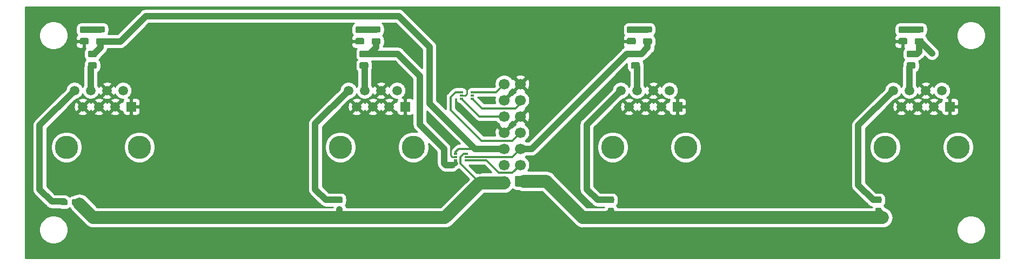
<source format=gbr>
G04 #@! TF.GenerationSoftware,KiCad,Pcbnew,(5.1.5)-3*
G04 #@! TF.CreationDate,2021-03-17T15:19:27-07:00*
G04 #@! TF.ProjectId,Daughterboard,44617567-6874-4657-9262-6f6172642e6b,rev?*
G04 #@! TF.SameCoordinates,Original*
G04 #@! TF.FileFunction,Copper,L1,Top*
G04 #@! TF.FilePolarity,Positive*
%FSLAX46Y46*%
G04 Gerber Fmt 4.6, Leading zero omitted, Abs format (unit mm)*
G04 Created by KiCad (PCBNEW (5.1.5)-3) date 2021-03-17 15:19:27*
%MOMM*%
%LPD*%
G04 APERTURE LIST*
%ADD10R,0.475000X0.300000*%
%ADD11C,0.100000*%
%ADD12C,1.700000*%
%ADD13C,1.500000*%
%ADD14R,1.500000X1.500000*%
%ADD15C,3.650000*%
%ADD16C,0.800000*%
%ADD17C,1.000000*%
%ADD18C,0.400000*%
%ADD19C,0.300000*%
%ADD20C,0.250000*%
%ADD21C,0.500000*%
%ADD22C,2.000000*%
%ADD23C,0.254000*%
G04 APERTURE END LIST*
D10*
X131013000Y-131580000D03*
X131013000Y-132080000D03*
X131013000Y-132580000D03*
X129337000Y-132580000D03*
X129337000Y-132080000D03*
X129337000Y-131580000D03*
G04 #@! TA.AperFunction,SMDPad,CuDef*
D11*
G36*
X202410142Y-113481174D02*
G01*
X202433803Y-113484684D01*
X202457007Y-113490496D01*
X202479529Y-113498554D01*
X202501153Y-113508782D01*
X202521670Y-113521079D01*
X202540883Y-113535329D01*
X202558607Y-113551393D01*
X202574671Y-113569117D01*
X202588921Y-113588330D01*
X202601218Y-113608847D01*
X202611446Y-113630471D01*
X202619504Y-113652993D01*
X202625316Y-113676197D01*
X202628826Y-113699858D01*
X202630000Y-113723750D01*
X202630000Y-114211250D01*
X202628826Y-114235142D01*
X202625316Y-114258803D01*
X202619504Y-114282007D01*
X202611446Y-114304529D01*
X202601218Y-114326153D01*
X202588921Y-114346670D01*
X202574671Y-114365883D01*
X202558607Y-114383607D01*
X202540883Y-114399671D01*
X202521670Y-114413921D01*
X202501153Y-114426218D01*
X202479529Y-114436446D01*
X202457007Y-114444504D01*
X202433803Y-114450316D01*
X202410142Y-114453826D01*
X202386250Y-114455000D01*
X201473750Y-114455000D01*
X201449858Y-114453826D01*
X201426197Y-114450316D01*
X201402993Y-114444504D01*
X201380471Y-114436446D01*
X201358847Y-114426218D01*
X201338330Y-114413921D01*
X201319117Y-114399671D01*
X201301393Y-114383607D01*
X201285329Y-114365883D01*
X201271079Y-114346670D01*
X201258782Y-114326153D01*
X201248554Y-114304529D01*
X201240496Y-114282007D01*
X201234684Y-114258803D01*
X201231174Y-114235142D01*
X201230000Y-114211250D01*
X201230000Y-113723750D01*
X201231174Y-113699858D01*
X201234684Y-113676197D01*
X201240496Y-113652993D01*
X201248554Y-113630471D01*
X201258782Y-113608847D01*
X201271079Y-113588330D01*
X201285329Y-113569117D01*
X201301393Y-113551393D01*
X201319117Y-113535329D01*
X201338330Y-113521079D01*
X201358847Y-113508782D01*
X201380471Y-113498554D01*
X201402993Y-113490496D01*
X201426197Y-113484684D01*
X201449858Y-113481174D01*
X201473750Y-113480000D01*
X202386250Y-113480000D01*
X202410142Y-113481174D01*
G37*
G04 #@! TD.AperFunction*
G04 #@! TA.AperFunction,SMDPad,CuDef*
G36*
X202410142Y-111606174D02*
G01*
X202433803Y-111609684D01*
X202457007Y-111615496D01*
X202479529Y-111623554D01*
X202501153Y-111633782D01*
X202521670Y-111646079D01*
X202540883Y-111660329D01*
X202558607Y-111676393D01*
X202574671Y-111694117D01*
X202588921Y-111713330D01*
X202601218Y-111733847D01*
X202611446Y-111755471D01*
X202619504Y-111777993D01*
X202625316Y-111801197D01*
X202628826Y-111824858D01*
X202630000Y-111848750D01*
X202630000Y-112336250D01*
X202628826Y-112360142D01*
X202625316Y-112383803D01*
X202619504Y-112407007D01*
X202611446Y-112429529D01*
X202601218Y-112451153D01*
X202588921Y-112471670D01*
X202574671Y-112490883D01*
X202558607Y-112508607D01*
X202540883Y-112524671D01*
X202521670Y-112538921D01*
X202501153Y-112551218D01*
X202479529Y-112561446D01*
X202457007Y-112569504D01*
X202433803Y-112575316D01*
X202410142Y-112578826D01*
X202386250Y-112580000D01*
X201473750Y-112580000D01*
X201449858Y-112578826D01*
X201426197Y-112575316D01*
X201402993Y-112569504D01*
X201380471Y-112561446D01*
X201358847Y-112551218D01*
X201338330Y-112538921D01*
X201319117Y-112524671D01*
X201301393Y-112508607D01*
X201285329Y-112490883D01*
X201271079Y-112471670D01*
X201258782Y-112451153D01*
X201248554Y-112429529D01*
X201240496Y-112407007D01*
X201234684Y-112383803D01*
X201231174Y-112360142D01*
X201230000Y-112336250D01*
X201230000Y-111848750D01*
X201231174Y-111824858D01*
X201234684Y-111801197D01*
X201240496Y-111777993D01*
X201248554Y-111755471D01*
X201258782Y-111733847D01*
X201271079Y-111713330D01*
X201285329Y-111694117D01*
X201301393Y-111676393D01*
X201319117Y-111660329D01*
X201338330Y-111646079D01*
X201358847Y-111633782D01*
X201380471Y-111623554D01*
X201402993Y-111615496D01*
X201426197Y-111609684D01*
X201449858Y-111606174D01*
X201473750Y-111605000D01*
X202386250Y-111605000D01*
X202410142Y-111606174D01*
G37*
G04 #@! TD.AperFunction*
G04 #@! TA.AperFunction,SMDPad,CuDef*
G36*
X117320142Y-111606174D02*
G01*
X117343803Y-111609684D01*
X117367007Y-111615496D01*
X117389529Y-111623554D01*
X117411153Y-111633782D01*
X117431670Y-111646079D01*
X117450883Y-111660329D01*
X117468607Y-111676393D01*
X117484671Y-111694117D01*
X117498921Y-111713330D01*
X117511218Y-111733847D01*
X117521446Y-111755471D01*
X117529504Y-111777993D01*
X117535316Y-111801197D01*
X117538826Y-111824858D01*
X117540000Y-111848750D01*
X117540000Y-112336250D01*
X117538826Y-112360142D01*
X117535316Y-112383803D01*
X117529504Y-112407007D01*
X117521446Y-112429529D01*
X117511218Y-112451153D01*
X117498921Y-112471670D01*
X117484671Y-112490883D01*
X117468607Y-112508607D01*
X117450883Y-112524671D01*
X117431670Y-112538921D01*
X117411153Y-112551218D01*
X117389529Y-112561446D01*
X117367007Y-112569504D01*
X117343803Y-112575316D01*
X117320142Y-112578826D01*
X117296250Y-112580000D01*
X116383750Y-112580000D01*
X116359858Y-112578826D01*
X116336197Y-112575316D01*
X116312993Y-112569504D01*
X116290471Y-112561446D01*
X116268847Y-112551218D01*
X116248330Y-112538921D01*
X116229117Y-112524671D01*
X116211393Y-112508607D01*
X116195329Y-112490883D01*
X116181079Y-112471670D01*
X116168782Y-112451153D01*
X116158554Y-112429529D01*
X116150496Y-112407007D01*
X116144684Y-112383803D01*
X116141174Y-112360142D01*
X116140000Y-112336250D01*
X116140000Y-111848750D01*
X116141174Y-111824858D01*
X116144684Y-111801197D01*
X116150496Y-111777993D01*
X116158554Y-111755471D01*
X116168782Y-111733847D01*
X116181079Y-111713330D01*
X116195329Y-111694117D01*
X116211393Y-111676393D01*
X116229117Y-111660329D01*
X116248330Y-111646079D01*
X116268847Y-111633782D01*
X116290471Y-111623554D01*
X116312993Y-111615496D01*
X116336197Y-111609684D01*
X116359858Y-111606174D01*
X116383750Y-111605000D01*
X117296250Y-111605000D01*
X117320142Y-111606174D01*
G37*
G04 #@! TD.AperFunction*
G04 #@! TA.AperFunction,SMDPad,CuDef*
G36*
X117320142Y-113481174D02*
G01*
X117343803Y-113484684D01*
X117367007Y-113490496D01*
X117389529Y-113498554D01*
X117411153Y-113508782D01*
X117431670Y-113521079D01*
X117450883Y-113535329D01*
X117468607Y-113551393D01*
X117484671Y-113569117D01*
X117498921Y-113588330D01*
X117511218Y-113608847D01*
X117521446Y-113630471D01*
X117529504Y-113652993D01*
X117535316Y-113676197D01*
X117538826Y-113699858D01*
X117540000Y-113723750D01*
X117540000Y-114211250D01*
X117538826Y-114235142D01*
X117535316Y-114258803D01*
X117529504Y-114282007D01*
X117521446Y-114304529D01*
X117511218Y-114326153D01*
X117498921Y-114346670D01*
X117484671Y-114365883D01*
X117468607Y-114383607D01*
X117450883Y-114399671D01*
X117431670Y-114413921D01*
X117411153Y-114426218D01*
X117389529Y-114436446D01*
X117367007Y-114444504D01*
X117343803Y-114450316D01*
X117320142Y-114453826D01*
X117296250Y-114455000D01*
X116383750Y-114455000D01*
X116359858Y-114453826D01*
X116336197Y-114450316D01*
X116312993Y-114444504D01*
X116290471Y-114436446D01*
X116268847Y-114426218D01*
X116248330Y-114413921D01*
X116229117Y-114399671D01*
X116211393Y-114383607D01*
X116195329Y-114365883D01*
X116181079Y-114346670D01*
X116168782Y-114326153D01*
X116158554Y-114304529D01*
X116150496Y-114282007D01*
X116144684Y-114258803D01*
X116141174Y-114235142D01*
X116140000Y-114211250D01*
X116140000Y-113723750D01*
X116141174Y-113699858D01*
X116144684Y-113676197D01*
X116150496Y-113652993D01*
X116158554Y-113630471D01*
X116168782Y-113608847D01*
X116181079Y-113588330D01*
X116195329Y-113569117D01*
X116211393Y-113551393D01*
X116229117Y-113535329D01*
X116248330Y-113521079D01*
X116268847Y-113508782D01*
X116290471Y-113498554D01*
X116312993Y-113490496D01*
X116336197Y-113484684D01*
X116359858Y-113481174D01*
X116383750Y-113480000D01*
X117296250Y-113480000D01*
X117320142Y-113481174D01*
G37*
G04 #@! TD.AperFunction*
G04 #@! TA.AperFunction,SMDPad,CuDef*
G36*
X159865142Y-111606174D02*
G01*
X159888803Y-111609684D01*
X159912007Y-111615496D01*
X159934529Y-111623554D01*
X159956153Y-111633782D01*
X159976670Y-111646079D01*
X159995883Y-111660329D01*
X160013607Y-111676393D01*
X160029671Y-111694117D01*
X160043921Y-111713330D01*
X160056218Y-111733847D01*
X160066446Y-111755471D01*
X160074504Y-111777993D01*
X160080316Y-111801197D01*
X160083826Y-111824858D01*
X160085000Y-111848750D01*
X160085000Y-112336250D01*
X160083826Y-112360142D01*
X160080316Y-112383803D01*
X160074504Y-112407007D01*
X160066446Y-112429529D01*
X160056218Y-112451153D01*
X160043921Y-112471670D01*
X160029671Y-112490883D01*
X160013607Y-112508607D01*
X159995883Y-112524671D01*
X159976670Y-112538921D01*
X159956153Y-112551218D01*
X159934529Y-112561446D01*
X159912007Y-112569504D01*
X159888803Y-112575316D01*
X159865142Y-112578826D01*
X159841250Y-112580000D01*
X158928750Y-112580000D01*
X158904858Y-112578826D01*
X158881197Y-112575316D01*
X158857993Y-112569504D01*
X158835471Y-112561446D01*
X158813847Y-112551218D01*
X158793330Y-112538921D01*
X158774117Y-112524671D01*
X158756393Y-112508607D01*
X158740329Y-112490883D01*
X158726079Y-112471670D01*
X158713782Y-112451153D01*
X158703554Y-112429529D01*
X158695496Y-112407007D01*
X158689684Y-112383803D01*
X158686174Y-112360142D01*
X158685000Y-112336250D01*
X158685000Y-111848750D01*
X158686174Y-111824858D01*
X158689684Y-111801197D01*
X158695496Y-111777993D01*
X158703554Y-111755471D01*
X158713782Y-111733847D01*
X158726079Y-111713330D01*
X158740329Y-111694117D01*
X158756393Y-111676393D01*
X158774117Y-111660329D01*
X158793330Y-111646079D01*
X158813847Y-111633782D01*
X158835471Y-111623554D01*
X158857993Y-111615496D01*
X158881197Y-111609684D01*
X158904858Y-111606174D01*
X158928750Y-111605000D01*
X159841250Y-111605000D01*
X159865142Y-111606174D01*
G37*
G04 #@! TD.AperFunction*
G04 #@! TA.AperFunction,SMDPad,CuDef*
G36*
X159865142Y-113481174D02*
G01*
X159888803Y-113484684D01*
X159912007Y-113490496D01*
X159934529Y-113498554D01*
X159956153Y-113508782D01*
X159976670Y-113521079D01*
X159995883Y-113535329D01*
X160013607Y-113551393D01*
X160029671Y-113569117D01*
X160043921Y-113588330D01*
X160056218Y-113608847D01*
X160066446Y-113630471D01*
X160074504Y-113652993D01*
X160080316Y-113676197D01*
X160083826Y-113699858D01*
X160085000Y-113723750D01*
X160085000Y-114211250D01*
X160083826Y-114235142D01*
X160080316Y-114258803D01*
X160074504Y-114282007D01*
X160066446Y-114304529D01*
X160056218Y-114326153D01*
X160043921Y-114346670D01*
X160029671Y-114365883D01*
X160013607Y-114383607D01*
X159995883Y-114399671D01*
X159976670Y-114413921D01*
X159956153Y-114426218D01*
X159934529Y-114436446D01*
X159912007Y-114444504D01*
X159888803Y-114450316D01*
X159865142Y-114453826D01*
X159841250Y-114455000D01*
X158928750Y-114455000D01*
X158904858Y-114453826D01*
X158881197Y-114450316D01*
X158857993Y-114444504D01*
X158835471Y-114436446D01*
X158813847Y-114426218D01*
X158793330Y-114413921D01*
X158774117Y-114399671D01*
X158756393Y-114383607D01*
X158740329Y-114365883D01*
X158726079Y-114346670D01*
X158713782Y-114326153D01*
X158703554Y-114304529D01*
X158695496Y-114282007D01*
X158689684Y-114258803D01*
X158686174Y-114235142D01*
X158685000Y-114211250D01*
X158685000Y-113723750D01*
X158686174Y-113699858D01*
X158689684Y-113676197D01*
X158695496Y-113652993D01*
X158703554Y-113630471D01*
X158713782Y-113608847D01*
X158726079Y-113588330D01*
X158740329Y-113569117D01*
X158756393Y-113551393D01*
X158774117Y-113535329D01*
X158793330Y-113521079D01*
X158813847Y-113508782D01*
X158835471Y-113498554D01*
X158857993Y-113490496D01*
X158881197Y-113484684D01*
X158904858Y-113481174D01*
X158928750Y-113480000D01*
X159841250Y-113480000D01*
X159865142Y-113481174D01*
G37*
G04 #@! TD.AperFunction*
G04 #@! TA.AperFunction,SMDPad,CuDef*
G36*
X74140142Y-113481174D02*
G01*
X74163803Y-113484684D01*
X74187007Y-113490496D01*
X74209529Y-113498554D01*
X74231153Y-113508782D01*
X74251670Y-113521079D01*
X74270883Y-113535329D01*
X74288607Y-113551393D01*
X74304671Y-113569117D01*
X74318921Y-113588330D01*
X74331218Y-113608847D01*
X74341446Y-113630471D01*
X74349504Y-113652993D01*
X74355316Y-113676197D01*
X74358826Y-113699858D01*
X74360000Y-113723750D01*
X74360000Y-114211250D01*
X74358826Y-114235142D01*
X74355316Y-114258803D01*
X74349504Y-114282007D01*
X74341446Y-114304529D01*
X74331218Y-114326153D01*
X74318921Y-114346670D01*
X74304671Y-114365883D01*
X74288607Y-114383607D01*
X74270883Y-114399671D01*
X74251670Y-114413921D01*
X74231153Y-114426218D01*
X74209529Y-114436446D01*
X74187007Y-114444504D01*
X74163803Y-114450316D01*
X74140142Y-114453826D01*
X74116250Y-114455000D01*
X73203750Y-114455000D01*
X73179858Y-114453826D01*
X73156197Y-114450316D01*
X73132993Y-114444504D01*
X73110471Y-114436446D01*
X73088847Y-114426218D01*
X73068330Y-114413921D01*
X73049117Y-114399671D01*
X73031393Y-114383607D01*
X73015329Y-114365883D01*
X73001079Y-114346670D01*
X72988782Y-114326153D01*
X72978554Y-114304529D01*
X72970496Y-114282007D01*
X72964684Y-114258803D01*
X72961174Y-114235142D01*
X72960000Y-114211250D01*
X72960000Y-113723750D01*
X72961174Y-113699858D01*
X72964684Y-113676197D01*
X72970496Y-113652993D01*
X72978554Y-113630471D01*
X72988782Y-113608847D01*
X73001079Y-113588330D01*
X73015329Y-113569117D01*
X73031393Y-113551393D01*
X73049117Y-113535329D01*
X73068330Y-113521079D01*
X73088847Y-113508782D01*
X73110471Y-113498554D01*
X73132993Y-113490496D01*
X73156197Y-113484684D01*
X73179858Y-113481174D01*
X73203750Y-113480000D01*
X74116250Y-113480000D01*
X74140142Y-113481174D01*
G37*
G04 #@! TD.AperFunction*
G04 #@! TA.AperFunction,SMDPad,CuDef*
G36*
X74140142Y-111606174D02*
G01*
X74163803Y-111609684D01*
X74187007Y-111615496D01*
X74209529Y-111623554D01*
X74231153Y-111633782D01*
X74251670Y-111646079D01*
X74270883Y-111660329D01*
X74288607Y-111676393D01*
X74304671Y-111694117D01*
X74318921Y-111713330D01*
X74331218Y-111733847D01*
X74341446Y-111755471D01*
X74349504Y-111777993D01*
X74355316Y-111801197D01*
X74358826Y-111824858D01*
X74360000Y-111848750D01*
X74360000Y-112336250D01*
X74358826Y-112360142D01*
X74355316Y-112383803D01*
X74349504Y-112407007D01*
X74341446Y-112429529D01*
X74331218Y-112451153D01*
X74318921Y-112471670D01*
X74304671Y-112490883D01*
X74288607Y-112508607D01*
X74270883Y-112524671D01*
X74251670Y-112538921D01*
X74231153Y-112551218D01*
X74209529Y-112561446D01*
X74187007Y-112569504D01*
X74163803Y-112575316D01*
X74140142Y-112578826D01*
X74116250Y-112580000D01*
X73203750Y-112580000D01*
X73179858Y-112578826D01*
X73156197Y-112575316D01*
X73132993Y-112569504D01*
X73110471Y-112561446D01*
X73088847Y-112551218D01*
X73068330Y-112538921D01*
X73049117Y-112524671D01*
X73031393Y-112508607D01*
X73015329Y-112490883D01*
X73001079Y-112471670D01*
X72988782Y-112451153D01*
X72978554Y-112429529D01*
X72970496Y-112407007D01*
X72964684Y-112383803D01*
X72961174Y-112360142D01*
X72960000Y-112336250D01*
X72960000Y-111848750D01*
X72961174Y-111824858D01*
X72964684Y-111801197D01*
X72970496Y-111777993D01*
X72978554Y-111755471D01*
X72988782Y-111733847D01*
X73001079Y-111713330D01*
X73015329Y-111694117D01*
X73031393Y-111676393D01*
X73049117Y-111660329D01*
X73068330Y-111646079D01*
X73088847Y-111633782D01*
X73110471Y-111623554D01*
X73132993Y-111615496D01*
X73156197Y-111609684D01*
X73179858Y-111606174D01*
X73203750Y-111605000D01*
X74116250Y-111605000D01*
X74140142Y-111606174D01*
G37*
G04 #@! TD.AperFunction*
G04 #@! TA.AperFunction,SMDPad,CuDef*
G36*
X153930779Y-140051144D02*
G01*
X153953834Y-140054563D01*
X153976443Y-140060227D01*
X153998387Y-140068079D01*
X154019457Y-140078044D01*
X154039448Y-140090026D01*
X154058168Y-140103910D01*
X154075438Y-140119562D01*
X154091090Y-140136832D01*
X154104974Y-140155552D01*
X154116956Y-140175543D01*
X154126921Y-140196613D01*
X154134773Y-140218557D01*
X154140437Y-140241166D01*
X154143856Y-140264221D01*
X154145000Y-140287500D01*
X154145000Y-140862500D01*
X154143856Y-140885779D01*
X154140437Y-140908834D01*
X154134773Y-140931443D01*
X154126921Y-140953387D01*
X154116956Y-140974457D01*
X154104974Y-140994448D01*
X154091090Y-141013168D01*
X154075438Y-141030438D01*
X154058168Y-141046090D01*
X154039448Y-141059974D01*
X154019457Y-141071956D01*
X153998387Y-141081921D01*
X153976443Y-141089773D01*
X153953834Y-141095437D01*
X153930779Y-141098856D01*
X153907500Y-141100000D01*
X153432500Y-141100000D01*
X153409221Y-141098856D01*
X153386166Y-141095437D01*
X153363557Y-141089773D01*
X153341613Y-141081921D01*
X153320543Y-141071956D01*
X153300552Y-141059974D01*
X153281832Y-141046090D01*
X153264562Y-141030438D01*
X153248910Y-141013168D01*
X153235026Y-140994448D01*
X153223044Y-140974457D01*
X153213079Y-140953387D01*
X153205227Y-140931443D01*
X153199563Y-140908834D01*
X153196144Y-140885779D01*
X153195000Y-140862500D01*
X153195000Y-140287500D01*
X153196144Y-140264221D01*
X153199563Y-140241166D01*
X153205227Y-140218557D01*
X153213079Y-140196613D01*
X153223044Y-140175543D01*
X153235026Y-140155552D01*
X153248910Y-140136832D01*
X153264562Y-140119562D01*
X153281832Y-140103910D01*
X153300552Y-140090026D01*
X153320543Y-140078044D01*
X153341613Y-140068079D01*
X153363557Y-140060227D01*
X153386166Y-140054563D01*
X153409221Y-140051144D01*
X153432500Y-140050000D01*
X153907500Y-140050000D01*
X153930779Y-140051144D01*
G37*
G04 #@! TD.AperFunction*
G04 #@! TA.AperFunction,SMDPad,CuDef*
G36*
X153930779Y-138301144D02*
G01*
X153953834Y-138304563D01*
X153976443Y-138310227D01*
X153998387Y-138318079D01*
X154019457Y-138328044D01*
X154039448Y-138340026D01*
X154058168Y-138353910D01*
X154075438Y-138369562D01*
X154091090Y-138386832D01*
X154104974Y-138405552D01*
X154116956Y-138425543D01*
X154126921Y-138446613D01*
X154134773Y-138468557D01*
X154140437Y-138491166D01*
X154143856Y-138514221D01*
X154145000Y-138537500D01*
X154145000Y-139112500D01*
X154143856Y-139135779D01*
X154140437Y-139158834D01*
X154134773Y-139181443D01*
X154126921Y-139203387D01*
X154116956Y-139224457D01*
X154104974Y-139244448D01*
X154091090Y-139263168D01*
X154075438Y-139280438D01*
X154058168Y-139296090D01*
X154039448Y-139309974D01*
X154019457Y-139321956D01*
X153998387Y-139331921D01*
X153976443Y-139339773D01*
X153953834Y-139345437D01*
X153930779Y-139348856D01*
X153907500Y-139350000D01*
X153432500Y-139350000D01*
X153409221Y-139348856D01*
X153386166Y-139345437D01*
X153363557Y-139339773D01*
X153341613Y-139331921D01*
X153320543Y-139321956D01*
X153300552Y-139309974D01*
X153281832Y-139296090D01*
X153264562Y-139280438D01*
X153248910Y-139263168D01*
X153235026Y-139244448D01*
X153223044Y-139224457D01*
X153213079Y-139203387D01*
X153205227Y-139181443D01*
X153199563Y-139158834D01*
X153196144Y-139135779D01*
X153195000Y-139112500D01*
X153195000Y-138537500D01*
X153196144Y-138514221D01*
X153199563Y-138491166D01*
X153205227Y-138468557D01*
X153213079Y-138446613D01*
X153223044Y-138425543D01*
X153235026Y-138405552D01*
X153248910Y-138386832D01*
X153264562Y-138369562D01*
X153281832Y-138353910D01*
X153300552Y-138340026D01*
X153320543Y-138328044D01*
X153341613Y-138318079D01*
X153363557Y-138310227D01*
X153386166Y-138304563D01*
X153409221Y-138301144D01*
X153432500Y-138300000D01*
X153907500Y-138300000D01*
X153930779Y-138301144D01*
G37*
G04 #@! TD.AperFunction*
G04 #@! TA.AperFunction,SMDPad,CuDef*
G36*
X195840779Y-138301144D02*
G01*
X195863834Y-138304563D01*
X195886443Y-138310227D01*
X195908387Y-138318079D01*
X195929457Y-138328044D01*
X195949448Y-138340026D01*
X195968168Y-138353910D01*
X195985438Y-138369562D01*
X196001090Y-138386832D01*
X196014974Y-138405552D01*
X196026956Y-138425543D01*
X196036921Y-138446613D01*
X196044773Y-138468557D01*
X196050437Y-138491166D01*
X196053856Y-138514221D01*
X196055000Y-138537500D01*
X196055000Y-139112500D01*
X196053856Y-139135779D01*
X196050437Y-139158834D01*
X196044773Y-139181443D01*
X196036921Y-139203387D01*
X196026956Y-139224457D01*
X196014974Y-139244448D01*
X196001090Y-139263168D01*
X195985438Y-139280438D01*
X195968168Y-139296090D01*
X195949448Y-139309974D01*
X195929457Y-139321956D01*
X195908387Y-139331921D01*
X195886443Y-139339773D01*
X195863834Y-139345437D01*
X195840779Y-139348856D01*
X195817500Y-139350000D01*
X195342500Y-139350000D01*
X195319221Y-139348856D01*
X195296166Y-139345437D01*
X195273557Y-139339773D01*
X195251613Y-139331921D01*
X195230543Y-139321956D01*
X195210552Y-139309974D01*
X195191832Y-139296090D01*
X195174562Y-139280438D01*
X195158910Y-139263168D01*
X195145026Y-139244448D01*
X195133044Y-139224457D01*
X195123079Y-139203387D01*
X195115227Y-139181443D01*
X195109563Y-139158834D01*
X195106144Y-139135779D01*
X195105000Y-139112500D01*
X195105000Y-138537500D01*
X195106144Y-138514221D01*
X195109563Y-138491166D01*
X195115227Y-138468557D01*
X195123079Y-138446613D01*
X195133044Y-138425543D01*
X195145026Y-138405552D01*
X195158910Y-138386832D01*
X195174562Y-138369562D01*
X195191832Y-138353910D01*
X195210552Y-138340026D01*
X195230543Y-138328044D01*
X195251613Y-138318079D01*
X195273557Y-138310227D01*
X195296166Y-138304563D01*
X195319221Y-138301144D01*
X195342500Y-138300000D01*
X195817500Y-138300000D01*
X195840779Y-138301144D01*
G37*
G04 #@! TD.AperFunction*
G04 #@! TA.AperFunction,SMDPad,CuDef*
G36*
X195840779Y-140051144D02*
G01*
X195863834Y-140054563D01*
X195886443Y-140060227D01*
X195908387Y-140068079D01*
X195929457Y-140078044D01*
X195949448Y-140090026D01*
X195968168Y-140103910D01*
X195985438Y-140119562D01*
X196001090Y-140136832D01*
X196014974Y-140155552D01*
X196026956Y-140175543D01*
X196036921Y-140196613D01*
X196044773Y-140218557D01*
X196050437Y-140241166D01*
X196053856Y-140264221D01*
X196055000Y-140287500D01*
X196055000Y-140862500D01*
X196053856Y-140885779D01*
X196050437Y-140908834D01*
X196044773Y-140931443D01*
X196036921Y-140953387D01*
X196026956Y-140974457D01*
X196014974Y-140994448D01*
X196001090Y-141013168D01*
X195985438Y-141030438D01*
X195968168Y-141046090D01*
X195949448Y-141059974D01*
X195929457Y-141071956D01*
X195908387Y-141081921D01*
X195886443Y-141089773D01*
X195863834Y-141095437D01*
X195840779Y-141098856D01*
X195817500Y-141100000D01*
X195342500Y-141100000D01*
X195319221Y-141098856D01*
X195296166Y-141095437D01*
X195273557Y-141089773D01*
X195251613Y-141081921D01*
X195230543Y-141071956D01*
X195210552Y-141059974D01*
X195191832Y-141046090D01*
X195174562Y-141030438D01*
X195158910Y-141013168D01*
X195145026Y-140994448D01*
X195133044Y-140974457D01*
X195123079Y-140953387D01*
X195115227Y-140931443D01*
X195109563Y-140908834D01*
X195106144Y-140885779D01*
X195105000Y-140862500D01*
X195105000Y-140287500D01*
X195106144Y-140264221D01*
X195109563Y-140241166D01*
X195115227Y-140218557D01*
X195123079Y-140196613D01*
X195133044Y-140175543D01*
X195145026Y-140155552D01*
X195158910Y-140136832D01*
X195174562Y-140119562D01*
X195191832Y-140103910D01*
X195210552Y-140090026D01*
X195230543Y-140078044D01*
X195251613Y-140068079D01*
X195273557Y-140060227D01*
X195296166Y-140054563D01*
X195319221Y-140051144D01*
X195342500Y-140050000D01*
X195817500Y-140050000D01*
X195840779Y-140051144D01*
G37*
G04 #@! TD.AperFunction*
G04 #@! TA.AperFunction,SMDPad,CuDef*
G36*
X70019779Y-138718144D02*
G01*
X70042834Y-138721563D01*
X70065443Y-138727227D01*
X70087387Y-138735079D01*
X70108457Y-138745044D01*
X70128448Y-138757026D01*
X70147168Y-138770910D01*
X70164438Y-138786562D01*
X70180090Y-138803832D01*
X70193974Y-138822552D01*
X70205956Y-138842543D01*
X70215921Y-138863613D01*
X70223773Y-138885557D01*
X70229437Y-138908166D01*
X70232856Y-138931221D01*
X70234000Y-138954500D01*
X70234000Y-139429500D01*
X70232856Y-139452779D01*
X70229437Y-139475834D01*
X70223773Y-139498443D01*
X70215921Y-139520387D01*
X70205956Y-139541457D01*
X70193974Y-139561448D01*
X70180090Y-139580168D01*
X70164438Y-139597438D01*
X70147168Y-139613090D01*
X70128448Y-139626974D01*
X70108457Y-139638956D01*
X70087387Y-139648921D01*
X70065443Y-139656773D01*
X70042834Y-139662437D01*
X70019779Y-139665856D01*
X69996500Y-139667000D01*
X69421500Y-139667000D01*
X69398221Y-139665856D01*
X69375166Y-139662437D01*
X69352557Y-139656773D01*
X69330613Y-139648921D01*
X69309543Y-139638956D01*
X69289552Y-139626974D01*
X69270832Y-139613090D01*
X69253562Y-139597438D01*
X69237910Y-139580168D01*
X69224026Y-139561448D01*
X69212044Y-139541457D01*
X69202079Y-139520387D01*
X69194227Y-139498443D01*
X69188563Y-139475834D01*
X69185144Y-139452779D01*
X69184000Y-139429500D01*
X69184000Y-138954500D01*
X69185144Y-138931221D01*
X69188563Y-138908166D01*
X69194227Y-138885557D01*
X69202079Y-138863613D01*
X69212044Y-138842543D01*
X69224026Y-138822552D01*
X69237910Y-138803832D01*
X69253562Y-138786562D01*
X69270832Y-138770910D01*
X69289552Y-138757026D01*
X69309543Y-138745044D01*
X69330613Y-138735079D01*
X69352557Y-138727227D01*
X69375166Y-138721563D01*
X69398221Y-138718144D01*
X69421500Y-138717000D01*
X69996500Y-138717000D01*
X70019779Y-138718144D01*
G37*
G04 #@! TD.AperFunction*
G04 #@! TA.AperFunction,SMDPad,CuDef*
G36*
X68269779Y-138718144D02*
G01*
X68292834Y-138721563D01*
X68315443Y-138727227D01*
X68337387Y-138735079D01*
X68358457Y-138745044D01*
X68378448Y-138757026D01*
X68397168Y-138770910D01*
X68414438Y-138786562D01*
X68430090Y-138803832D01*
X68443974Y-138822552D01*
X68455956Y-138842543D01*
X68465921Y-138863613D01*
X68473773Y-138885557D01*
X68479437Y-138908166D01*
X68482856Y-138931221D01*
X68484000Y-138954500D01*
X68484000Y-139429500D01*
X68482856Y-139452779D01*
X68479437Y-139475834D01*
X68473773Y-139498443D01*
X68465921Y-139520387D01*
X68455956Y-139541457D01*
X68443974Y-139561448D01*
X68430090Y-139580168D01*
X68414438Y-139597438D01*
X68397168Y-139613090D01*
X68378448Y-139626974D01*
X68358457Y-139638956D01*
X68337387Y-139648921D01*
X68315443Y-139656773D01*
X68292834Y-139662437D01*
X68269779Y-139665856D01*
X68246500Y-139667000D01*
X67671500Y-139667000D01*
X67648221Y-139665856D01*
X67625166Y-139662437D01*
X67602557Y-139656773D01*
X67580613Y-139648921D01*
X67559543Y-139638956D01*
X67539552Y-139626974D01*
X67520832Y-139613090D01*
X67503562Y-139597438D01*
X67487910Y-139580168D01*
X67474026Y-139561448D01*
X67462044Y-139541457D01*
X67452079Y-139520387D01*
X67444227Y-139498443D01*
X67438563Y-139475834D01*
X67435144Y-139452779D01*
X67434000Y-139429500D01*
X67434000Y-138954500D01*
X67435144Y-138931221D01*
X67438563Y-138908166D01*
X67444227Y-138885557D01*
X67452079Y-138863613D01*
X67462044Y-138842543D01*
X67474026Y-138822552D01*
X67487910Y-138803832D01*
X67503562Y-138786562D01*
X67520832Y-138770910D01*
X67539552Y-138757026D01*
X67559543Y-138745044D01*
X67580613Y-138735079D01*
X67602557Y-138727227D01*
X67625166Y-138721563D01*
X67648221Y-138718144D01*
X67671500Y-138717000D01*
X68246500Y-138717000D01*
X68269779Y-138718144D01*
G37*
G04 #@! TD.AperFunction*
G04 #@! TA.AperFunction,SMDPad,CuDef*
G36*
X111385779Y-138301144D02*
G01*
X111408834Y-138304563D01*
X111431443Y-138310227D01*
X111453387Y-138318079D01*
X111474457Y-138328044D01*
X111494448Y-138340026D01*
X111513168Y-138353910D01*
X111530438Y-138369562D01*
X111546090Y-138386832D01*
X111559974Y-138405552D01*
X111571956Y-138425543D01*
X111581921Y-138446613D01*
X111589773Y-138468557D01*
X111595437Y-138491166D01*
X111598856Y-138514221D01*
X111600000Y-138537500D01*
X111600000Y-139112500D01*
X111598856Y-139135779D01*
X111595437Y-139158834D01*
X111589773Y-139181443D01*
X111581921Y-139203387D01*
X111571956Y-139224457D01*
X111559974Y-139244448D01*
X111546090Y-139263168D01*
X111530438Y-139280438D01*
X111513168Y-139296090D01*
X111494448Y-139309974D01*
X111474457Y-139321956D01*
X111453387Y-139331921D01*
X111431443Y-139339773D01*
X111408834Y-139345437D01*
X111385779Y-139348856D01*
X111362500Y-139350000D01*
X110887500Y-139350000D01*
X110864221Y-139348856D01*
X110841166Y-139345437D01*
X110818557Y-139339773D01*
X110796613Y-139331921D01*
X110775543Y-139321956D01*
X110755552Y-139309974D01*
X110736832Y-139296090D01*
X110719562Y-139280438D01*
X110703910Y-139263168D01*
X110690026Y-139244448D01*
X110678044Y-139224457D01*
X110668079Y-139203387D01*
X110660227Y-139181443D01*
X110654563Y-139158834D01*
X110651144Y-139135779D01*
X110650000Y-139112500D01*
X110650000Y-138537500D01*
X110651144Y-138514221D01*
X110654563Y-138491166D01*
X110660227Y-138468557D01*
X110668079Y-138446613D01*
X110678044Y-138425543D01*
X110690026Y-138405552D01*
X110703910Y-138386832D01*
X110719562Y-138369562D01*
X110736832Y-138353910D01*
X110755552Y-138340026D01*
X110775543Y-138328044D01*
X110796613Y-138318079D01*
X110818557Y-138310227D01*
X110841166Y-138304563D01*
X110864221Y-138301144D01*
X110887500Y-138300000D01*
X111362500Y-138300000D01*
X111385779Y-138301144D01*
G37*
G04 #@! TD.AperFunction*
G04 #@! TA.AperFunction,SMDPad,CuDef*
G36*
X111385779Y-140051144D02*
G01*
X111408834Y-140054563D01*
X111431443Y-140060227D01*
X111453387Y-140068079D01*
X111474457Y-140078044D01*
X111494448Y-140090026D01*
X111513168Y-140103910D01*
X111530438Y-140119562D01*
X111546090Y-140136832D01*
X111559974Y-140155552D01*
X111571956Y-140175543D01*
X111581921Y-140196613D01*
X111589773Y-140218557D01*
X111595437Y-140241166D01*
X111598856Y-140264221D01*
X111600000Y-140287500D01*
X111600000Y-140862500D01*
X111598856Y-140885779D01*
X111595437Y-140908834D01*
X111589773Y-140931443D01*
X111581921Y-140953387D01*
X111571956Y-140974457D01*
X111559974Y-140994448D01*
X111546090Y-141013168D01*
X111530438Y-141030438D01*
X111513168Y-141046090D01*
X111494448Y-141059974D01*
X111474457Y-141071956D01*
X111453387Y-141081921D01*
X111431443Y-141089773D01*
X111408834Y-141095437D01*
X111385779Y-141098856D01*
X111362500Y-141100000D01*
X110887500Y-141100000D01*
X110864221Y-141098856D01*
X110841166Y-141095437D01*
X110818557Y-141089773D01*
X110796613Y-141081921D01*
X110775543Y-141071956D01*
X110755552Y-141059974D01*
X110736832Y-141046090D01*
X110719562Y-141030438D01*
X110703910Y-141013168D01*
X110690026Y-140994448D01*
X110678044Y-140974457D01*
X110668079Y-140953387D01*
X110660227Y-140931443D01*
X110654563Y-140908834D01*
X110651144Y-140885779D01*
X110650000Y-140862500D01*
X110650000Y-140287500D01*
X110651144Y-140264221D01*
X110654563Y-140241166D01*
X110660227Y-140218557D01*
X110668079Y-140196613D01*
X110678044Y-140175543D01*
X110690026Y-140155552D01*
X110703910Y-140136832D01*
X110719562Y-140119562D01*
X110736832Y-140103910D01*
X110755552Y-140090026D01*
X110775543Y-140078044D01*
X110796613Y-140068079D01*
X110818557Y-140060227D01*
X110841166Y-140054563D01*
X110864221Y-140051144D01*
X110887500Y-140050000D01*
X111362500Y-140050000D01*
X111385779Y-140051144D01*
G37*
G04 #@! TD.AperFunction*
D12*
X136906000Y-120650000D03*
X136906000Y-123190000D03*
X136906000Y-125730000D03*
X136906000Y-128270000D03*
X136906000Y-130810000D03*
X136906000Y-133350000D03*
X136906000Y-135890000D03*
X139446000Y-120650000D03*
X139446000Y-123190000D03*
X139446000Y-125730000D03*
X139446000Y-128270000D03*
X139446000Y-130810000D03*
X139446000Y-133350000D03*
G04 #@! TA.AperFunction,ComponentPad*
D11*
G36*
X140070504Y-135041204D02*
G01*
X140094773Y-135044804D01*
X140118571Y-135050765D01*
X140141671Y-135059030D01*
X140163849Y-135069520D01*
X140184893Y-135082133D01*
X140204598Y-135096747D01*
X140222777Y-135113223D01*
X140239253Y-135131402D01*
X140253867Y-135151107D01*
X140266480Y-135172151D01*
X140276970Y-135194329D01*
X140285235Y-135217429D01*
X140291196Y-135241227D01*
X140294796Y-135265496D01*
X140296000Y-135290000D01*
X140296000Y-136490000D01*
X140294796Y-136514504D01*
X140291196Y-136538773D01*
X140285235Y-136562571D01*
X140276970Y-136585671D01*
X140266480Y-136607849D01*
X140253867Y-136628893D01*
X140239253Y-136648598D01*
X140222777Y-136666777D01*
X140204598Y-136683253D01*
X140184893Y-136697867D01*
X140163849Y-136710480D01*
X140141671Y-136720970D01*
X140118571Y-136729235D01*
X140094773Y-136735196D01*
X140070504Y-136738796D01*
X140046000Y-136740000D01*
X138846000Y-136740000D01*
X138821496Y-136738796D01*
X138797227Y-136735196D01*
X138773429Y-136729235D01*
X138750329Y-136720970D01*
X138728151Y-136710480D01*
X138707107Y-136697867D01*
X138687402Y-136683253D01*
X138669223Y-136666777D01*
X138652747Y-136648598D01*
X138638133Y-136628893D01*
X138625520Y-136607849D01*
X138615030Y-136585671D01*
X138606765Y-136562571D01*
X138600804Y-136538773D01*
X138597204Y-136514504D01*
X138596000Y-136490000D01*
X138596000Y-135290000D01*
X138597204Y-135265496D01*
X138600804Y-135241227D01*
X138606765Y-135217429D01*
X138615030Y-135194329D01*
X138625520Y-135172151D01*
X138638133Y-135151107D01*
X138652747Y-135131402D01*
X138669223Y-135113223D01*
X138687402Y-135096747D01*
X138707107Y-135082133D01*
X138728151Y-135069520D01*
X138750329Y-135059030D01*
X138773429Y-135050765D01*
X138797227Y-135044804D01*
X138821496Y-135041204D01*
X138846000Y-135040000D01*
X140046000Y-135040000D01*
X140070504Y-135041204D01*
G37*
G04 #@! TD.AperFunction*
D13*
X155194000Y-121666000D03*
X156464000Y-124206000D03*
X157734000Y-121666000D03*
X159004000Y-124206000D03*
X160274000Y-121666000D03*
X161544000Y-124206000D03*
X162814000Y-121666000D03*
D14*
X164084000Y-124206000D03*
D15*
X165354000Y-130556000D03*
X153924000Y-130556000D03*
X196596000Y-130556000D03*
X208026000Y-130556000D03*
D14*
X206756000Y-124206000D03*
D13*
X205486000Y-121666000D03*
X204216000Y-124206000D03*
X202946000Y-121666000D03*
X201676000Y-124206000D03*
X200406000Y-121666000D03*
X199136000Y-124206000D03*
X197866000Y-121666000D03*
X69596000Y-121666000D03*
X70866000Y-124206000D03*
X72136000Y-121666000D03*
X73406000Y-124206000D03*
X74676000Y-121666000D03*
X75946000Y-124206000D03*
X77216000Y-121666000D03*
D14*
X78486000Y-124206000D03*
D15*
X79756000Y-130556000D03*
X68326000Y-130556000D03*
X111252000Y-130556000D03*
X122682000Y-130556000D03*
D14*
X121412000Y-124206000D03*
D13*
X120142000Y-121666000D03*
X118872000Y-124206000D03*
X117602000Y-121666000D03*
X116332000Y-124206000D03*
X115062000Y-121666000D03*
X113792000Y-124206000D03*
X112522000Y-121666000D03*
G04 #@! TA.AperFunction,SMDPad,CuDef*
D11*
G36*
X199864505Y-111606204D02*
G01*
X199888773Y-111609804D01*
X199912572Y-111615765D01*
X199935671Y-111624030D01*
X199957850Y-111634520D01*
X199978893Y-111647132D01*
X199998599Y-111661747D01*
X200016777Y-111678223D01*
X200033253Y-111696401D01*
X200047868Y-111716107D01*
X200060480Y-111737150D01*
X200070970Y-111759329D01*
X200079235Y-111782428D01*
X200085196Y-111806227D01*
X200088796Y-111830495D01*
X200090000Y-111854999D01*
X200090000Y-112380001D01*
X200088796Y-112404505D01*
X200085196Y-112428773D01*
X200079235Y-112452572D01*
X200070970Y-112475671D01*
X200060480Y-112497850D01*
X200047868Y-112518893D01*
X200033253Y-112538599D01*
X200016777Y-112556777D01*
X199998599Y-112573253D01*
X199978893Y-112587868D01*
X199957850Y-112600480D01*
X199935671Y-112610970D01*
X199912572Y-112619235D01*
X199888773Y-112625196D01*
X199864505Y-112628796D01*
X199840001Y-112630000D01*
X198939999Y-112630000D01*
X198915495Y-112628796D01*
X198891227Y-112625196D01*
X198867428Y-112619235D01*
X198844329Y-112610970D01*
X198822150Y-112600480D01*
X198801107Y-112587868D01*
X198781401Y-112573253D01*
X198763223Y-112556777D01*
X198746747Y-112538599D01*
X198732132Y-112518893D01*
X198719520Y-112497850D01*
X198709030Y-112475671D01*
X198700765Y-112452572D01*
X198694804Y-112428773D01*
X198691204Y-112404505D01*
X198690000Y-112380001D01*
X198690000Y-111854999D01*
X198691204Y-111830495D01*
X198694804Y-111806227D01*
X198700765Y-111782428D01*
X198709030Y-111759329D01*
X198719520Y-111737150D01*
X198732132Y-111716107D01*
X198746747Y-111696401D01*
X198763223Y-111678223D01*
X198781401Y-111661747D01*
X198801107Y-111647132D01*
X198822150Y-111634520D01*
X198844329Y-111624030D01*
X198867428Y-111615765D01*
X198891227Y-111609804D01*
X198915495Y-111606204D01*
X198939999Y-111605000D01*
X199840001Y-111605000D01*
X199864505Y-111606204D01*
G37*
G04 #@! TD.AperFunction*
G04 #@! TA.AperFunction,SMDPad,CuDef*
G36*
X199864505Y-113431204D02*
G01*
X199888773Y-113434804D01*
X199912572Y-113440765D01*
X199935671Y-113449030D01*
X199957850Y-113459520D01*
X199978893Y-113472132D01*
X199998599Y-113486747D01*
X200016777Y-113503223D01*
X200033253Y-113521401D01*
X200047868Y-113541107D01*
X200060480Y-113562150D01*
X200070970Y-113584329D01*
X200079235Y-113607428D01*
X200085196Y-113631227D01*
X200088796Y-113655495D01*
X200090000Y-113679999D01*
X200090000Y-114205001D01*
X200088796Y-114229505D01*
X200085196Y-114253773D01*
X200079235Y-114277572D01*
X200070970Y-114300671D01*
X200060480Y-114322850D01*
X200047868Y-114343893D01*
X200033253Y-114363599D01*
X200016777Y-114381777D01*
X199998599Y-114398253D01*
X199978893Y-114412868D01*
X199957850Y-114425480D01*
X199935671Y-114435970D01*
X199912572Y-114444235D01*
X199888773Y-114450196D01*
X199864505Y-114453796D01*
X199840001Y-114455000D01*
X198939999Y-114455000D01*
X198915495Y-114453796D01*
X198891227Y-114450196D01*
X198867428Y-114444235D01*
X198844329Y-114435970D01*
X198822150Y-114425480D01*
X198801107Y-114412868D01*
X198781401Y-114398253D01*
X198763223Y-114381777D01*
X198746747Y-114363599D01*
X198732132Y-114343893D01*
X198719520Y-114322850D01*
X198709030Y-114300671D01*
X198700765Y-114277572D01*
X198694804Y-114253773D01*
X198691204Y-114229505D01*
X198690000Y-114205001D01*
X198690000Y-113679999D01*
X198691204Y-113655495D01*
X198694804Y-113631227D01*
X198700765Y-113607428D01*
X198709030Y-113584329D01*
X198719520Y-113562150D01*
X198732132Y-113541107D01*
X198746747Y-113521401D01*
X198763223Y-113503223D01*
X198781401Y-113486747D01*
X198801107Y-113472132D01*
X198822150Y-113459520D01*
X198844329Y-113449030D01*
X198867428Y-113440765D01*
X198891227Y-113434804D01*
X198915495Y-113431204D01*
X198939999Y-113430000D01*
X199840001Y-113430000D01*
X199864505Y-113431204D01*
G37*
G04 #@! TD.AperFunction*
G04 #@! TA.AperFunction,SMDPad,CuDef*
G36*
X114774505Y-113431204D02*
G01*
X114798773Y-113434804D01*
X114822572Y-113440765D01*
X114845671Y-113449030D01*
X114867850Y-113459520D01*
X114888893Y-113472132D01*
X114908599Y-113486747D01*
X114926777Y-113503223D01*
X114943253Y-113521401D01*
X114957868Y-113541107D01*
X114970480Y-113562150D01*
X114980970Y-113584329D01*
X114989235Y-113607428D01*
X114995196Y-113631227D01*
X114998796Y-113655495D01*
X115000000Y-113679999D01*
X115000000Y-114205001D01*
X114998796Y-114229505D01*
X114995196Y-114253773D01*
X114989235Y-114277572D01*
X114980970Y-114300671D01*
X114970480Y-114322850D01*
X114957868Y-114343893D01*
X114943253Y-114363599D01*
X114926777Y-114381777D01*
X114908599Y-114398253D01*
X114888893Y-114412868D01*
X114867850Y-114425480D01*
X114845671Y-114435970D01*
X114822572Y-114444235D01*
X114798773Y-114450196D01*
X114774505Y-114453796D01*
X114750001Y-114455000D01*
X113849999Y-114455000D01*
X113825495Y-114453796D01*
X113801227Y-114450196D01*
X113777428Y-114444235D01*
X113754329Y-114435970D01*
X113732150Y-114425480D01*
X113711107Y-114412868D01*
X113691401Y-114398253D01*
X113673223Y-114381777D01*
X113656747Y-114363599D01*
X113642132Y-114343893D01*
X113629520Y-114322850D01*
X113619030Y-114300671D01*
X113610765Y-114277572D01*
X113604804Y-114253773D01*
X113601204Y-114229505D01*
X113600000Y-114205001D01*
X113600000Y-113679999D01*
X113601204Y-113655495D01*
X113604804Y-113631227D01*
X113610765Y-113607428D01*
X113619030Y-113584329D01*
X113629520Y-113562150D01*
X113642132Y-113541107D01*
X113656747Y-113521401D01*
X113673223Y-113503223D01*
X113691401Y-113486747D01*
X113711107Y-113472132D01*
X113732150Y-113459520D01*
X113754329Y-113449030D01*
X113777428Y-113440765D01*
X113801227Y-113434804D01*
X113825495Y-113431204D01*
X113849999Y-113430000D01*
X114750001Y-113430000D01*
X114774505Y-113431204D01*
G37*
G04 #@! TD.AperFunction*
G04 #@! TA.AperFunction,SMDPad,CuDef*
G36*
X114774505Y-111606204D02*
G01*
X114798773Y-111609804D01*
X114822572Y-111615765D01*
X114845671Y-111624030D01*
X114867850Y-111634520D01*
X114888893Y-111647132D01*
X114908599Y-111661747D01*
X114926777Y-111678223D01*
X114943253Y-111696401D01*
X114957868Y-111716107D01*
X114970480Y-111737150D01*
X114980970Y-111759329D01*
X114989235Y-111782428D01*
X114995196Y-111806227D01*
X114998796Y-111830495D01*
X115000000Y-111854999D01*
X115000000Y-112380001D01*
X114998796Y-112404505D01*
X114995196Y-112428773D01*
X114989235Y-112452572D01*
X114980970Y-112475671D01*
X114970480Y-112497850D01*
X114957868Y-112518893D01*
X114943253Y-112538599D01*
X114926777Y-112556777D01*
X114908599Y-112573253D01*
X114888893Y-112587868D01*
X114867850Y-112600480D01*
X114845671Y-112610970D01*
X114822572Y-112619235D01*
X114798773Y-112625196D01*
X114774505Y-112628796D01*
X114750001Y-112630000D01*
X113849999Y-112630000D01*
X113825495Y-112628796D01*
X113801227Y-112625196D01*
X113777428Y-112619235D01*
X113754329Y-112610970D01*
X113732150Y-112600480D01*
X113711107Y-112587868D01*
X113691401Y-112573253D01*
X113673223Y-112556777D01*
X113656747Y-112538599D01*
X113642132Y-112518893D01*
X113629520Y-112497850D01*
X113619030Y-112475671D01*
X113610765Y-112452572D01*
X113604804Y-112428773D01*
X113601204Y-112404505D01*
X113600000Y-112380001D01*
X113600000Y-111854999D01*
X113601204Y-111830495D01*
X113604804Y-111806227D01*
X113610765Y-111782428D01*
X113619030Y-111759329D01*
X113629520Y-111737150D01*
X113642132Y-111716107D01*
X113656747Y-111696401D01*
X113673223Y-111678223D01*
X113691401Y-111661747D01*
X113711107Y-111647132D01*
X113732150Y-111634520D01*
X113754329Y-111624030D01*
X113777428Y-111615765D01*
X113801227Y-111609804D01*
X113825495Y-111606204D01*
X113849999Y-111605000D01*
X114750001Y-111605000D01*
X114774505Y-111606204D01*
G37*
G04 #@! TD.AperFunction*
G04 #@! TA.AperFunction,SMDPad,CuDef*
G36*
X157319505Y-113431204D02*
G01*
X157343773Y-113434804D01*
X157367572Y-113440765D01*
X157390671Y-113449030D01*
X157412850Y-113459520D01*
X157433893Y-113472132D01*
X157453599Y-113486747D01*
X157471777Y-113503223D01*
X157488253Y-113521401D01*
X157502868Y-113541107D01*
X157515480Y-113562150D01*
X157525970Y-113584329D01*
X157534235Y-113607428D01*
X157540196Y-113631227D01*
X157543796Y-113655495D01*
X157545000Y-113679999D01*
X157545000Y-114205001D01*
X157543796Y-114229505D01*
X157540196Y-114253773D01*
X157534235Y-114277572D01*
X157525970Y-114300671D01*
X157515480Y-114322850D01*
X157502868Y-114343893D01*
X157488253Y-114363599D01*
X157471777Y-114381777D01*
X157453599Y-114398253D01*
X157433893Y-114412868D01*
X157412850Y-114425480D01*
X157390671Y-114435970D01*
X157367572Y-114444235D01*
X157343773Y-114450196D01*
X157319505Y-114453796D01*
X157295001Y-114455000D01*
X156394999Y-114455000D01*
X156370495Y-114453796D01*
X156346227Y-114450196D01*
X156322428Y-114444235D01*
X156299329Y-114435970D01*
X156277150Y-114425480D01*
X156256107Y-114412868D01*
X156236401Y-114398253D01*
X156218223Y-114381777D01*
X156201747Y-114363599D01*
X156187132Y-114343893D01*
X156174520Y-114322850D01*
X156164030Y-114300671D01*
X156155765Y-114277572D01*
X156149804Y-114253773D01*
X156146204Y-114229505D01*
X156145000Y-114205001D01*
X156145000Y-113679999D01*
X156146204Y-113655495D01*
X156149804Y-113631227D01*
X156155765Y-113607428D01*
X156164030Y-113584329D01*
X156174520Y-113562150D01*
X156187132Y-113541107D01*
X156201747Y-113521401D01*
X156218223Y-113503223D01*
X156236401Y-113486747D01*
X156256107Y-113472132D01*
X156277150Y-113459520D01*
X156299329Y-113449030D01*
X156322428Y-113440765D01*
X156346227Y-113434804D01*
X156370495Y-113431204D01*
X156394999Y-113430000D01*
X157295001Y-113430000D01*
X157319505Y-113431204D01*
G37*
G04 #@! TD.AperFunction*
G04 #@! TA.AperFunction,SMDPad,CuDef*
G36*
X157319505Y-111606204D02*
G01*
X157343773Y-111609804D01*
X157367572Y-111615765D01*
X157390671Y-111624030D01*
X157412850Y-111634520D01*
X157433893Y-111647132D01*
X157453599Y-111661747D01*
X157471777Y-111678223D01*
X157488253Y-111696401D01*
X157502868Y-111716107D01*
X157515480Y-111737150D01*
X157525970Y-111759329D01*
X157534235Y-111782428D01*
X157540196Y-111806227D01*
X157543796Y-111830495D01*
X157545000Y-111854999D01*
X157545000Y-112380001D01*
X157543796Y-112404505D01*
X157540196Y-112428773D01*
X157534235Y-112452572D01*
X157525970Y-112475671D01*
X157515480Y-112497850D01*
X157502868Y-112518893D01*
X157488253Y-112538599D01*
X157471777Y-112556777D01*
X157453599Y-112573253D01*
X157433893Y-112587868D01*
X157412850Y-112600480D01*
X157390671Y-112610970D01*
X157367572Y-112619235D01*
X157343773Y-112625196D01*
X157319505Y-112628796D01*
X157295001Y-112630000D01*
X156394999Y-112630000D01*
X156370495Y-112628796D01*
X156346227Y-112625196D01*
X156322428Y-112619235D01*
X156299329Y-112610970D01*
X156277150Y-112600480D01*
X156256107Y-112587868D01*
X156236401Y-112573253D01*
X156218223Y-112556777D01*
X156201747Y-112538599D01*
X156187132Y-112518893D01*
X156174520Y-112497850D01*
X156164030Y-112475671D01*
X156155765Y-112452572D01*
X156149804Y-112428773D01*
X156146204Y-112404505D01*
X156145000Y-112380001D01*
X156145000Y-111854999D01*
X156146204Y-111830495D01*
X156149804Y-111806227D01*
X156155765Y-111782428D01*
X156164030Y-111759329D01*
X156174520Y-111737150D01*
X156187132Y-111716107D01*
X156201747Y-111696401D01*
X156218223Y-111678223D01*
X156236401Y-111661747D01*
X156256107Y-111647132D01*
X156277150Y-111634520D01*
X156299329Y-111624030D01*
X156322428Y-111615765D01*
X156346227Y-111609804D01*
X156370495Y-111606204D01*
X156394999Y-111605000D01*
X157295001Y-111605000D01*
X157319505Y-111606204D01*
G37*
G04 #@! TD.AperFunction*
G04 #@! TA.AperFunction,SMDPad,CuDef*
G36*
X71594505Y-111606204D02*
G01*
X71618773Y-111609804D01*
X71642572Y-111615765D01*
X71665671Y-111624030D01*
X71687850Y-111634520D01*
X71708893Y-111647132D01*
X71728599Y-111661747D01*
X71746777Y-111678223D01*
X71763253Y-111696401D01*
X71777868Y-111716107D01*
X71790480Y-111737150D01*
X71800970Y-111759329D01*
X71809235Y-111782428D01*
X71815196Y-111806227D01*
X71818796Y-111830495D01*
X71820000Y-111854999D01*
X71820000Y-112380001D01*
X71818796Y-112404505D01*
X71815196Y-112428773D01*
X71809235Y-112452572D01*
X71800970Y-112475671D01*
X71790480Y-112497850D01*
X71777868Y-112518893D01*
X71763253Y-112538599D01*
X71746777Y-112556777D01*
X71728599Y-112573253D01*
X71708893Y-112587868D01*
X71687850Y-112600480D01*
X71665671Y-112610970D01*
X71642572Y-112619235D01*
X71618773Y-112625196D01*
X71594505Y-112628796D01*
X71570001Y-112630000D01*
X70669999Y-112630000D01*
X70645495Y-112628796D01*
X70621227Y-112625196D01*
X70597428Y-112619235D01*
X70574329Y-112610970D01*
X70552150Y-112600480D01*
X70531107Y-112587868D01*
X70511401Y-112573253D01*
X70493223Y-112556777D01*
X70476747Y-112538599D01*
X70462132Y-112518893D01*
X70449520Y-112497850D01*
X70439030Y-112475671D01*
X70430765Y-112452572D01*
X70424804Y-112428773D01*
X70421204Y-112404505D01*
X70420000Y-112380001D01*
X70420000Y-111854999D01*
X70421204Y-111830495D01*
X70424804Y-111806227D01*
X70430765Y-111782428D01*
X70439030Y-111759329D01*
X70449520Y-111737150D01*
X70462132Y-111716107D01*
X70476747Y-111696401D01*
X70493223Y-111678223D01*
X70511401Y-111661747D01*
X70531107Y-111647132D01*
X70552150Y-111634520D01*
X70574329Y-111624030D01*
X70597428Y-111615765D01*
X70621227Y-111609804D01*
X70645495Y-111606204D01*
X70669999Y-111605000D01*
X71570001Y-111605000D01*
X71594505Y-111606204D01*
G37*
G04 #@! TD.AperFunction*
G04 #@! TA.AperFunction,SMDPad,CuDef*
G36*
X71594505Y-113431204D02*
G01*
X71618773Y-113434804D01*
X71642572Y-113440765D01*
X71665671Y-113449030D01*
X71687850Y-113459520D01*
X71708893Y-113472132D01*
X71728599Y-113486747D01*
X71746777Y-113503223D01*
X71763253Y-113521401D01*
X71777868Y-113541107D01*
X71790480Y-113562150D01*
X71800970Y-113584329D01*
X71809235Y-113607428D01*
X71815196Y-113631227D01*
X71818796Y-113655495D01*
X71820000Y-113679999D01*
X71820000Y-114205001D01*
X71818796Y-114229505D01*
X71815196Y-114253773D01*
X71809235Y-114277572D01*
X71800970Y-114300671D01*
X71790480Y-114322850D01*
X71777868Y-114343893D01*
X71763253Y-114363599D01*
X71746777Y-114381777D01*
X71728599Y-114398253D01*
X71708893Y-114412868D01*
X71687850Y-114425480D01*
X71665671Y-114435970D01*
X71642572Y-114444235D01*
X71618773Y-114450196D01*
X71594505Y-114453796D01*
X71570001Y-114455000D01*
X70669999Y-114455000D01*
X70645495Y-114453796D01*
X70621227Y-114450196D01*
X70597428Y-114444235D01*
X70574329Y-114435970D01*
X70552150Y-114425480D01*
X70531107Y-114412868D01*
X70511401Y-114398253D01*
X70493223Y-114381777D01*
X70476747Y-114363599D01*
X70462132Y-114343893D01*
X70449520Y-114322850D01*
X70439030Y-114300671D01*
X70430765Y-114277572D01*
X70424804Y-114253773D01*
X70421204Y-114229505D01*
X70420000Y-114205001D01*
X70420000Y-113679999D01*
X70421204Y-113655495D01*
X70424804Y-113631227D01*
X70430765Y-113607428D01*
X70439030Y-113584329D01*
X70449520Y-113562150D01*
X70462132Y-113541107D01*
X70476747Y-113521401D01*
X70493223Y-113503223D01*
X70511401Y-113486747D01*
X70531107Y-113472132D01*
X70552150Y-113459520D01*
X70574329Y-113449030D01*
X70597428Y-113440765D01*
X70621227Y-113434804D01*
X70645495Y-113431204D01*
X70669999Y-113430000D01*
X71570001Y-113430000D01*
X71594505Y-113431204D01*
G37*
G04 #@! TD.AperFunction*
G04 #@! TA.AperFunction,SMDPad,CuDef*
G36*
X157954505Y-115416204D02*
G01*
X157978773Y-115419804D01*
X158002572Y-115425765D01*
X158025671Y-115434030D01*
X158047850Y-115444520D01*
X158068893Y-115457132D01*
X158088599Y-115471747D01*
X158106777Y-115488223D01*
X158123253Y-115506401D01*
X158137868Y-115526107D01*
X158150480Y-115547150D01*
X158160970Y-115569329D01*
X158169235Y-115592428D01*
X158175196Y-115616227D01*
X158178796Y-115640495D01*
X158180000Y-115664999D01*
X158180000Y-116190001D01*
X158178796Y-116214505D01*
X158175196Y-116238773D01*
X158169235Y-116262572D01*
X158160970Y-116285671D01*
X158150480Y-116307850D01*
X158137868Y-116328893D01*
X158123253Y-116348599D01*
X158106777Y-116366777D01*
X158088599Y-116383253D01*
X158068893Y-116397868D01*
X158047850Y-116410480D01*
X158025671Y-116420970D01*
X158002572Y-116429235D01*
X157978773Y-116435196D01*
X157954505Y-116438796D01*
X157930001Y-116440000D01*
X157029999Y-116440000D01*
X157005495Y-116438796D01*
X156981227Y-116435196D01*
X156957428Y-116429235D01*
X156934329Y-116420970D01*
X156912150Y-116410480D01*
X156891107Y-116397868D01*
X156871401Y-116383253D01*
X156853223Y-116366777D01*
X156836747Y-116348599D01*
X156822132Y-116328893D01*
X156809520Y-116307850D01*
X156799030Y-116285671D01*
X156790765Y-116262572D01*
X156784804Y-116238773D01*
X156781204Y-116214505D01*
X156780000Y-116190001D01*
X156780000Y-115664999D01*
X156781204Y-115640495D01*
X156784804Y-115616227D01*
X156790765Y-115592428D01*
X156799030Y-115569329D01*
X156809520Y-115547150D01*
X156822132Y-115526107D01*
X156836747Y-115506401D01*
X156853223Y-115488223D01*
X156871401Y-115471747D01*
X156891107Y-115457132D01*
X156912150Y-115444520D01*
X156934329Y-115434030D01*
X156957428Y-115425765D01*
X156981227Y-115419804D01*
X157005495Y-115416204D01*
X157029999Y-115415000D01*
X157930001Y-115415000D01*
X157954505Y-115416204D01*
G37*
G04 #@! TD.AperFunction*
G04 #@! TA.AperFunction,SMDPad,CuDef*
G36*
X157954505Y-117241204D02*
G01*
X157978773Y-117244804D01*
X158002572Y-117250765D01*
X158025671Y-117259030D01*
X158047850Y-117269520D01*
X158068893Y-117282132D01*
X158088599Y-117296747D01*
X158106777Y-117313223D01*
X158123253Y-117331401D01*
X158137868Y-117351107D01*
X158150480Y-117372150D01*
X158160970Y-117394329D01*
X158169235Y-117417428D01*
X158175196Y-117441227D01*
X158178796Y-117465495D01*
X158180000Y-117489999D01*
X158180000Y-118015001D01*
X158178796Y-118039505D01*
X158175196Y-118063773D01*
X158169235Y-118087572D01*
X158160970Y-118110671D01*
X158150480Y-118132850D01*
X158137868Y-118153893D01*
X158123253Y-118173599D01*
X158106777Y-118191777D01*
X158088599Y-118208253D01*
X158068893Y-118222868D01*
X158047850Y-118235480D01*
X158025671Y-118245970D01*
X158002572Y-118254235D01*
X157978773Y-118260196D01*
X157954505Y-118263796D01*
X157930001Y-118265000D01*
X157029999Y-118265000D01*
X157005495Y-118263796D01*
X156981227Y-118260196D01*
X156957428Y-118254235D01*
X156934329Y-118245970D01*
X156912150Y-118235480D01*
X156891107Y-118222868D01*
X156871401Y-118208253D01*
X156853223Y-118191777D01*
X156836747Y-118173599D01*
X156822132Y-118153893D01*
X156809520Y-118132850D01*
X156799030Y-118110671D01*
X156790765Y-118087572D01*
X156784804Y-118063773D01*
X156781204Y-118039505D01*
X156780000Y-118015001D01*
X156780000Y-117489999D01*
X156781204Y-117465495D01*
X156784804Y-117441227D01*
X156790765Y-117417428D01*
X156799030Y-117394329D01*
X156809520Y-117372150D01*
X156822132Y-117351107D01*
X156836747Y-117331401D01*
X156853223Y-117313223D01*
X156871401Y-117296747D01*
X156891107Y-117282132D01*
X156912150Y-117269520D01*
X156934329Y-117259030D01*
X156957428Y-117250765D01*
X156981227Y-117244804D01*
X157005495Y-117241204D01*
X157029999Y-117240000D01*
X157930001Y-117240000D01*
X157954505Y-117241204D01*
G37*
G04 #@! TD.AperFunction*
G04 #@! TA.AperFunction,SMDPad,CuDef*
G36*
X201134505Y-117241204D02*
G01*
X201158773Y-117244804D01*
X201182572Y-117250765D01*
X201205671Y-117259030D01*
X201227850Y-117269520D01*
X201248893Y-117282132D01*
X201268599Y-117296747D01*
X201286777Y-117313223D01*
X201303253Y-117331401D01*
X201317868Y-117351107D01*
X201330480Y-117372150D01*
X201340970Y-117394329D01*
X201349235Y-117417428D01*
X201355196Y-117441227D01*
X201358796Y-117465495D01*
X201360000Y-117489999D01*
X201360000Y-118015001D01*
X201358796Y-118039505D01*
X201355196Y-118063773D01*
X201349235Y-118087572D01*
X201340970Y-118110671D01*
X201330480Y-118132850D01*
X201317868Y-118153893D01*
X201303253Y-118173599D01*
X201286777Y-118191777D01*
X201268599Y-118208253D01*
X201248893Y-118222868D01*
X201227850Y-118235480D01*
X201205671Y-118245970D01*
X201182572Y-118254235D01*
X201158773Y-118260196D01*
X201134505Y-118263796D01*
X201110001Y-118265000D01*
X200209999Y-118265000D01*
X200185495Y-118263796D01*
X200161227Y-118260196D01*
X200137428Y-118254235D01*
X200114329Y-118245970D01*
X200092150Y-118235480D01*
X200071107Y-118222868D01*
X200051401Y-118208253D01*
X200033223Y-118191777D01*
X200016747Y-118173599D01*
X200002132Y-118153893D01*
X199989520Y-118132850D01*
X199979030Y-118110671D01*
X199970765Y-118087572D01*
X199964804Y-118063773D01*
X199961204Y-118039505D01*
X199960000Y-118015001D01*
X199960000Y-117489999D01*
X199961204Y-117465495D01*
X199964804Y-117441227D01*
X199970765Y-117417428D01*
X199979030Y-117394329D01*
X199989520Y-117372150D01*
X200002132Y-117351107D01*
X200016747Y-117331401D01*
X200033223Y-117313223D01*
X200051401Y-117296747D01*
X200071107Y-117282132D01*
X200092150Y-117269520D01*
X200114329Y-117259030D01*
X200137428Y-117250765D01*
X200161227Y-117244804D01*
X200185495Y-117241204D01*
X200209999Y-117240000D01*
X201110001Y-117240000D01*
X201134505Y-117241204D01*
G37*
G04 #@! TD.AperFunction*
G04 #@! TA.AperFunction,SMDPad,CuDef*
G36*
X201134505Y-115416204D02*
G01*
X201158773Y-115419804D01*
X201182572Y-115425765D01*
X201205671Y-115434030D01*
X201227850Y-115444520D01*
X201248893Y-115457132D01*
X201268599Y-115471747D01*
X201286777Y-115488223D01*
X201303253Y-115506401D01*
X201317868Y-115526107D01*
X201330480Y-115547150D01*
X201340970Y-115569329D01*
X201349235Y-115592428D01*
X201355196Y-115616227D01*
X201358796Y-115640495D01*
X201360000Y-115664999D01*
X201360000Y-116190001D01*
X201358796Y-116214505D01*
X201355196Y-116238773D01*
X201349235Y-116262572D01*
X201340970Y-116285671D01*
X201330480Y-116307850D01*
X201317868Y-116328893D01*
X201303253Y-116348599D01*
X201286777Y-116366777D01*
X201268599Y-116383253D01*
X201248893Y-116397868D01*
X201227850Y-116410480D01*
X201205671Y-116420970D01*
X201182572Y-116429235D01*
X201158773Y-116435196D01*
X201134505Y-116438796D01*
X201110001Y-116440000D01*
X200209999Y-116440000D01*
X200185495Y-116438796D01*
X200161227Y-116435196D01*
X200137428Y-116429235D01*
X200114329Y-116420970D01*
X200092150Y-116410480D01*
X200071107Y-116397868D01*
X200051401Y-116383253D01*
X200033223Y-116366777D01*
X200016747Y-116348599D01*
X200002132Y-116328893D01*
X199989520Y-116307850D01*
X199979030Y-116285671D01*
X199970765Y-116262572D01*
X199964804Y-116238773D01*
X199961204Y-116214505D01*
X199960000Y-116190001D01*
X199960000Y-115664999D01*
X199961204Y-115640495D01*
X199964804Y-115616227D01*
X199970765Y-115592428D01*
X199979030Y-115569329D01*
X199989520Y-115547150D01*
X200002132Y-115526107D01*
X200016747Y-115506401D01*
X200033223Y-115488223D01*
X200051401Y-115471747D01*
X200071107Y-115457132D01*
X200092150Y-115444520D01*
X200114329Y-115434030D01*
X200137428Y-115425765D01*
X200161227Y-115419804D01*
X200185495Y-115416204D01*
X200209999Y-115415000D01*
X201110001Y-115415000D01*
X201134505Y-115416204D01*
G37*
G04 #@! TD.AperFunction*
G04 #@! TA.AperFunction,SMDPad,CuDef*
G36*
X72864505Y-117241204D02*
G01*
X72888773Y-117244804D01*
X72912572Y-117250765D01*
X72935671Y-117259030D01*
X72957850Y-117269520D01*
X72978893Y-117282132D01*
X72998599Y-117296747D01*
X73016777Y-117313223D01*
X73033253Y-117331401D01*
X73047868Y-117351107D01*
X73060480Y-117372150D01*
X73070970Y-117394329D01*
X73079235Y-117417428D01*
X73085196Y-117441227D01*
X73088796Y-117465495D01*
X73090000Y-117489999D01*
X73090000Y-118015001D01*
X73088796Y-118039505D01*
X73085196Y-118063773D01*
X73079235Y-118087572D01*
X73070970Y-118110671D01*
X73060480Y-118132850D01*
X73047868Y-118153893D01*
X73033253Y-118173599D01*
X73016777Y-118191777D01*
X72998599Y-118208253D01*
X72978893Y-118222868D01*
X72957850Y-118235480D01*
X72935671Y-118245970D01*
X72912572Y-118254235D01*
X72888773Y-118260196D01*
X72864505Y-118263796D01*
X72840001Y-118265000D01*
X71939999Y-118265000D01*
X71915495Y-118263796D01*
X71891227Y-118260196D01*
X71867428Y-118254235D01*
X71844329Y-118245970D01*
X71822150Y-118235480D01*
X71801107Y-118222868D01*
X71781401Y-118208253D01*
X71763223Y-118191777D01*
X71746747Y-118173599D01*
X71732132Y-118153893D01*
X71719520Y-118132850D01*
X71709030Y-118110671D01*
X71700765Y-118087572D01*
X71694804Y-118063773D01*
X71691204Y-118039505D01*
X71690000Y-118015001D01*
X71690000Y-117489999D01*
X71691204Y-117465495D01*
X71694804Y-117441227D01*
X71700765Y-117417428D01*
X71709030Y-117394329D01*
X71719520Y-117372150D01*
X71732132Y-117351107D01*
X71746747Y-117331401D01*
X71763223Y-117313223D01*
X71781401Y-117296747D01*
X71801107Y-117282132D01*
X71822150Y-117269520D01*
X71844329Y-117259030D01*
X71867428Y-117250765D01*
X71891227Y-117244804D01*
X71915495Y-117241204D01*
X71939999Y-117240000D01*
X72840001Y-117240000D01*
X72864505Y-117241204D01*
G37*
G04 #@! TD.AperFunction*
G04 #@! TA.AperFunction,SMDPad,CuDef*
G36*
X72864505Y-115416204D02*
G01*
X72888773Y-115419804D01*
X72912572Y-115425765D01*
X72935671Y-115434030D01*
X72957850Y-115444520D01*
X72978893Y-115457132D01*
X72998599Y-115471747D01*
X73016777Y-115488223D01*
X73033253Y-115506401D01*
X73047868Y-115526107D01*
X73060480Y-115547150D01*
X73070970Y-115569329D01*
X73079235Y-115592428D01*
X73085196Y-115616227D01*
X73088796Y-115640495D01*
X73090000Y-115664999D01*
X73090000Y-116190001D01*
X73088796Y-116214505D01*
X73085196Y-116238773D01*
X73079235Y-116262572D01*
X73070970Y-116285671D01*
X73060480Y-116307850D01*
X73047868Y-116328893D01*
X73033253Y-116348599D01*
X73016777Y-116366777D01*
X72998599Y-116383253D01*
X72978893Y-116397868D01*
X72957850Y-116410480D01*
X72935671Y-116420970D01*
X72912572Y-116429235D01*
X72888773Y-116435196D01*
X72864505Y-116438796D01*
X72840001Y-116440000D01*
X71939999Y-116440000D01*
X71915495Y-116438796D01*
X71891227Y-116435196D01*
X71867428Y-116429235D01*
X71844329Y-116420970D01*
X71822150Y-116410480D01*
X71801107Y-116397868D01*
X71781401Y-116383253D01*
X71763223Y-116366777D01*
X71746747Y-116348599D01*
X71732132Y-116328893D01*
X71719520Y-116307850D01*
X71709030Y-116285671D01*
X71700765Y-116262572D01*
X71694804Y-116238773D01*
X71691204Y-116214505D01*
X71690000Y-116190001D01*
X71690000Y-115664999D01*
X71691204Y-115640495D01*
X71694804Y-115616227D01*
X71700765Y-115592428D01*
X71709030Y-115569329D01*
X71719520Y-115547150D01*
X71732132Y-115526107D01*
X71746747Y-115506401D01*
X71763223Y-115488223D01*
X71781401Y-115471747D01*
X71801107Y-115457132D01*
X71822150Y-115444520D01*
X71844329Y-115434030D01*
X71867428Y-115425765D01*
X71891227Y-115419804D01*
X71915495Y-115416204D01*
X71939999Y-115415000D01*
X72840001Y-115415000D01*
X72864505Y-115416204D01*
G37*
G04 #@! TD.AperFunction*
G04 #@! TA.AperFunction,SMDPad,CuDef*
G36*
X115409505Y-115416204D02*
G01*
X115433773Y-115419804D01*
X115457572Y-115425765D01*
X115480671Y-115434030D01*
X115502850Y-115444520D01*
X115523893Y-115457132D01*
X115543599Y-115471747D01*
X115561777Y-115488223D01*
X115578253Y-115506401D01*
X115592868Y-115526107D01*
X115605480Y-115547150D01*
X115615970Y-115569329D01*
X115624235Y-115592428D01*
X115630196Y-115616227D01*
X115633796Y-115640495D01*
X115635000Y-115664999D01*
X115635000Y-116190001D01*
X115633796Y-116214505D01*
X115630196Y-116238773D01*
X115624235Y-116262572D01*
X115615970Y-116285671D01*
X115605480Y-116307850D01*
X115592868Y-116328893D01*
X115578253Y-116348599D01*
X115561777Y-116366777D01*
X115543599Y-116383253D01*
X115523893Y-116397868D01*
X115502850Y-116410480D01*
X115480671Y-116420970D01*
X115457572Y-116429235D01*
X115433773Y-116435196D01*
X115409505Y-116438796D01*
X115385001Y-116440000D01*
X114484999Y-116440000D01*
X114460495Y-116438796D01*
X114436227Y-116435196D01*
X114412428Y-116429235D01*
X114389329Y-116420970D01*
X114367150Y-116410480D01*
X114346107Y-116397868D01*
X114326401Y-116383253D01*
X114308223Y-116366777D01*
X114291747Y-116348599D01*
X114277132Y-116328893D01*
X114264520Y-116307850D01*
X114254030Y-116285671D01*
X114245765Y-116262572D01*
X114239804Y-116238773D01*
X114236204Y-116214505D01*
X114235000Y-116190001D01*
X114235000Y-115664999D01*
X114236204Y-115640495D01*
X114239804Y-115616227D01*
X114245765Y-115592428D01*
X114254030Y-115569329D01*
X114264520Y-115547150D01*
X114277132Y-115526107D01*
X114291747Y-115506401D01*
X114308223Y-115488223D01*
X114326401Y-115471747D01*
X114346107Y-115457132D01*
X114367150Y-115444520D01*
X114389329Y-115434030D01*
X114412428Y-115425765D01*
X114436227Y-115419804D01*
X114460495Y-115416204D01*
X114484999Y-115415000D01*
X115385001Y-115415000D01*
X115409505Y-115416204D01*
G37*
G04 #@! TD.AperFunction*
G04 #@! TA.AperFunction,SMDPad,CuDef*
G36*
X115409505Y-117241204D02*
G01*
X115433773Y-117244804D01*
X115457572Y-117250765D01*
X115480671Y-117259030D01*
X115502850Y-117269520D01*
X115523893Y-117282132D01*
X115543599Y-117296747D01*
X115561777Y-117313223D01*
X115578253Y-117331401D01*
X115592868Y-117351107D01*
X115605480Y-117372150D01*
X115615970Y-117394329D01*
X115624235Y-117417428D01*
X115630196Y-117441227D01*
X115633796Y-117465495D01*
X115635000Y-117489999D01*
X115635000Y-118015001D01*
X115633796Y-118039505D01*
X115630196Y-118063773D01*
X115624235Y-118087572D01*
X115615970Y-118110671D01*
X115605480Y-118132850D01*
X115592868Y-118153893D01*
X115578253Y-118173599D01*
X115561777Y-118191777D01*
X115543599Y-118208253D01*
X115523893Y-118222868D01*
X115502850Y-118235480D01*
X115480671Y-118245970D01*
X115457572Y-118254235D01*
X115433773Y-118260196D01*
X115409505Y-118263796D01*
X115385001Y-118265000D01*
X114484999Y-118265000D01*
X114460495Y-118263796D01*
X114436227Y-118260196D01*
X114412428Y-118254235D01*
X114389329Y-118245970D01*
X114367150Y-118235480D01*
X114346107Y-118222868D01*
X114326401Y-118208253D01*
X114308223Y-118191777D01*
X114291747Y-118173599D01*
X114277132Y-118153893D01*
X114264520Y-118132850D01*
X114254030Y-118110671D01*
X114245765Y-118087572D01*
X114239804Y-118063773D01*
X114236204Y-118039505D01*
X114235000Y-118015001D01*
X114235000Y-117489999D01*
X114236204Y-117465495D01*
X114239804Y-117441227D01*
X114245765Y-117417428D01*
X114254030Y-117394329D01*
X114264520Y-117372150D01*
X114277132Y-117351107D01*
X114291747Y-117331401D01*
X114308223Y-117313223D01*
X114326401Y-117296747D01*
X114346107Y-117282132D01*
X114367150Y-117269520D01*
X114389329Y-117259030D01*
X114412428Y-117250765D01*
X114436227Y-117244804D01*
X114460495Y-117241204D01*
X114484999Y-117240000D01*
X115385001Y-117240000D01*
X115409505Y-117241204D01*
G37*
G04 #@! TD.AperFunction*
D10*
X130226000Y-121928000D03*
X130226000Y-122428000D03*
X130226000Y-122928000D03*
X131902000Y-122928000D03*
X131902000Y-122428000D03*
X131902000Y-121928000D03*
D16*
X146812000Y-130302000D03*
X150368000Y-124460000D03*
X147828000Y-135636000D03*
X128778000Y-129540000D03*
X127254000Y-128016000D03*
X125730000Y-126238000D03*
X123190000Y-115316000D03*
X120650000Y-113538000D03*
X203962000Y-115824000D03*
X159766000Y-130810000D03*
X134112000Y-123190000D03*
X133096000Y-134366000D03*
X129286000Y-133096000D03*
D17*
X200660000Y-115927500D02*
X201572500Y-115927500D01*
X201930000Y-115570000D02*
X201930000Y-113967500D01*
X201572500Y-115927500D02*
X201930000Y-115570000D01*
D18*
X139446000Y-133350000D02*
X139446000Y-133604000D01*
X139446000Y-133350000D02*
X139446000Y-132969000D01*
D19*
X138218467Y-134577533D02*
X139446000Y-133350000D01*
X136101533Y-134577533D02*
X138218467Y-134577533D01*
X131013000Y-132580000D02*
X134104000Y-132580000D01*
X134104000Y-132580000D02*
X136101533Y-134577533D01*
D17*
X202105500Y-113967500D02*
X201930000Y-113967500D01*
X203962000Y-115824000D02*
X202105500Y-113967500D01*
D20*
X130226000Y-122428000D02*
X130810000Y-122428000D01*
X130810000Y-122428000D02*
X131064000Y-122174000D01*
X131064000Y-122174000D02*
X131064000Y-120142000D01*
X129337000Y-132080000D02*
X128778000Y-132080000D01*
X128778000Y-132080000D02*
X128524000Y-131826000D01*
X128524000Y-131826000D02*
X128524000Y-129794000D01*
D17*
X114935000Y-115927500D02*
X115847500Y-115927500D01*
X116840000Y-114935000D02*
X116840000Y-113967500D01*
X115847500Y-115927500D02*
X116840000Y-114935000D01*
D19*
X129286000Y-132631000D02*
X129337000Y-132580000D01*
X129286000Y-133096000D02*
X129286000Y-132631000D01*
D17*
X115847500Y-115927500D02*
X120245500Y-115927500D01*
X120245500Y-115927500D02*
X123698000Y-119380000D01*
X123698000Y-119380000D02*
X123698000Y-127000000D01*
X123698000Y-127000000D02*
X127508000Y-130810000D01*
X127508000Y-130810000D02*
X127508000Y-133096000D01*
X127508000Y-133096000D02*
X127762000Y-133350000D01*
X127762000Y-133350000D02*
X128778000Y-133350000D01*
D19*
X129032000Y-133350000D02*
X129286000Y-133096000D01*
X128778000Y-133350000D02*
X129032000Y-133350000D01*
D17*
X157480000Y-115927500D02*
X158392500Y-115927500D01*
X159385000Y-114935000D02*
X159385000Y-113967500D01*
X158392500Y-115927500D02*
X159385000Y-114935000D01*
D19*
X138176000Y-132080000D02*
X139446000Y-130810000D01*
X131013000Y-132080000D02*
X138176000Y-132080000D01*
D17*
X139446000Y-130810000D02*
X141224000Y-130810000D01*
X156106500Y-115927500D02*
X157480000Y-115927500D01*
X141224000Y-130810000D02*
X156106500Y-115927500D01*
X72390000Y-115927500D02*
X72667500Y-115927500D01*
X73660000Y-114935000D02*
X73660000Y-113967500D01*
X72667500Y-115927500D02*
X73660000Y-114935000D01*
D19*
X129337000Y-131580000D02*
X129337000Y-131267000D01*
X129794000Y-130810000D02*
X136906000Y-130810000D01*
X129337000Y-131267000D02*
X129794000Y-130810000D01*
D17*
X136906000Y-130810000D02*
X132334000Y-130810000D01*
X132334000Y-130810000D02*
X125222000Y-123698000D01*
X125222000Y-123698000D02*
X125222000Y-114808000D01*
X125222000Y-114808000D02*
X120396000Y-109982000D01*
X120396000Y-109982000D02*
X80772000Y-109982000D01*
X76786500Y-113967500D02*
X73660000Y-113967500D01*
X80772000Y-109982000D02*
X76786500Y-113967500D01*
D19*
X135628000Y-121928000D02*
X136906000Y-120650000D01*
X131902000Y-121928000D02*
X135628000Y-121928000D01*
D21*
X139446000Y-123190000D02*
X139446000Y-122936000D01*
D18*
X139446000Y-123190000D02*
X139065000Y-123190000D01*
D19*
X139446000Y-123190000D02*
X139446000Y-123698000D01*
X139446000Y-123698000D02*
X138684000Y-124460000D01*
X133434000Y-124460000D02*
X131902000Y-122928000D01*
X138684000Y-124460000D02*
X133434000Y-124460000D01*
D21*
X136906000Y-125730000D02*
X136730000Y-125730000D01*
D19*
X133028000Y-125730000D02*
X130226000Y-122928000D01*
X136906000Y-125730000D02*
X133028000Y-125730000D01*
X138176000Y-129540000D02*
X139446000Y-128270000D01*
X129278000Y-121928000D02*
X128524000Y-122682000D01*
X130226000Y-121928000D02*
X129278000Y-121928000D01*
X133350000Y-129540000D02*
X138176000Y-129540000D01*
X128524000Y-122682000D02*
X128524000Y-124714000D01*
X128524000Y-124714000D02*
X133350000Y-129540000D01*
D17*
X199415000Y-112092500D02*
X199390000Y-112117500D01*
X201930000Y-112092500D02*
X199415000Y-112092500D01*
X114325000Y-112092500D02*
X114300000Y-112117500D01*
X116840000Y-112092500D02*
X114325000Y-112092500D01*
X156870000Y-112092500D02*
X156845000Y-112117500D01*
X159385000Y-112092500D02*
X156870000Y-112092500D01*
X71145000Y-112092500D02*
X71120000Y-112117500D01*
X73660000Y-112092500D02*
X71145000Y-112092500D01*
X153670000Y-138825000D02*
X151525000Y-138825000D01*
X151525000Y-138825000D02*
X149860000Y-137160000D01*
X149860000Y-127000000D02*
X155194000Y-121666000D01*
X149860000Y-137160000D02*
X149860000Y-127000000D01*
D22*
X139954000Y-135890000D02*
X143510000Y-135890000D01*
X143510000Y-135890000D02*
X148590000Y-140970000D01*
X148590000Y-140970000D02*
X149225000Y-141605000D01*
D17*
X111125000Y-141365000D02*
X111125000Y-140335000D01*
X153035000Y-141210000D02*
X153670000Y-140575000D01*
D22*
X153035000Y-141605000D02*
X196215000Y-141605000D01*
D17*
X153035000Y-141605000D02*
X153035000Y-141210000D01*
D22*
X149225000Y-141605000D02*
X153035000Y-141605000D01*
D17*
X196215000Y-141210000D02*
X195580000Y-140575000D01*
X196215000Y-141605000D02*
X196215000Y-141210000D01*
D22*
X136906000Y-136144000D02*
X133350000Y-136144000D01*
X72517000Y-141605000D02*
X70358000Y-139446000D01*
X127635000Y-141605000D02*
X72517000Y-141605000D01*
X133350000Y-136144000D02*
X133096000Y-136144000D01*
X133096000Y-136144000D02*
X127635000Y-141605000D01*
D19*
X131013000Y-131580000D02*
X130548000Y-131580000D01*
X130548000Y-131580000D02*
X130048000Y-132080000D01*
X130048000Y-133096000D02*
X133096000Y-136144000D01*
X130048000Y-132080000D02*
X130048000Y-133096000D01*
D17*
X195580000Y-138825000D02*
X194705000Y-138825000D01*
X194705000Y-138825000D02*
X192405000Y-136525000D01*
X192405000Y-127127000D02*
X197866000Y-121666000D01*
X192405000Y-136525000D02*
X192405000Y-127127000D01*
X67945000Y-139065000D02*
X66040000Y-139065000D01*
X66040000Y-139065000D02*
X64135000Y-137160000D01*
X64135000Y-127127000D02*
X69596000Y-121666000D01*
X64135000Y-137160000D02*
X64135000Y-127127000D01*
X111125000Y-138825000D02*
X108980000Y-138825000D01*
X108980000Y-138825000D02*
X107315000Y-137160000D01*
X107315000Y-126873000D02*
X112522000Y-121666000D01*
X107315000Y-137160000D02*
X107315000Y-126873000D01*
X157734000Y-118006500D02*
X157480000Y-117752500D01*
X157734000Y-121666000D02*
X157734000Y-118006500D01*
X200406000Y-118006500D02*
X200660000Y-117752500D01*
X200406000Y-121666000D02*
X200406000Y-118006500D01*
X72136000Y-118006500D02*
X72390000Y-117752500D01*
X72136000Y-121666000D02*
X72136000Y-118006500D01*
X115062000Y-117879500D02*
X114935000Y-117752500D01*
X115062000Y-121666000D02*
X115062000Y-117879500D01*
D23*
G36*
X214478001Y-147930000D02*
G01*
X61874000Y-147930000D01*
X61874000Y-143286521D01*
X64024979Y-143286521D01*
X64024979Y-143733479D01*
X64112176Y-144171849D01*
X64283220Y-144584785D01*
X64531536Y-144956417D01*
X64847583Y-145272464D01*
X65219215Y-145520780D01*
X65632151Y-145691824D01*
X66070521Y-145779021D01*
X66517479Y-145779021D01*
X66955849Y-145691824D01*
X67368785Y-145520780D01*
X67740417Y-145272464D01*
X68056464Y-144956417D01*
X68304780Y-144584785D01*
X68475824Y-144171849D01*
X68563021Y-143733479D01*
X68563021Y-143286521D01*
X207788979Y-143286521D01*
X207788979Y-143733479D01*
X207876176Y-144171849D01*
X208047220Y-144584785D01*
X208295536Y-144956417D01*
X208611583Y-145272464D01*
X208983215Y-145520780D01*
X209396151Y-145691824D01*
X209834521Y-145779021D01*
X210281479Y-145779021D01*
X210719849Y-145691824D01*
X211132785Y-145520780D01*
X211504417Y-145272464D01*
X211820464Y-144956417D01*
X212068780Y-144584785D01*
X212239824Y-144171849D01*
X212327021Y-143733479D01*
X212327021Y-143286521D01*
X212239824Y-142848151D01*
X212068780Y-142435215D01*
X211820464Y-142063583D01*
X211504417Y-141747536D01*
X211132785Y-141499220D01*
X210719849Y-141328176D01*
X210281479Y-141240979D01*
X209834521Y-141240979D01*
X209396151Y-141328176D01*
X208983215Y-141499220D01*
X208611583Y-141747536D01*
X208295536Y-142063583D01*
X208047220Y-142435215D01*
X207876176Y-142848151D01*
X207788979Y-143286521D01*
X68563021Y-143286521D01*
X68475824Y-142848151D01*
X68304780Y-142435215D01*
X68056464Y-142063583D01*
X67740417Y-141747536D01*
X67368785Y-141499220D01*
X66955849Y-141328176D01*
X66517479Y-141240979D01*
X66070521Y-141240979D01*
X65632151Y-141328176D01*
X65219215Y-141499220D01*
X64847583Y-141747536D01*
X64531536Y-142063583D01*
X64283220Y-142435215D01*
X64112176Y-142848151D01*
X64024979Y-143286521D01*
X61874000Y-143286521D01*
X61874000Y-127127000D01*
X62994509Y-127127000D01*
X63000001Y-127182761D01*
X63000000Y-137104248D01*
X62994509Y-137160000D01*
X63009329Y-137310472D01*
X63016423Y-137382498D01*
X63081324Y-137596446D01*
X63186716Y-137793623D01*
X63328551Y-137966449D01*
X63371865Y-138001996D01*
X65198009Y-139828141D01*
X65233551Y-139871449D01*
X65406377Y-140013284D01*
X65603553Y-140118676D01*
X65817501Y-140183577D01*
X66040000Y-140205491D01*
X66095752Y-140200000D01*
X67264548Y-140200000D01*
X67336433Y-140238423D01*
X67500684Y-140288248D01*
X67671500Y-140305072D01*
X68246500Y-140305072D01*
X68417316Y-140288248D01*
X68581567Y-140238423D01*
X68732942Y-140157512D01*
X68834000Y-140074575D01*
X68844821Y-140083456D01*
X68991970Y-140358752D01*
X69145085Y-140545323D01*
X71304080Y-142704318D01*
X71355286Y-142766714D01*
X71604248Y-142971031D01*
X71888285Y-143122852D01*
X72196484Y-143216343D01*
X72436678Y-143240000D01*
X72436680Y-143240000D01*
X72516999Y-143247911D01*
X72597319Y-143240000D01*
X127554681Y-143240000D01*
X127635000Y-143247911D01*
X127715319Y-143240000D01*
X127715322Y-143240000D01*
X127955516Y-143216343D01*
X128263715Y-143122852D01*
X128547752Y-142971031D01*
X128796714Y-142766714D01*
X128847925Y-142704313D01*
X133773239Y-137779000D01*
X136986322Y-137779000D01*
X137226516Y-137755343D01*
X137534715Y-137661852D01*
X137818752Y-137510031D01*
X138067714Y-137305714D01*
X138220284Y-137119806D01*
X138352614Y-137228405D01*
X138506150Y-137310472D01*
X138672746Y-137361008D01*
X138846000Y-137378072D01*
X139269571Y-137378072D01*
X139325285Y-137407852D01*
X139633484Y-137501343D01*
X139873678Y-137525000D01*
X142832762Y-137525000D01*
X147490676Y-142182915D01*
X147490681Y-142182919D01*
X148012079Y-142704318D01*
X148063286Y-142766714D01*
X148312248Y-142971031D01*
X148596285Y-143122852D01*
X148904483Y-143216343D01*
X149225000Y-143247911D01*
X149305322Y-143240000D01*
X196295322Y-143240000D01*
X196535516Y-143216343D01*
X196843715Y-143122852D01*
X197127752Y-142971031D01*
X197376714Y-142766714D01*
X197581031Y-142517752D01*
X197732852Y-142233715D01*
X197826343Y-141925516D01*
X197857911Y-141605000D01*
X197826343Y-141284484D01*
X197732852Y-140976285D01*
X197581031Y-140692248D01*
X197376714Y-140443286D01*
X197127752Y-140238969D01*
X196843715Y-140087148D01*
X196649408Y-140028206D01*
X196626423Y-139952433D01*
X196545512Y-139801058D01*
X196462575Y-139700000D01*
X196545512Y-139598942D01*
X196626423Y-139447567D01*
X196676248Y-139283316D01*
X196693072Y-139112500D01*
X196693072Y-139065646D01*
X196698577Y-139047499D01*
X196720491Y-138825000D01*
X196698577Y-138602501D01*
X196693072Y-138584354D01*
X196693072Y-138537500D01*
X196676248Y-138366684D01*
X196626423Y-138202433D01*
X196545512Y-138051058D01*
X196436623Y-137918377D01*
X196303942Y-137809488D01*
X196152567Y-137728577D01*
X195988316Y-137678752D01*
X195817500Y-137661928D01*
X195342500Y-137661928D01*
X195171684Y-137678752D01*
X195165699Y-137680567D01*
X193540000Y-136054869D01*
X193540000Y-130313711D01*
X194136000Y-130313711D01*
X194136000Y-130798289D01*
X194230536Y-131273556D01*
X194415976Y-131721247D01*
X194685193Y-132124159D01*
X195027841Y-132466807D01*
X195430753Y-132736024D01*
X195878444Y-132921464D01*
X196353711Y-133016000D01*
X196838289Y-133016000D01*
X197313556Y-132921464D01*
X197761247Y-132736024D01*
X198164159Y-132466807D01*
X198506807Y-132124159D01*
X198776024Y-131721247D01*
X198961464Y-131273556D01*
X199056000Y-130798289D01*
X199056000Y-130313711D01*
X205566000Y-130313711D01*
X205566000Y-130798289D01*
X205660536Y-131273556D01*
X205845976Y-131721247D01*
X206115193Y-132124159D01*
X206457841Y-132466807D01*
X206860753Y-132736024D01*
X207308444Y-132921464D01*
X207783711Y-133016000D01*
X208268289Y-133016000D01*
X208743556Y-132921464D01*
X209191247Y-132736024D01*
X209594159Y-132466807D01*
X209936807Y-132124159D01*
X210206024Y-131721247D01*
X210391464Y-131273556D01*
X210486000Y-130798289D01*
X210486000Y-130313711D01*
X210391464Y-129838444D01*
X210206024Y-129390753D01*
X209936807Y-128987841D01*
X209594159Y-128645193D01*
X209191247Y-128375976D01*
X208743556Y-128190536D01*
X208268289Y-128096000D01*
X207783711Y-128096000D01*
X207308444Y-128190536D01*
X206860753Y-128375976D01*
X206457841Y-128645193D01*
X206115193Y-128987841D01*
X205845976Y-129390753D01*
X205660536Y-129838444D01*
X205566000Y-130313711D01*
X199056000Y-130313711D01*
X198961464Y-129838444D01*
X198776024Y-129390753D01*
X198506807Y-128987841D01*
X198164159Y-128645193D01*
X197761247Y-128375976D01*
X197313556Y-128190536D01*
X196838289Y-128096000D01*
X196353711Y-128096000D01*
X195878444Y-128190536D01*
X195430753Y-128375976D01*
X195027841Y-128645193D01*
X194685193Y-128987841D01*
X194415976Y-129390753D01*
X194230536Y-129838444D01*
X194136000Y-130313711D01*
X193540000Y-130313711D01*
X193540000Y-127597131D01*
X195974138Y-125162993D01*
X198358612Y-125162993D01*
X198424137Y-125401860D01*
X198671116Y-125517760D01*
X198935960Y-125583250D01*
X199208492Y-125595812D01*
X199478238Y-125554965D01*
X199734832Y-125462277D01*
X199847863Y-125401860D01*
X199913388Y-125162993D01*
X200898612Y-125162993D01*
X200964137Y-125401860D01*
X201211116Y-125517760D01*
X201475960Y-125583250D01*
X201748492Y-125595812D01*
X202018238Y-125554965D01*
X202274832Y-125462277D01*
X202387863Y-125401860D01*
X202453388Y-125162993D01*
X203438612Y-125162993D01*
X203504137Y-125401860D01*
X203751116Y-125517760D01*
X204015960Y-125583250D01*
X204288492Y-125595812D01*
X204558238Y-125554965D01*
X204814832Y-125462277D01*
X204927863Y-125401860D01*
X204993388Y-125162993D01*
X204216000Y-124385605D01*
X203438612Y-125162993D01*
X202453388Y-125162993D01*
X201676000Y-124385605D01*
X200898612Y-125162993D01*
X199913388Y-125162993D01*
X199136000Y-124385605D01*
X198358612Y-125162993D01*
X195974138Y-125162993D01*
X196858639Y-124278492D01*
X197746188Y-124278492D01*
X197787035Y-124548238D01*
X197879723Y-124804832D01*
X197940140Y-124917863D01*
X198179007Y-124983388D01*
X198956395Y-124206000D01*
X199315605Y-124206000D01*
X200092993Y-124983388D01*
X200331860Y-124917863D01*
X200404578Y-124762904D01*
X200419723Y-124804832D01*
X200480140Y-124917863D01*
X200719007Y-124983388D01*
X201496395Y-124206000D01*
X201855605Y-124206000D01*
X202632993Y-124983388D01*
X202871860Y-124917863D01*
X202944578Y-124762904D01*
X202959723Y-124804832D01*
X203020140Y-124917863D01*
X203259007Y-124983388D01*
X204036395Y-124206000D01*
X203259007Y-123428612D01*
X203020140Y-123494137D01*
X202947422Y-123649096D01*
X202932277Y-123607168D01*
X202871860Y-123494137D01*
X202632993Y-123428612D01*
X201855605Y-124206000D01*
X201496395Y-124206000D01*
X200719007Y-123428612D01*
X200480140Y-123494137D01*
X200407422Y-123649096D01*
X200392277Y-123607168D01*
X200331860Y-123494137D01*
X200092993Y-123428612D01*
X199315605Y-124206000D01*
X198956395Y-124206000D01*
X198179007Y-123428612D01*
X197940140Y-123494137D01*
X197824240Y-123741116D01*
X197758750Y-124005960D01*
X197746188Y-124278492D01*
X196858639Y-124278492D01*
X197888124Y-123249007D01*
X198358612Y-123249007D01*
X199136000Y-124026395D01*
X199913388Y-123249007D01*
X200898612Y-123249007D01*
X201676000Y-124026395D01*
X202453388Y-123249007D01*
X203438612Y-123249007D01*
X204216000Y-124026395D01*
X204993388Y-123249007D01*
X204927863Y-123010140D01*
X204680884Y-122894240D01*
X204416040Y-122828750D01*
X204143508Y-122816188D01*
X203873762Y-122857035D01*
X203617168Y-122949723D01*
X203504137Y-123010140D01*
X203438612Y-123249007D01*
X202453388Y-123249007D01*
X202387863Y-123010140D01*
X202140884Y-122894240D01*
X201876040Y-122828750D01*
X201603508Y-122816188D01*
X201333762Y-122857035D01*
X201077168Y-122949723D01*
X200964137Y-123010140D01*
X200898612Y-123249007D01*
X199913388Y-123249007D01*
X199847863Y-123010140D01*
X199600884Y-122894240D01*
X199336040Y-122828750D01*
X199063508Y-122816188D01*
X198793762Y-122857035D01*
X198537168Y-122949723D01*
X198424137Y-123010140D01*
X198358612Y-123249007D01*
X197888124Y-123249007D01*
X198106920Y-123030212D01*
X198269989Y-122997775D01*
X198522043Y-122893371D01*
X198748886Y-122741799D01*
X198941799Y-122548886D01*
X199093371Y-122322043D01*
X199136000Y-122219127D01*
X199178629Y-122322043D01*
X199330201Y-122548886D01*
X199523114Y-122741799D01*
X199749957Y-122893371D01*
X200002011Y-122997775D01*
X200269589Y-123051000D01*
X200542411Y-123051000D01*
X200809989Y-122997775D01*
X201062043Y-122893371D01*
X201288886Y-122741799D01*
X201407692Y-122622993D01*
X202168612Y-122622993D01*
X202234137Y-122861860D01*
X202481116Y-122977760D01*
X202745960Y-123043250D01*
X203018492Y-123055812D01*
X203288238Y-123014965D01*
X203544832Y-122922277D01*
X203657863Y-122861860D01*
X203723388Y-122622993D01*
X202946000Y-121845605D01*
X202168612Y-122622993D01*
X201407692Y-122622993D01*
X201481799Y-122548886D01*
X201633371Y-122322043D01*
X201674511Y-122222721D01*
X201689723Y-122264832D01*
X201750140Y-122377863D01*
X201989007Y-122443388D01*
X202766395Y-121666000D01*
X203125605Y-121666000D01*
X203902993Y-122443388D01*
X204141860Y-122377863D01*
X204216164Y-122219523D01*
X204258629Y-122322043D01*
X204410201Y-122548886D01*
X204603114Y-122741799D01*
X204829957Y-122893371D01*
X205082011Y-122997775D01*
X205349589Y-123051000D01*
X205516912Y-123051000D01*
X205475463Y-123101506D01*
X205416498Y-123211820D01*
X205380188Y-123331518D01*
X205367928Y-123456000D01*
X205368101Y-123482133D01*
X205172993Y-123428612D01*
X204395605Y-124206000D01*
X205172993Y-124983388D01*
X205368101Y-124929867D01*
X205367928Y-124956000D01*
X205380188Y-125080482D01*
X205416498Y-125200180D01*
X205475463Y-125310494D01*
X205554815Y-125407185D01*
X205651506Y-125486537D01*
X205761820Y-125545502D01*
X205881518Y-125581812D01*
X206006000Y-125594072D01*
X206470250Y-125591000D01*
X206629000Y-125432250D01*
X206629000Y-124333000D01*
X206883000Y-124333000D01*
X206883000Y-125432250D01*
X207041750Y-125591000D01*
X207506000Y-125594072D01*
X207630482Y-125581812D01*
X207750180Y-125545502D01*
X207860494Y-125486537D01*
X207957185Y-125407185D01*
X208036537Y-125310494D01*
X208095502Y-125200180D01*
X208131812Y-125080482D01*
X208144072Y-124956000D01*
X208141000Y-124491750D01*
X207982250Y-124333000D01*
X206883000Y-124333000D01*
X206629000Y-124333000D01*
X206609000Y-124333000D01*
X206609000Y-124079000D01*
X206629000Y-124079000D01*
X206629000Y-122979750D01*
X206883000Y-122979750D01*
X206883000Y-124079000D01*
X207982250Y-124079000D01*
X208141000Y-123920250D01*
X208144072Y-123456000D01*
X208131812Y-123331518D01*
X208095502Y-123211820D01*
X208036537Y-123101506D01*
X207957185Y-123004815D01*
X207860494Y-122925463D01*
X207750180Y-122866498D01*
X207630482Y-122830188D01*
X207506000Y-122817928D01*
X207041750Y-122821000D01*
X206883000Y-122979750D01*
X206629000Y-122979750D01*
X206470250Y-122821000D01*
X206252510Y-122819559D01*
X206368886Y-122741799D01*
X206561799Y-122548886D01*
X206713371Y-122322043D01*
X206817775Y-122069989D01*
X206871000Y-121802411D01*
X206871000Y-121529589D01*
X206817775Y-121262011D01*
X206713371Y-121009957D01*
X206561799Y-120783114D01*
X206368886Y-120590201D01*
X206142043Y-120438629D01*
X205889989Y-120334225D01*
X205622411Y-120281000D01*
X205349589Y-120281000D01*
X205082011Y-120334225D01*
X204829957Y-120438629D01*
X204603114Y-120590201D01*
X204410201Y-120783114D01*
X204258629Y-121009957D01*
X204217489Y-121109279D01*
X204202277Y-121067168D01*
X204141860Y-120954137D01*
X203902993Y-120888612D01*
X203125605Y-121666000D01*
X202766395Y-121666000D01*
X201989007Y-120888612D01*
X201750140Y-120954137D01*
X201675836Y-121112477D01*
X201633371Y-121009957D01*
X201541000Y-120871714D01*
X201541000Y-120709007D01*
X202168612Y-120709007D01*
X202946000Y-121486395D01*
X203723388Y-120709007D01*
X203657863Y-120470140D01*
X203410884Y-120354240D01*
X203146040Y-120288750D01*
X202873508Y-120276188D01*
X202603762Y-120317035D01*
X202347168Y-120409723D01*
X202234137Y-120470140D01*
X202168612Y-120709007D01*
X201541000Y-120709007D01*
X201541000Y-118786752D01*
X201603387Y-118753405D01*
X201737962Y-118642962D01*
X201848405Y-118508387D01*
X201930472Y-118354851D01*
X201981008Y-118188255D01*
X201998072Y-118015001D01*
X201998072Y-117489999D01*
X201981008Y-117316745D01*
X201930472Y-117150149D01*
X201863704Y-117025235D01*
X202008947Y-116981176D01*
X202206123Y-116875784D01*
X202378949Y-116733949D01*
X202414496Y-116690635D01*
X202693135Y-116411996D01*
X202736449Y-116376449D01*
X202814370Y-116281502D01*
X203198856Y-116665988D01*
X203328376Y-116772283D01*
X203525552Y-116877675D01*
X203739500Y-116942576D01*
X203961999Y-116964490D01*
X204184498Y-116942576D01*
X204398446Y-116877675D01*
X204595622Y-116772283D01*
X204768448Y-116630448D01*
X204910283Y-116457622D01*
X205015675Y-116260446D01*
X205080576Y-116046498D01*
X205102490Y-115823999D01*
X205080576Y-115601500D01*
X205015675Y-115387552D01*
X204910283Y-115190376D01*
X204803988Y-115060856D01*
X203232092Y-113488960D01*
X203200947Y-113386291D01*
X203119458Y-113233836D01*
X203009792Y-113100208D01*
X202924244Y-113030000D01*
X203009792Y-112959792D01*
X203119458Y-112826164D01*
X203129957Y-112806521D01*
X207788979Y-112806521D01*
X207788979Y-113253479D01*
X207876176Y-113691849D01*
X208047220Y-114104785D01*
X208295536Y-114476417D01*
X208611583Y-114792464D01*
X208983215Y-115040780D01*
X209396151Y-115211824D01*
X209834521Y-115299021D01*
X210281479Y-115299021D01*
X210719849Y-115211824D01*
X211132785Y-115040780D01*
X211504417Y-114792464D01*
X211820464Y-114476417D01*
X212068780Y-114104785D01*
X212239824Y-113691849D01*
X212327021Y-113253479D01*
X212327021Y-112806521D01*
X212239824Y-112368151D01*
X212068780Y-111955215D01*
X211820464Y-111583583D01*
X211504417Y-111267536D01*
X211132785Y-111019220D01*
X210719849Y-110848176D01*
X210281479Y-110760979D01*
X209834521Y-110760979D01*
X209396151Y-110848176D01*
X208983215Y-111019220D01*
X208611583Y-111267536D01*
X208295536Y-111583583D01*
X208047220Y-111955215D01*
X207876176Y-112368151D01*
X207788979Y-112806521D01*
X203129957Y-112806521D01*
X203200947Y-112673709D01*
X203251128Y-112508285D01*
X203268072Y-112336250D01*
X203268072Y-111848750D01*
X203251128Y-111676715D01*
X203200947Y-111511291D01*
X203119458Y-111358836D01*
X203009792Y-111225208D01*
X202876164Y-111115542D01*
X202723709Y-111034053D01*
X202558285Y-110983872D01*
X202386250Y-110966928D01*
X202081477Y-110966928D01*
X201985752Y-110957500D01*
X199470741Y-110957500D01*
X199414999Y-110952010D01*
X199359258Y-110957500D01*
X199359248Y-110957500D01*
X199263523Y-110966928D01*
X198939999Y-110966928D01*
X198766745Y-110983992D01*
X198600149Y-111034528D01*
X198446613Y-111116595D01*
X198312038Y-111227038D01*
X198201595Y-111361613D01*
X198119528Y-111515149D01*
X198068992Y-111681745D01*
X198051928Y-111854999D01*
X198051928Y-112380001D01*
X198068992Y-112553255D01*
X198119528Y-112719851D01*
X198201595Y-112873387D01*
X198268276Y-112954637D01*
X198238815Y-112978815D01*
X198159463Y-113075506D01*
X198100498Y-113185820D01*
X198064188Y-113305518D01*
X198051928Y-113430000D01*
X198055000Y-113656750D01*
X198213750Y-113815500D01*
X199263000Y-113815500D01*
X199263000Y-113795500D01*
X199517000Y-113795500D01*
X199517000Y-113815500D01*
X199537000Y-113815500D01*
X199537000Y-114069500D01*
X199517000Y-114069500D01*
X199517000Y-114931250D01*
X199604420Y-115018670D01*
X199582038Y-115037038D01*
X199471595Y-115171613D01*
X199389528Y-115325149D01*
X199338992Y-115491745D01*
X199321928Y-115664999D01*
X199321928Y-116190001D01*
X199338992Y-116363255D01*
X199389528Y-116529851D01*
X199471595Y-116683387D01*
X199582038Y-116817962D01*
X199608891Y-116840000D01*
X199582038Y-116862038D01*
X199471595Y-116996613D01*
X199389528Y-117150149D01*
X199338992Y-117316745D01*
X199321928Y-117489999D01*
X199321928Y-117670255D01*
X199287423Y-117784002D01*
X199265509Y-118006500D01*
X199271001Y-118062261D01*
X199271000Y-120871714D01*
X199178629Y-121009957D01*
X199136000Y-121112873D01*
X199093371Y-121009957D01*
X198941799Y-120783114D01*
X198748886Y-120590201D01*
X198522043Y-120438629D01*
X198269989Y-120334225D01*
X198002411Y-120281000D01*
X197729589Y-120281000D01*
X197462011Y-120334225D01*
X197209957Y-120438629D01*
X196983114Y-120590201D01*
X196790201Y-120783114D01*
X196638629Y-121009957D01*
X196534225Y-121262011D01*
X196501788Y-121425080D01*
X191641860Y-126285009D01*
X191598552Y-126320551D01*
X191456717Y-126493377D01*
X191419207Y-126563554D01*
X191351324Y-126690554D01*
X191286423Y-126904502D01*
X191264509Y-127127000D01*
X191270001Y-127182761D01*
X191270000Y-136469248D01*
X191264509Y-136525000D01*
X191270000Y-136580751D01*
X191286423Y-136747498D01*
X191351324Y-136961446D01*
X191456716Y-137158623D01*
X191598551Y-137331449D01*
X191641865Y-137366996D01*
X193863009Y-139588141D01*
X193898551Y-139631449D01*
X194071377Y-139773284D01*
X194268553Y-139878676D01*
X194409470Y-139921423D01*
X194482500Y-139943577D01*
X194503493Y-139945644D01*
X194535519Y-139948799D01*
X194533577Y-139952433D01*
X194528248Y-139970000D01*
X154721752Y-139970000D01*
X154716423Y-139952433D01*
X154635512Y-139801058D01*
X154552575Y-139700000D01*
X154635512Y-139598942D01*
X154716423Y-139447567D01*
X154766248Y-139283316D01*
X154783072Y-139112500D01*
X154783072Y-139065646D01*
X154788577Y-139047499D01*
X154810491Y-138825000D01*
X154788577Y-138602501D01*
X154783072Y-138584354D01*
X154783072Y-138537500D01*
X154766248Y-138366684D01*
X154716423Y-138202433D01*
X154635512Y-138051058D01*
X154526623Y-137918377D01*
X154393942Y-137809488D01*
X154242567Y-137728577D01*
X154078316Y-137678752D01*
X153907500Y-137661928D01*
X153432500Y-137661928D01*
X153261684Y-137678752D01*
X153224604Y-137690000D01*
X151995133Y-137690000D01*
X150995000Y-136689869D01*
X150995000Y-130313711D01*
X151464000Y-130313711D01*
X151464000Y-130798289D01*
X151558536Y-131273556D01*
X151743976Y-131721247D01*
X152013193Y-132124159D01*
X152355841Y-132466807D01*
X152758753Y-132736024D01*
X153206444Y-132921464D01*
X153681711Y-133016000D01*
X154166289Y-133016000D01*
X154641556Y-132921464D01*
X155089247Y-132736024D01*
X155492159Y-132466807D01*
X155834807Y-132124159D01*
X156104024Y-131721247D01*
X156289464Y-131273556D01*
X156384000Y-130798289D01*
X156384000Y-130313711D01*
X162894000Y-130313711D01*
X162894000Y-130798289D01*
X162988536Y-131273556D01*
X163173976Y-131721247D01*
X163443193Y-132124159D01*
X163785841Y-132466807D01*
X164188753Y-132736024D01*
X164636444Y-132921464D01*
X165111711Y-133016000D01*
X165596289Y-133016000D01*
X166071556Y-132921464D01*
X166519247Y-132736024D01*
X166922159Y-132466807D01*
X167264807Y-132124159D01*
X167534024Y-131721247D01*
X167719464Y-131273556D01*
X167814000Y-130798289D01*
X167814000Y-130313711D01*
X167719464Y-129838444D01*
X167534024Y-129390753D01*
X167264807Y-128987841D01*
X166922159Y-128645193D01*
X166519247Y-128375976D01*
X166071556Y-128190536D01*
X165596289Y-128096000D01*
X165111711Y-128096000D01*
X164636444Y-128190536D01*
X164188753Y-128375976D01*
X163785841Y-128645193D01*
X163443193Y-128987841D01*
X163173976Y-129390753D01*
X162988536Y-129838444D01*
X162894000Y-130313711D01*
X156384000Y-130313711D01*
X156289464Y-129838444D01*
X156104024Y-129390753D01*
X155834807Y-128987841D01*
X155492159Y-128645193D01*
X155089247Y-128375976D01*
X154641556Y-128190536D01*
X154166289Y-128096000D01*
X153681711Y-128096000D01*
X153206444Y-128190536D01*
X152758753Y-128375976D01*
X152355841Y-128645193D01*
X152013193Y-128987841D01*
X151743976Y-129390753D01*
X151558536Y-129838444D01*
X151464000Y-130313711D01*
X150995000Y-130313711D01*
X150995000Y-127470131D01*
X153302138Y-125162993D01*
X155686612Y-125162993D01*
X155752137Y-125401860D01*
X155999116Y-125517760D01*
X156263960Y-125583250D01*
X156536492Y-125595812D01*
X156806238Y-125554965D01*
X157062832Y-125462277D01*
X157175863Y-125401860D01*
X157241388Y-125162993D01*
X158226612Y-125162993D01*
X158292137Y-125401860D01*
X158539116Y-125517760D01*
X158803960Y-125583250D01*
X159076492Y-125595812D01*
X159346238Y-125554965D01*
X159602832Y-125462277D01*
X159715863Y-125401860D01*
X159781388Y-125162993D01*
X160766612Y-125162993D01*
X160832137Y-125401860D01*
X161079116Y-125517760D01*
X161343960Y-125583250D01*
X161616492Y-125595812D01*
X161886238Y-125554965D01*
X162142832Y-125462277D01*
X162255863Y-125401860D01*
X162321388Y-125162993D01*
X161544000Y-124385605D01*
X160766612Y-125162993D01*
X159781388Y-125162993D01*
X159004000Y-124385605D01*
X158226612Y-125162993D01*
X157241388Y-125162993D01*
X156464000Y-124385605D01*
X155686612Y-125162993D01*
X153302138Y-125162993D01*
X154186639Y-124278492D01*
X155074188Y-124278492D01*
X155115035Y-124548238D01*
X155207723Y-124804832D01*
X155268140Y-124917863D01*
X155507007Y-124983388D01*
X156284395Y-124206000D01*
X156643605Y-124206000D01*
X157420993Y-124983388D01*
X157659860Y-124917863D01*
X157732578Y-124762904D01*
X157747723Y-124804832D01*
X157808140Y-124917863D01*
X158047007Y-124983388D01*
X158824395Y-124206000D01*
X159183605Y-124206000D01*
X159960993Y-124983388D01*
X160199860Y-124917863D01*
X160272578Y-124762904D01*
X160287723Y-124804832D01*
X160348140Y-124917863D01*
X160587007Y-124983388D01*
X161364395Y-124206000D01*
X160587007Y-123428612D01*
X160348140Y-123494137D01*
X160275422Y-123649096D01*
X160260277Y-123607168D01*
X160199860Y-123494137D01*
X159960993Y-123428612D01*
X159183605Y-124206000D01*
X158824395Y-124206000D01*
X158047007Y-123428612D01*
X157808140Y-123494137D01*
X157735422Y-123649096D01*
X157720277Y-123607168D01*
X157659860Y-123494137D01*
X157420993Y-123428612D01*
X156643605Y-124206000D01*
X156284395Y-124206000D01*
X155507007Y-123428612D01*
X155268140Y-123494137D01*
X155152240Y-123741116D01*
X155086750Y-124005960D01*
X155074188Y-124278492D01*
X154186639Y-124278492D01*
X155216124Y-123249007D01*
X155686612Y-123249007D01*
X156464000Y-124026395D01*
X157241388Y-123249007D01*
X158226612Y-123249007D01*
X159004000Y-124026395D01*
X159781388Y-123249007D01*
X160766612Y-123249007D01*
X161544000Y-124026395D01*
X162321388Y-123249007D01*
X162255863Y-123010140D01*
X162008884Y-122894240D01*
X161744040Y-122828750D01*
X161471508Y-122816188D01*
X161201762Y-122857035D01*
X160945168Y-122949723D01*
X160832137Y-123010140D01*
X160766612Y-123249007D01*
X159781388Y-123249007D01*
X159715863Y-123010140D01*
X159468884Y-122894240D01*
X159204040Y-122828750D01*
X158931508Y-122816188D01*
X158661762Y-122857035D01*
X158405168Y-122949723D01*
X158292137Y-123010140D01*
X158226612Y-123249007D01*
X157241388Y-123249007D01*
X157175863Y-123010140D01*
X156928884Y-122894240D01*
X156664040Y-122828750D01*
X156391508Y-122816188D01*
X156121762Y-122857035D01*
X155865168Y-122949723D01*
X155752137Y-123010140D01*
X155686612Y-123249007D01*
X155216124Y-123249007D01*
X155434920Y-123030212D01*
X155597989Y-122997775D01*
X155850043Y-122893371D01*
X156076886Y-122741799D01*
X156269799Y-122548886D01*
X156421371Y-122322043D01*
X156464000Y-122219127D01*
X156506629Y-122322043D01*
X156658201Y-122548886D01*
X156851114Y-122741799D01*
X157077957Y-122893371D01*
X157330011Y-122997775D01*
X157597589Y-123051000D01*
X157870411Y-123051000D01*
X158137989Y-122997775D01*
X158390043Y-122893371D01*
X158616886Y-122741799D01*
X158735692Y-122622993D01*
X159496612Y-122622993D01*
X159562137Y-122861860D01*
X159809116Y-122977760D01*
X160073960Y-123043250D01*
X160346492Y-123055812D01*
X160616238Y-123014965D01*
X160872832Y-122922277D01*
X160985863Y-122861860D01*
X161051388Y-122622993D01*
X160274000Y-121845605D01*
X159496612Y-122622993D01*
X158735692Y-122622993D01*
X158809799Y-122548886D01*
X158961371Y-122322043D01*
X159002511Y-122222721D01*
X159017723Y-122264832D01*
X159078140Y-122377863D01*
X159317007Y-122443388D01*
X160094395Y-121666000D01*
X160453605Y-121666000D01*
X161230993Y-122443388D01*
X161469860Y-122377863D01*
X161544164Y-122219523D01*
X161586629Y-122322043D01*
X161738201Y-122548886D01*
X161931114Y-122741799D01*
X162157957Y-122893371D01*
X162410011Y-122997775D01*
X162677589Y-123051000D01*
X162844912Y-123051000D01*
X162803463Y-123101506D01*
X162744498Y-123211820D01*
X162708188Y-123331518D01*
X162695928Y-123456000D01*
X162696101Y-123482133D01*
X162500993Y-123428612D01*
X161723605Y-124206000D01*
X162500993Y-124983388D01*
X162696101Y-124929867D01*
X162695928Y-124956000D01*
X162708188Y-125080482D01*
X162744498Y-125200180D01*
X162803463Y-125310494D01*
X162882815Y-125407185D01*
X162979506Y-125486537D01*
X163089820Y-125545502D01*
X163209518Y-125581812D01*
X163334000Y-125594072D01*
X163798250Y-125591000D01*
X163957000Y-125432250D01*
X163957000Y-124333000D01*
X164211000Y-124333000D01*
X164211000Y-125432250D01*
X164369750Y-125591000D01*
X164834000Y-125594072D01*
X164958482Y-125581812D01*
X165078180Y-125545502D01*
X165188494Y-125486537D01*
X165285185Y-125407185D01*
X165364537Y-125310494D01*
X165423502Y-125200180D01*
X165459812Y-125080482D01*
X165472072Y-124956000D01*
X165469000Y-124491750D01*
X165310250Y-124333000D01*
X164211000Y-124333000D01*
X163957000Y-124333000D01*
X163937000Y-124333000D01*
X163937000Y-124079000D01*
X163957000Y-124079000D01*
X163957000Y-122979750D01*
X164211000Y-122979750D01*
X164211000Y-124079000D01*
X165310250Y-124079000D01*
X165469000Y-123920250D01*
X165472072Y-123456000D01*
X165459812Y-123331518D01*
X165423502Y-123211820D01*
X165364537Y-123101506D01*
X165285185Y-123004815D01*
X165188494Y-122925463D01*
X165078180Y-122866498D01*
X164958482Y-122830188D01*
X164834000Y-122817928D01*
X164369750Y-122821000D01*
X164211000Y-122979750D01*
X163957000Y-122979750D01*
X163798250Y-122821000D01*
X163580510Y-122819559D01*
X163696886Y-122741799D01*
X163889799Y-122548886D01*
X164041371Y-122322043D01*
X164145775Y-122069989D01*
X164199000Y-121802411D01*
X164199000Y-121529589D01*
X164145775Y-121262011D01*
X164041371Y-121009957D01*
X163889799Y-120783114D01*
X163696886Y-120590201D01*
X163470043Y-120438629D01*
X163217989Y-120334225D01*
X162950411Y-120281000D01*
X162677589Y-120281000D01*
X162410011Y-120334225D01*
X162157957Y-120438629D01*
X161931114Y-120590201D01*
X161738201Y-120783114D01*
X161586629Y-121009957D01*
X161545489Y-121109279D01*
X161530277Y-121067168D01*
X161469860Y-120954137D01*
X161230993Y-120888612D01*
X160453605Y-121666000D01*
X160094395Y-121666000D01*
X159317007Y-120888612D01*
X159078140Y-120954137D01*
X159003836Y-121112477D01*
X158961371Y-121009957D01*
X158869000Y-120871714D01*
X158869000Y-120709007D01*
X159496612Y-120709007D01*
X160274000Y-121486395D01*
X161051388Y-120709007D01*
X160985863Y-120470140D01*
X160738884Y-120354240D01*
X160474040Y-120288750D01*
X160201508Y-120276188D01*
X159931762Y-120317035D01*
X159675168Y-120409723D01*
X159562137Y-120470140D01*
X159496612Y-120709007D01*
X158869000Y-120709007D01*
X158869000Y-118062241D01*
X158874490Y-118006499D01*
X158869000Y-117950757D01*
X158869000Y-117950748D01*
X158852577Y-117784001D01*
X158818072Y-117670254D01*
X158818072Y-117489999D01*
X158801008Y-117316745D01*
X158750472Y-117150149D01*
X158683704Y-117025235D01*
X158828947Y-116981176D01*
X159026123Y-116875784D01*
X159198949Y-116733949D01*
X159234496Y-116690636D01*
X160148140Y-115776992D01*
X160191449Y-115741449D01*
X160333284Y-115568623D01*
X160438676Y-115371447D01*
X160503577Y-115157499D01*
X160520000Y-114990752D01*
X160520000Y-114990751D01*
X160525491Y-114935000D01*
X160520000Y-114879249D01*
X160520000Y-114767521D01*
X160574458Y-114701164D01*
X160655947Y-114548709D01*
X160684373Y-114455000D01*
X198051928Y-114455000D01*
X198064188Y-114579482D01*
X198100498Y-114699180D01*
X198159463Y-114809494D01*
X198238815Y-114906185D01*
X198335506Y-114985537D01*
X198445820Y-115044502D01*
X198565518Y-115080812D01*
X198690000Y-115093072D01*
X199104250Y-115090000D01*
X199263000Y-114931250D01*
X199263000Y-114069500D01*
X198213750Y-114069500D01*
X198055000Y-114228250D01*
X198051928Y-114455000D01*
X160684373Y-114455000D01*
X160706128Y-114383285D01*
X160723072Y-114211250D01*
X160723072Y-113723750D01*
X160706128Y-113551715D01*
X160655947Y-113386291D01*
X160574458Y-113233836D01*
X160464792Y-113100208D01*
X160379244Y-113030000D01*
X160464792Y-112959792D01*
X160574458Y-112826164D01*
X160655947Y-112673709D01*
X160706128Y-112508285D01*
X160723072Y-112336250D01*
X160723072Y-111848750D01*
X160706128Y-111676715D01*
X160655947Y-111511291D01*
X160574458Y-111358836D01*
X160464792Y-111225208D01*
X160331164Y-111115542D01*
X160178709Y-111034053D01*
X160013285Y-110983872D01*
X159841250Y-110966928D01*
X159536477Y-110966928D01*
X159440752Y-110957500D01*
X156925741Y-110957500D01*
X156869999Y-110952010D01*
X156814258Y-110957500D01*
X156814248Y-110957500D01*
X156718523Y-110966928D01*
X156394999Y-110966928D01*
X156221745Y-110983992D01*
X156055149Y-111034528D01*
X155901613Y-111116595D01*
X155767038Y-111227038D01*
X155656595Y-111361613D01*
X155574528Y-111515149D01*
X155523992Y-111681745D01*
X155506928Y-111854999D01*
X155506928Y-112380001D01*
X155523992Y-112553255D01*
X155574528Y-112719851D01*
X155656595Y-112873387D01*
X155723276Y-112954637D01*
X155693815Y-112978815D01*
X155614463Y-113075506D01*
X155555498Y-113185820D01*
X155519188Y-113305518D01*
X155506928Y-113430000D01*
X155510000Y-113656750D01*
X155668750Y-113815500D01*
X156718000Y-113815500D01*
X156718000Y-113795500D01*
X156972000Y-113795500D01*
X156972000Y-113815500D01*
X156992000Y-113815500D01*
X156992000Y-114069500D01*
X156972000Y-114069500D01*
X156972000Y-114089500D01*
X156718000Y-114089500D01*
X156718000Y-114069500D01*
X155668750Y-114069500D01*
X155510000Y-114228250D01*
X155506928Y-114455000D01*
X155519188Y-114579482D01*
X155555498Y-114699180D01*
X155614463Y-114809494D01*
X155668110Y-114874863D01*
X155472877Y-114979216D01*
X155300051Y-115121051D01*
X155264511Y-115164357D01*
X140753869Y-129675000D01*
X140411107Y-129675000D01*
X140392632Y-129656525D01*
X140218240Y-129540000D01*
X140392632Y-129423475D01*
X140599475Y-129216632D01*
X140761990Y-128973411D01*
X140873932Y-128703158D01*
X140931000Y-128416260D01*
X140931000Y-128123740D01*
X140873932Y-127836842D01*
X140761990Y-127566589D01*
X140599475Y-127323368D01*
X140392632Y-127116525D01*
X140219271Y-127000689D01*
X140294792Y-126758397D01*
X139446000Y-125909605D01*
X138597208Y-126758397D01*
X138672729Y-127000689D01*
X138499368Y-127116525D01*
X138292525Y-127323368D01*
X138176689Y-127496729D01*
X137934397Y-127421208D01*
X137085605Y-128270000D01*
X137099748Y-128284143D01*
X136920143Y-128463748D01*
X136906000Y-128449605D01*
X136891858Y-128463748D01*
X136712253Y-128284143D01*
X136726395Y-128270000D01*
X135877603Y-127421208D01*
X135628528Y-127498843D01*
X135502629Y-127762883D01*
X135430661Y-128046411D01*
X135415389Y-128338531D01*
X135457401Y-128628019D01*
X135502386Y-128755000D01*
X133675157Y-128755000D01*
X129309000Y-124388843D01*
X129309000Y-123007157D01*
X129350428Y-122965729D01*
X129350428Y-123078000D01*
X129362688Y-123202482D01*
X129398998Y-123322180D01*
X129457963Y-123432494D01*
X129537315Y-123529185D01*
X129634006Y-123608537D01*
X129744320Y-123667502D01*
X129864018Y-123703812D01*
X129894674Y-123706831D01*
X132445658Y-126257816D01*
X132470236Y-126287764D01*
X132500184Y-126312342D01*
X132500187Y-126312345D01*
X132510186Y-126320551D01*
X132589767Y-126385862D01*
X132726140Y-126458754D01*
X132839672Y-126493194D01*
X132874112Y-126503641D01*
X132888490Y-126505057D01*
X132989439Y-126515000D01*
X132989446Y-126515000D01*
X133027999Y-126518797D01*
X133066552Y-126515000D01*
X135644526Y-126515000D01*
X135752525Y-126676632D01*
X135959368Y-126883475D01*
X136132729Y-126999311D01*
X136057208Y-127241603D01*
X136906000Y-128090395D01*
X137754792Y-127241603D01*
X137679271Y-126999311D01*
X137852632Y-126883475D01*
X138059475Y-126676632D01*
X138175311Y-126503271D01*
X138417603Y-126578792D01*
X139266395Y-125730000D01*
X139625605Y-125730000D01*
X140474397Y-126578792D01*
X140723472Y-126501157D01*
X140849371Y-126237117D01*
X140921339Y-125953589D01*
X140936611Y-125661469D01*
X140894599Y-125371981D01*
X140796919Y-125096253D01*
X140723472Y-124958843D01*
X140474397Y-124881208D01*
X139625605Y-125730000D01*
X139266395Y-125730000D01*
X139252253Y-125715858D01*
X139431858Y-125536253D01*
X139446000Y-125550395D01*
X140294792Y-124701603D01*
X140219271Y-124459311D01*
X140392632Y-124343475D01*
X140599475Y-124136632D01*
X140761990Y-123893411D01*
X140873932Y-123623158D01*
X140931000Y-123336260D01*
X140931000Y-123043740D01*
X140873932Y-122756842D01*
X140761990Y-122486589D01*
X140599475Y-122243368D01*
X140392632Y-122036525D01*
X140219271Y-121920689D01*
X140294792Y-121678397D01*
X139446000Y-120829605D01*
X138597208Y-121678397D01*
X138672729Y-121920689D01*
X138499368Y-122036525D01*
X138292525Y-122243368D01*
X138176689Y-122416729D01*
X137934397Y-122341208D01*
X137085605Y-123190000D01*
X137099748Y-123204143D01*
X136920143Y-123383748D01*
X136906000Y-123369605D01*
X136891858Y-123383748D01*
X136712253Y-123204143D01*
X136726395Y-123190000D01*
X136712253Y-123175858D01*
X136891858Y-122996253D01*
X136906000Y-123010395D01*
X137754792Y-122161603D01*
X137679271Y-121919311D01*
X137852632Y-121803475D01*
X138059475Y-121596632D01*
X138175311Y-121423271D01*
X138417603Y-121498792D01*
X139266395Y-120650000D01*
X139625605Y-120650000D01*
X140474397Y-121498792D01*
X140723472Y-121421157D01*
X140849371Y-121157117D01*
X140921339Y-120873589D01*
X140936611Y-120581469D01*
X140894599Y-120291981D01*
X140796919Y-120016253D01*
X140723472Y-119878843D01*
X140474397Y-119801208D01*
X139625605Y-120650000D01*
X139266395Y-120650000D01*
X138417603Y-119801208D01*
X138175311Y-119876729D01*
X138059475Y-119703368D01*
X137977710Y-119621603D01*
X138597208Y-119621603D01*
X139446000Y-120470395D01*
X140294792Y-119621603D01*
X140217157Y-119372528D01*
X139953117Y-119246629D01*
X139669589Y-119174661D01*
X139377469Y-119159389D01*
X139087981Y-119201401D01*
X138812253Y-119299081D01*
X138674843Y-119372528D01*
X138597208Y-119621603D01*
X137977710Y-119621603D01*
X137852632Y-119496525D01*
X137609411Y-119334010D01*
X137339158Y-119222068D01*
X137052260Y-119165000D01*
X136759740Y-119165000D01*
X136472842Y-119222068D01*
X136202589Y-119334010D01*
X135959368Y-119496525D01*
X135752525Y-119703368D01*
X135590010Y-119946589D01*
X135478068Y-120216842D01*
X135421000Y-120503740D01*
X135421000Y-120796260D01*
X135458925Y-120986918D01*
X135302843Y-121143000D01*
X132170692Y-121143000D01*
X132139500Y-121139928D01*
X131664500Y-121139928D01*
X131540018Y-121152188D01*
X131420320Y-121188498D01*
X131310006Y-121247463D01*
X131213315Y-121326815D01*
X131133963Y-121423506D01*
X131074998Y-121533820D01*
X131064000Y-121570076D01*
X131053002Y-121533820D01*
X130994037Y-121423506D01*
X130914685Y-121326815D01*
X130817994Y-121247463D01*
X130707680Y-121188498D01*
X130587982Y-121152188D01*
X130463500Y-121139928D01*
X129988500Y-121139928D01*
X129957308Y-121143000D01*
X129316552Y-121143000D01*
X129277999Y-121139203D01*
X129239446Y-121143000D01*
X129239439Y-121143000D01*
X129124113Y-121154359D01*
X128976140Y-121199246D01*
X128839767Y-121272138D01*
X128779559Y-121321550D01*
X128750187Y-121345655D01*
X128750184Y-121345658D01*
X128720236Y-121370236D01*
X128695657Y-121400185D01*
X127996189Y-122099653D01*
X127966236Y-122124236D01*
X127868138Y-122243768D01*
X127795246Y-122380141D01*
X127750359Y-122528114D01*
X127739000Y-122643440D01*
X127739000Y-122643447D01*
X127735203Y-122682000D01*
X127739000Y-122720553D01*
X127739001Y-124609870D01*
X126357000Y-123227869D01*
X126357000Y-114863752D01*
X126362491Y-114808000D01*
X126340577Y-114585501D01*
X126275676Y-114371553D01*
X126170284Y-114174377D01*
X126063989Y-114044856D01*
X126063987Y-114044854D01*
X126028449Y-114001551D01*
X125985146Y-113966013D01*
X121237996Y-109218865D01*
X121202449Y-109175551D01*
X121029623Y-109033716D01*
X120832447Y-108928324D01*
X120618499Y-108863423D01*
X120451752Y-108847000D01*
X120451751Y-108847000D01*
X120396000Y-108841509D01*
X120340249Y-108847000D01*
X80827751Y-108847000D01*
X80771999Y-108841509D01*
X80549500Y-108863423D01*
X80499705Y-108878529D01*
X80335553Y-108928324D01*
X80138377Y-109033716D01*
X79965551Y-109175551D01*
X79930009Y-109218859D01*
X76316369Y-112832500D01*
X74844258Y-112832500D01*
X74849458Y-112826164D01*
X74930947Y-112673709D01*
X74981128Y-112508285D01*
X74998072Y-112336250D01*
X74998072Y-111848750D01*
X74981128Y-111676715D01*
X74930947Y-111511291D01*
X74849458Y-111358836D01*
X74739792Y-111225208D01*
X74606164Y-111115542D01*
X74453709Y-111034053D01*
X74288285Y-110983872D01*
X74116250Y-110966928D01*
X73811477Y-110966928D01*
X73715752Y-110957500D01*
X71200741Y-110957500D01*
X71144999Y-110952010D01*
X71089258Y-110957500D01*
X71089248Y-110957500D01*
X70993523Y-110966928D01*
X70669999Y-110966928D01*
X70496745Y-110983992D01*
X70330149Y-111034528D01*
X70176613Y-111116595D01*
X70042038Y-111227038D01*
X69931595Y-111361613D01*
X69849528Y-111515149D01*
X69798992Y-111681745D01*
X69781928Y-111854999D01*
X69781928Y-112380001D01*
X69798992Y-112553255D01*
X69849528Y-112719851D01*
X69931595Y-112873387D01*
X69998276Y-112954637D01*
X69968815Y-112978815D01*
X69889463Y-113075506D01*
X69830498Y-113185820D01*
X69794188Y-113305518D01*
X69781928Y-113430000D01*
X69785000Y-113656750D01*
X69943750Y-113815500D01*
X70993000Y-113815500D01*
X70993000Y-113795500D01*
X71247000Y-113795500D01*
X71247000Y-113815500D01*
X71267000Y-113815500D01*
X71267000Y-114069500D01*
X71247000Y-114069500D01*
X71247000Y-114931250D01*
X71334420Y-115018670D01*
X71312038Y-115037038D01*
X71201595Y-115171613D01*
X71119528Y-115325149D01*
X71068992Y-115491745D01*
X71051928Y-115664999D01*
X71051928Y-116190001D01*
X71068992Y-116363255D01*
X71119528Y-116529851D01*
X71201595Y-116683387D01*
X71312038Y-116817962D01*
X71338891Y-116840000D01*
X71312038Y-116862038D01*
X71201595Y-116996613D01*
X71119528Y-117150149D01*
X71068992Y-117316745D01*
X71051928Y-117489999D01*
X71051928Y-117670255D01*
X71017423Y-117784002D01*
X70995509Y-118006500D01*
X71001001Y-118062261D01*
X71001000Y-120871714D01*
X70908629Y-121009957D01*
X70866000Y-121112873D01*
X70823371Y-121009957D01*
X70671799Y-120783114D01*
X70478886Y-120590201D01*
X70252043Y-120438629D01*
X69999989Y-120334225D01*
X69732411Y-120281000D01*
X69459589Y-120281000D01*
X69192011Y-120334225D01*
X68939957Y-120438629D01*
X68713114Y-120590201D01*
X68520201Y-120783114D01*
X68368629Y-121009957D01*
X68264225Y-121262011D01*
X68231788Y-121425080D01*
X63371860Y-126285009D01*
X63328552Y-126320551D01*
X63186717Y-126493377D01*
X63149207Y-126563554D01*
X63081324Y-126690554D01*
X63016423Y-126904502D01*
X62994509Y-127127000D01*
X61874000Y-127127000D01*
X61874000Y-112806521D01*
X64024979Y-112806521D01*
X64024979Y-113253479D01*
X64112176Y-113691849D01*
X64283220Y-114104785D01*
X64531536Y-114476417D01*
X64847583Y-114792464D01*
X65219215Y-115040780D01*
X65632151Y-115211824D01*
X66070521Y-115299021D01*
X66517479Y-115299021D01*
X66955849Y-115211824D01*
X67368785Y-115040780D01*
X67740417Y-114792464D01*
X68056464Y-114476417D01*
X68070774Y-114455000D01*
X69781928Y-114455000D01*
X69794188Y-114579482D01*
X69830498Y-114699180D01*
X69889463Y-114809494D01*
X69968815Y-114906185D01*
X70065506Y-114985537D01*
X70175820Y-115044502D01*
X70295518Y-115080812D01*
X70420000Y-115093072D01*
X70834250Y-115090000D01*
X70993000Y-114931250D01*
X70993000Y-114069500D01*
X69943750Y-114069500D01*
X69785000Y-114228250D01*
X69781928Y-114455000D01*
X68070774Y-114455000D01*
X68304780Y-114104785D01*
X68475824Y-113691849D01*
X68563021Y-113253479D01*
X68563021Y-112806521D01*
X68475824Y-112368151D01*
X68304780Y-111955215D01*
X68056464Y-111583583D01*
X67740417Y-111267536D01*
X67368785Y-111019220D01*
X66955849Y-110848176D01*
X66517479Y-110760979D01*
X66070521Y-110760979D01*
X65632151Y-110848176D01*
X65219215Y-111019220D01*
X64847583Y-111267536D01*
X64531536Y-111583583D01*
X64283220Y-111955215D01*
X64112176Y-112368151D01*
X64024979Y-112806521D01*
X61874000Y-112806521D01*
X61874000Y-108610000D01*
X214478000Y-108610000D01*
X214478001Y-147930000D01*
G37*
X214478001Y-147930000D02*
X61874000Y-147930000D01*
X61874000Y-143286521D01*
X64024979Y-143286521D01*
X64024979Y-143733479D01*
X64112176Y-144171849D01*
X64283220Y-144584785D01*
X64531536Y-144956417D01*
X64847583Y-145272464D01*
X65219215Y-145520780D01*
X65632151Y-145691824D01*
X66070521Y-145779021D01*
X66517479Y-145779021D01*
X66955849Y-145691824D01*
X67368785Y-145520780D01*
X67740417Y-145272464D01*
X68056464Y-144956417D01*
X68304780Y-144584785D01*
X68475824Y-144171849D01*
X68563021Y-143733479D01*
X68563021Y-143286521D01*
X207788979Y-143286521D01*
X207788979Y-143733479D01*
X207876176Y-144171849D01*
X208047220Y-144584785D01*
X208295536Y-144956417D01*
X208611583Y-145272464D01*
X208983215Y-145520780D01*
X209396151Y-145691824D01*
X209834521Y-145779021D01*
X210281479Y-145779021D01*
X210719849Y-145691824D01*
X211132785Y-145520780D01*
X211504417Y-145272464D01*
X211820464Y-144956417D01*
X212068780Y-144584785D01*
X212239824Y-144171849D01*
X212327021Y-143733479D01*
X212327021Y-143286521D01*
X212239824Y-142848151D01*
X212068780Y-142435215D01*
X211820464Y-142063583D01*
X211504417Y-141747536D01*
X211132785Y-141499220D01*
X210719849Y-141328176D01*
X210281479Y-141240979D01*
X209834521Y-141240979D01*
X209396151Y-141328176D01*
X208983215Y-141499220D01*
X208611583Y-141747536D01*
X208295536Y-142063583D01*
X208047220Y-142435215D01*
X207876176Y-142848151D01*
X207788979Y-143286521D01*
X68563021Y-143286521D01*
X68475824Y-142848151D01*
X68304780Y-142435215D01*
X68056464Y-142063583D01*
X67740417Y-141747536D01*
X67368785Y-141499220D01*
X66955849Y-141328176D01*
X66517479Y-141240979D01*
X66070521Y-141240979D01*
X65632151Y-141328176D01*
X65219215Y-141499220D01*
X64847583Y-141747536D01*
X64531536Y-142063583D01*
X64283220Y-142435215D01*
X64112176Y-142848151D01*
X64024979Y-143286521D01*
X61874000Y-143286521D01*
X61874000Y-127127000D01*
X62994509Y-127127000D01*
X63000001Y-127182761D01*
X63000000Y-137104248D01*
X62994509Y-137160000D01*
X63009329Y-137310472D01*
X63016423Y-137382498D01*
X63081324Y-137596446D01*
X63186716Y-137793623D01*
X63328551Y-137966449D01*
X63371865Y-138001996D01*
X65198009Y-139828141D01*
X65233551Y-139871449D01*
X65406377Y-140013284D01*
X65603553Y-140118676D01*
X65817501Y-140183577D01*
X66040000Y-140205491D01*
X66095752Y-140200000D01*
X67264548Y-140200000D01*
X67336433Y-140238423D01*
X67500684Y-140288248D01*
X67671500Y-140305072D01*
X68246500Y-140305072D01*
X68417316Y-140288248D01*
X68581567Y-140238423D01*
X68732942Y-140157512D01*
X68834000Y-140074575D01*
X68844821Y-140083456D01*
X68991970Y-140358752D01*
X69145085Y-140545323D01*
X71304080Y-142704318D01*
X71355286Y-142766714D01*
X71604248Y-142971031D01*
X71888285Y-143122852D01*
X72196484Y-143216343D01*
X72436678Y-143240000D01*
X72436680Y-143240000D01*
X72516999Y-143247911D01*
X72597319Y-143240000D01*
X127554681Y-143240000D01*
X127635000Y-143247911D01*
X127715319Y-143240000D01*
X127715322Y-143240000D01*
X127955516Y-143216343D01*
X128263715Y-143122852D01*
X128547752Y-142971031D01*
X128796714Y-142766714D01*
X128847925Y-142704313D01*
X133773239Y-137779000D01*
X136986322Y-137779000D01*
X137226516Y-137755343D01*
X137534715Y-137661852D01*
X137818752Y-137510031D01*
X138067714Y-137305714D01*
X138220284Y-137119806D01*
X138352614Y-137228405D01*
X138506150Y-137310472D01*
X138672746Y-137361008D01*
X138846000Y-137378072D01*
X139269571Y-137378072D01*
X139325285Y-137407852D01*
X139633484Y-137501343D01*
X139873678Y-137525000D01*
X142832762Y-137525000D01*
X147490676Y-142182915D01*
X147490681Y-142182919D01*
X148012079Y-142704318D01*
X148063286Y-142766714D01*
X148312248Y-142971031D01*
X148596285Y-143122852D01*
X148904483Y-143216343D01*
X149225000Y-143247911D01*
X149305322Y-143240000D01*
X196295322Y-143240000D01*
X196535516Y-143216343D01*
X196843715Y-143122852D01*
X197127752Y-142971031D01*
X197376714Y-142766714D01*
X197581031Y-142517752D01*
X197732852Y-142233715D01*
X197826343Y-141925516D01*
X197857911Y-141605000D01*
X197826343Y-141284484D01*
X197732852Y-140976285D01*
X197581031Y-140692248D01*
X197376714Y-140443286D01*
X197127752Y-140238969D01*
X196843715Y-140087148D01*
X196649408Y-140028206D01*
X196626423Y-139952433D01*
X196545512Y-139801058D01*
X196462575Y-139700000D01*
X196545512Y-139598942D01*
X196626423Y-139447567D01*
X196676248Y-139283316D01*
X196693072Y-139112500D01*
X196693072Y-139065646D01*
X196698577Y-139047499D01*
X196720491Y-138825000D01*
X196698577Y-138602501D01*
X196693072Y-138584354D01*
X196693072Y-138537500D01*
X196676248Y-138366684D01*
X196626423Y-138202433D01*
X196545512Y-138051058D01*
X196436623Y-137918377D01*
X196303942Y-137809488D01*
X196152567Y-137728577D01*
X195988316Y-137678752D01*
X195817500Y-137661928D01*
X195342500Y-137661928D01*
X195171684Y-137678752D01*
X195165699Y-137680567D01*
X193540000Y-136054869D01*
X193540000Y-130313711D01*
X194136000Y-130313711D01*
X194136000Y-130798289D01*
X194230536Y-131273556D01*
X194415976Y-131721247D01*
X194685193Y-132124159D01*
X195027841Y-132466807D01*
X195430753Y-132736024D01*
X195878444Y-132921464D01*
X196353711Y-133016000D01*
X196838289Y-133016000D01*
X197313556Y-132921464D01*
X197761247Y-132736024D01*
X198164159Y-132466807D01*
X198506807Y-132124159D01*
X198776024Y-131721247D01*
X198961464Y-131273556D01*
X199056000Y-130798289D01*
X199056000Y-130313711D01*
X205566000Y-130313711D01*
X205566000Y-130798289D01*
X205660536Y-131273556D01*
X205845976Y-131721247D01*
X206115193Y-132124159D01*
X206457841Y-132466807D01*
X206860753Y-132736024D01*
X207308444Y-132921464D01*
X207783711Y-133016000D01*
X208268289Y-133016000D01*
X208743556Y-132921464D01*
X209191247Y-132736024D01*
X209594159Y-132466807D01*
X209936807Y-132124159D01*
X210206024Y-131721247D01*
X210391464Y-131273556D01*
X210486000Y-130798289D01*
X210486000Y-130313711D01*
X210391464Y-129838444D01*
X210206024Y-129390753D01*
X209936807Y-128987841D01*
X209594159Y-128645193D01*
X209191247Y-128375976D01*
X208743556Y-128190536D01*
X208268289Y-128096000D01*
X207783711Y-128096000D01*
X207308444Y-128190536D01*
X206860753Y-128375976D01*
X206457841Y-128645193D01*
X206115193Y-128987841D01*
X205845976Y-129390753D01*
X205660536Y-129838444D01*
X205566000Y-130313711D01*
X199056000Y-130313711D01*
X198961464Y-129838444D01*
X198776024Y-129390753D01*
X198506807Y-128987841D01*
X198164159Y-128645193D01*
X197761247Y-128375976D01*
X197313556Y-128190536D01*
X196838289Y-128096000D01*
X196353711Y-128096000D01*
X195878444Y-128190536D01*
X195430753Y-128375976D01*
X195027841Y-128645193D01*
X194685193Y-128987841D01*
X194415976Y-129390753D01*
X194230536Y-129838444D01*
X194136000Y-130313711D01*
X193540000Y-130313711D01*
X193540000Y-127597131D01*
X195974138Y-125162993D01*
X198358612Y-125162993D01*
X198424137Y-125401860D01*
X198671116Y-125517760D01*
X198935960Y-125583250D01*
X199208492Y-125595812D01*
X199478238Y-125554965D01*
X199734832Y-125462277D01*
X199847863Y-125401860D01*
X199913388Y-125162993D01*
X200898612Y-125162993D01*
X200964137Y-125401860D01*
X201211116Y-125517760D01*
X201475960Y-125583250D01*
X201748492Y-125595812D01*
X202018238Y-125554965D01*
X202274832Y-125462277D01*
X202387863Y-125401860D01*
X202453388Y-125162993D01*
X203438612Y-125162993D01*
X203504137Y-125401860D01*
X203751116Y-125517760D01*
X204015960Y-125583250D01*
X204288492Y-125595812D01*
X204558238Y-125554965D01*
X204814832Y-125462277D01*
X204927863Y-125401860D01*
X204993388Y-125162993D01*
X204216000Y-124385605D01*
X203438612Y-125162993D01*
X202453388Y-125162993D01*
X201676000Y-124385605D01*
X200898612Y-125162993D01*
X199913388Y-125162993D01*
X199136000Y-124385605D01*
X198358612Y-125162993D01*
X195974138Y-125162993D01*
X196858639Y-124278492D01*
X197746188Y-124278492D01*
X197787035Y-124548238D01*
X197879723Y-124804832D01*
X197940140Y-124917863D01*
X198179007Y-124983388D01*
X198956395Y-124206000D01*
X199315605Y-124206000D01*
X200092993Y-124983388D01*
X200331860Y-124917863D01*
X200404578Y-124762904D01*
X200419723Y-124804832D01*
X200480140Y-124917863D01*
X200719007Y-124983388D01*
X201496395Y-124206000D01*
X201855605Y-124206000D01*
X202632993Y-124983388D01*
X202871860Y-124917863D01*
X202944578Y-124762904D01*
X202959723Y-124804832D01*
X203020140Y-124917863D01*
X203259007Y-124983388D01*
X204036395Y-124206000D01*
X203259007Y-123428612D01*
X203020140Y-123494137D01*
X202947422Y-123649096D01*
X202932277Y-123607168D01*
X202871860Y-123494137D01*
X202632993Y-123428612D01*
X201855605Y-124206000D01*
X201496395Y-124206000D01*
X200719007Y-123428612D01*
X200480140Y-123494137D01*
X200407422Y-123649096D01*
X200392277Y-123607168D01*
X200331860Y-123494137D01*
X200092993Y-123428612D01*
X199315605Y-124206000D01*
X198956395Y-124206000D01*
X198179007Y-123428612D01*
X197940140Y-123494137D01*
X197824240Y-123741116D01*
X197758750Y-124005960D01*
X197746188Y-124278492D01*
X196858639Y-124278492D01*
X197888124Y-123249007D01*
X198358612Y-123249007D01*
X199136000Y-124026395D01*
X199913388Y-123249007D01*
X200898612Y-123249007D01*
X201676000Y-124026395D01*
X202453388Y-123249007D01*
X203438612Y-123249007D01*
X204216000Y-124026395D01*
X204993388Y-123249007D01*
X204927863Y-123010140D01*
X204680884Y-122894240D01*
X204416040Y-122828750D01*
X204143508Y-122816188D01*
X203873762Y-122857035D01*
X203617168Y-122949723D01*
X203504137Y-123010140D01*
X203438612Y-123249007D01*
X202453388Y-123249007D01*
X202387863Y-123010140D01*
X202140884Y-122894240D01*
X201876040Y-122828750D01*
X201603508Y-122816188D01*
X201333762Y-122857035D01*
X201077168Y-122949723D01*
X200964137Y-123010140D01*
X200898612Y-123249007D01*
X199913388Y-123249007D01*
X199847863Y-123010140D01*
X199600884Y-122894240D01*
X199336040Y-122828750D01*
X199063508Y-122816188D01*
X198793762Y-122857035D01*
X198537168Y-122949723D01*
X198424137Y-123010140D01*
X198358612Y-123249007D01*
X197888124Y-123249007D01*
X198106920Y-123030212D01*
X198269989Y-122997775D01*
X198522043Y-122893371D01*
X198748886Y-122741799D01*
X198941799Y-122548886D01*
X199093371Y-122322043D01*
X199136000Y-122219127D01*
X199178629Y-122322043D01*
X199330201Y-122548886D01*
X199523114Y-122741799D01*
X199749957Y-122893371D01*
X200002011Y-122997775D01*
X200269589Y-123051000D01*
X200542411Y-123051000D01*
X200809989Y-122997775D01*
X201062043Y-122893371D01*
X201288886Y-122741799D01*
X201407692Y-122622993D01*
X202168612Y-122622993D01*
X202234137Y-122861860D01*
X202481116Y-122977760D01*
X202745960Y-123043250D01*
X203018492Y-123055812D01*
X203288238Y-123014965D01*
X203544832Y-122922277D01*
X203657863Y-122861860D01*
X203723388Y-122622993D01*
X202946000Y-121845605D01*
X202168612Y-122622993D01*
X201407692Y-122622993D01*
X201481799Y-122548886D01*
X201633371Y-122322043D01*
X201674511Y-122222721D01*
X201689723Y-122264832D01*
X201750140Y-122377863D01*
X201989007Y-122443388D01*
X202766395Y-121666000D01*
X203125605Y-121666000D01*
X203902993Y-122443388D01*
X204141860Y-122377863D01*
X204216164Y-122219523D01*
X204258629Y-122322043D01*
X204410201Y-122548886D01*
X204603114Y-122741799D01*
X204829957Y-122893371D01*
X205082011Y-122997775D01*
X205349589Y-123051000D01*
X205516912Y-123051000D01*
X205475463Y-123101506D01*
X205416498Y-123211820D01*
X205380188Y-123331518D01*
X205367928Y-123456000D01*
X205368101Y-123482133D01*
X205172993Y-123428612D01*
X204395605Y-124206000D01*
X205172993Y-124983388D01*
X205368101Y-124929867D01*
X205367928Y-124956000D01*
X205380188Y-125080482D01*
X205416498Y-125200180D01*
X205475463Y-125310494D01*
X205554815Y-125407185D01*
X205651506Y-125486537D01*
X205761820Y-125545502D01*
X205881518Y-125581812D01*
X206006000Y-125594072D01*
X206470250Y-125591000D01*
X206629000Y-125432250D01*
X206629000Y-124333000D01*
X206883000Y-124333000D01*
X206883000Y-125432250D01*
X207041750Y-125591000D01*
X207506000Y-125594072D01*
X207630482Y-125581812D01*
X207750180Y-125545502D01*
X207860494Y-125486537D01*
X207957185Y-125407185D01*
X208036537Y-125310494D01*
X208095502Y-125200180D01*
X208131812Y-125080482D01*
X208144072Y-124956000D01*
X208141000Y-124491750D01*
X207982250Y-124333000D01*
X206883000Y-124333000D01*
X206629000Y-124333000D01*
X206609000Y-124333000D01*
X206609000Y-124079000D01*
X206629000Y-124079000D01*
X206629000Y-122979750D01*
X206883000Y-122979750D01*
X206883000Y-124079000D01*
X207982250Y-124079000D01*
X208141000Y-123920250D01*
X208144072Y-123456000D01*
X208131812Y-123331518D01*
X208095502Y-123211820D01*
X208036537Y-123101506D01*
X207957185Y-123004815D01*
X207860494Y-122925463D01*
X207750180Y-122866498D01*
X207630482Y-122830188D01*
X207506000Y-122817928D01*
X207041750Y-122821000D01*
X206883000Y-122979750D01*
X206629000Y-122979750D01*
X206470250Y-122821000D01*
X206252510Y-122819559D01*
X206368886Y-122741799D01*
X206561799Y-122548886D01*
X206713371Y-122322043D01*
X206817775Y-122069989D01*
X206871000Y-121802411D01*
X206871000Y-121529589D01*
X206817775Y-121262011D01*
X206713371Y-121009957D01*
X206561799Y-120783114D01*
X206368886Y-120590201D01*
X206142043Y-120438629D01*
X205889989Y-120334225D01*
X205622411Y-120281000D01*
X205349589Y-120281000D01*
X205082011Y-120334225D01*
X204829957Y-120438629D01*
X204603114Y-120590201D01*
X204410201Y-120783114D01*
X204258629Y-121009957D01*
X204217489Y-121109279D01*
X204202277Y-121067168D01*
X204141860Y-120954137D01*
X203902993Y-120888612D01*
X203125605Y-121666000D01*
X202766395Y-121666000D01*
X201989007Y-120888612D01*
X201750140Y-120954137D01*
X201675836Y-121112477D01*
X201633371Y-121009957D01*
X201541000Y-120871714D01*
X201541000Y-120709007D01*
X202168612Y-120709007D01*
X202946000Y-121486395D01*
X203723388Y-120709007D01*
X203657863Y-120470140D01*
X203410884Y-120354240D01*
X203146040Y-120288750D01*
X202873508Y-120276188D01*
X202603762Y-120317035D01*
X202347168Y-120409723D01*
X202234137Y-120470140D01*
X202168612Y-120709007D01*
X201541000Y-120709007D01*
X201541000Y-118786752D01*
X201603387Y-118753405D01*
X201737962Y-118642962D01*
X201848405Y-118508387D01*
X201930472Y-118354851D01*
X201981008Y-118188255D01*
X201998072Y-118015001D01*
X201998072Y-117489999D01*
X201981008Y-117316745D01*
X201930472Y-117150149D01*
X201863704Y-117025235D01*
X202008947Y-116981176D01*
X202206123Y-116875784D01*
X202378949Y-116733949D01*
X202414496Y-116690635D01*
X202693135Y-116411996D01*
X202736449Y-116376449D01*
X202814370Y-116281502D01*
X203198856Y-116665988D01*
X203328376Y-116772283D01*
X203525552Y-116877675D01*
X203739500Y-116942576D01*
X203961999Y-116964490D01*
X204184498Y-116942576D01*
X204398446Y-116877675D01*
X204595622Y-116772283D01*
X204768448Y-116630448D01*
X204910283Y-116457622D01*
X205015675Y-116260446D01*
X205080576Y-116046498D01*
X205102490Y-115823999D01*
X205080576Y-115601500D01*
X205015675Y-115387552D01*
X204910283Y-115190376D01*
X204803988Y-115060856D01*
X203232092Y-113488960D01*
X203200947Y-113386291D01*
X203119458Y-113233836D01*
X203009792Y-113100208D01*
X202924244Y-113030000D01*
X203009792Y-112959792D01*
X203119458Y-112826164D01*
X203129957Y-112806521D01*
X207788979Y-112806521D01*
X207788979Y-113253479D01*
X207876176Y-113691849D01*
X208047220Y-114104785D01*
X208295536Y-114476417D01*
X208611583Y-114792464D01*
X208983215Y-115040780D01*
X209396151Y-115211824D01*
X209834521Y-115299021D01*
X210281479Y-115299021D01*
X210719849Y-115211824D01*
X211132785Y-115040780D01*
X211504417Y-114792464D01*
X211820464Y-114476417D01*
X212068780Y-114104785D01*
X212239824Y-113691849D01*
X212327021Y-113253479D01*
X212327021Y-112806521D01*
X212239824Y-112368151D01*
X212068780Y-111955215D01*
X211820464Y-111583583D01*
X211504417Y-111267536D01*
X211132785Y-111019220D01*
X210719849Y-110848176D01*
X210281479Y-110760979D01*
X209834521Y-110760979D01*
X209396151Y-110848176D01*
X208983215Y-111019220D01*
X208611583Y-111267536D01*
X208295536Y-111583583D01*
X208047220Y-111955215D01*
X207876176Y-112368151D01*
X207788979Y-112806521D01*
X203129957Y-112806521D01*
X203200947Y-112673709D01*
X203251128Y-112508285D01*
X203268072Y-112336250D01*
X203268072Y-111848750D01*
X203251128Y-111676715D01*
X203200947Y-111511291D01*
X203119458Y-111358836D01*
X203009792Y-111225208D01*
X202876164Y-111115542D01*
X202723709Y-111034053D01*
X202558285Y-110983872D01*
X202386250Y-110966928D01*
X202081477Y-110966928D01*
X201985752Y-110957500D01*
X199470741Y-110957500D01*
X199414999Y-110952010D01*
X199359258Y-110957500D01*
X199359248Y-110957500D01*
X199263523Y-110966928D01*
X198939999Y-110966928D01*
X198766745Y-110983992D01*
X198600149Y-111034528D01*
X198446613Y-111116595D01*
X198312038Y-111227038D01*
X198201595Y-111361613D01*
X198119528Y-111515149D01*
X198068992Y-111681745D01*
X198051928Y-111854999D01*
X198051928Y-112380001D01*
X198068992Y-112553255D01*
X198119528Y-112719851D01*
X198201595Y-112873387D01*
X198268276Y-112954637D01*
X198238815Y-112978815D01*
X198159463Y-113075506D01*
X198100498Y-113185820D01*
X198064188Y-113305518D01*
X198051928Y-113430000D01*
X198055000Y-113656750D01*
X198213750Y-113815500D01*
X199263000Y-113815500D01*
X199263000Y-113795500D01*
X199517000Y-113795500D01*
X199517000Y-113815500D01*
X199537000Y-113815500D01*
X199537000Y-114069500D01*
X199517000Y-114069500D01*
X199517000Y-114931250D01*
X199604420Y-115018670D01*
X199582038Y-115037038D01*
X199471595Y-115171613D01*
X199389528Y-115325149D01*
X199338992Y-115491745D01*
X199321928Y-115664999D01*
X199321928Y-116190001D01*
X199338992Y-116363255D01*
X199389528Y-116529851D01*
X199471595Y-116683387D01*
X199582038Y-116817962D01*
X199608891Y-116840000D01*
X199582038Y-116862038D01*
X199471595Y-116996613D01*
X199389528Y-117150149D01*
X199338992Y-117316745D01*
X199321928Y-117489999D01*
X199321928Y-117670255D01*
X199287423Y-117784002D01*
X199265509Y-118006500D01*
X199271001Y-118062261D01*
X199271000Y-120871714D01*
X199178629Y-121009957D01*
X199136000Y-121112873D01*
X199093371Y-121009957D01*
X198941799Y-120783114D01*
X198748886Y-120590201D01*
X198522043Y-120438629D01*
X198269989Y-120334225D01*
X198002411Y-120281000D01*
X197729589Y-120281000D01*
X197462011Y-120334225D01*
X197209957Y-120438629D01*
X196983114Y-120590201D01*
X196790201Y-120783114D01*
X196638629Y-121009957D01*
X196534225Y-121262011D01*
X196501788Y-121425080D01*
X191641860Y-126285009D01*
X191598552Y-126320551D01*
X191456717Y-126493377D01*
X191419207Y-126563554D01*
X191351324Y-126690554D01*
X191286423Y-126904502D01*
X191264509Y-127127000D01*
X191270001Y-127182761D01*
X191270000Y-136469248D01*
X191264509Y-136525000D01*
X191270000Y-136580751D01*
X191286423Y-136747498D01*
X191351324Y-136961446D01*
X191456716Y-137158623D01*
X191598551Y-137331449D01*
X191641865Y-137366996D01*
X193863009Y-139588141D01*
X193898551Y-139631449D01*
X194071377Y-139773284D01*
X194268553Y-139878676D01*
X194409470Y-139921423D01*
X194482500Y-139943577D01*
X194503493Y-139945644D01*
X194535519Y-139948799D01*
X194533577Y-139952433D01*
X194528248Y-139970000D01*
X154721752Y-139970000D01*
X154716423Y-139952433D01*
X154635512Y-139801058D01*
X154552575Y-139700000D01*
X154635512Y-139598942D01*
X154716423Y-139447567D01*
X154766248Y-139283316D01*
X154783072Y-139112500D01*
X154783072Y-139065646D01*
X154788577Y-139047499D01*
X154810491Y-138825000D01*
X154788577Y-138602501D01*
X154783072Y-138584354D01*
X154783072Y-138537500D01*
X154766248Y-138366684D01*
X154716423Y-138202433D01*
X154635512Y-138051058D01*
X154526623Y-137918377D01*
X154393942Y-137809488D01*
X154242567Y-137728577D01*
X154078316Y-137678752D01*
X153907500Y-137661928D01*
X153432500Y-137661928D01*
X153261684Y-137678752D01*
X153224604Y-137690000D01*
X151995133Y-137690000D01*
X150995000Y-136689869D01*
X150995000Y-130313711D01*
X151464000Y-130313711D01*
X151464000Y-130798289D01*
X151558536Y-131273556D01*
X151743976Y-131721247D01*
X152013193Y-132124159D01*
X152355841Y-132466807D01*
X152758753Y-132736024D01*
X153206444Y-132921464D01*
X153681711Y-133016000D01*
X154166289Y-133016000D01*
X154641556Y-132921464D01*
X155089247Y-132736024D01*
X155492159Y-132466807D01*
X155834807Y-132124159D01*
X156104024Y-131721247D01*
X156289464Y-131273556D01*
X156384000Y-130798289D01*
X156384000Y-130313711D01*
X162894000Y-130313711D01*
X162894000Y-130798289D01*
X162988536Y-131273556D01*
X163173976Y-131721247D01*
X163443193Y-132124159D01*
X163785841Y-132466807D01*
X164188753Y-132736024D01*
X164636444Y-132921464D01*
X165111711Y-133016000D01*
X165596289Y-133016000D01*
X166071556Y-132921464D01*
X166519247Y-132736024D01*
X166922159Y-132466807D01*
X167264807Y-132124159D01*
X167534024Y-131721247D01*
X167719464Y-131273556D01*
X167814000Y-130798289D01*
X167814000Y-130313711D01*
X167719464Y-129838444D01*
X167534024Y-129390753D01*
X167264807Y-128987841D01*
X166922159Y-128645193D01*
X166519247Y-128375976D01*
X166071556Y-128190536D01*
X165596289Y-128096000D01*
X165111711Y-128096000D01*
X164636444Y-128190536D01*
X164188753Y-128375976D01*
X163785841Y-128645193D01*
X163443193Y-128987841D01*
X163173976Y-129390753D01*
X162988536Y-129838444D01*
X162894000Y-130313711D01*
X156384000Y-130313711D01*
X156289464Y-129838444D01*
X156104024Y-129390753D01*
X155834807Y-128987841D01*
X155492159Y-128645193D01*
X155089247Y-128375976D01*
X154641556Y-128190536D01*
X154166289Y-128096000D01*
X153681711Y-128096000D01*
X153206444Y-128190536D01*
X152758753Y-128375976D01*
X152355841Y-128645193D01*
X152013193Y-128987841D01*
X151743976Y-129390753D01*
X151558536Y-129838444D01*
X151464000Y-130313711D01*
X150995000Y-130313711D01*
X150995000Y-127470131D01*
X153302138Y-125162993D01*
X155686612Y-125162993D01*
X155752137Y-125401860D01*
X155999116Y-125517760D01*
X156263960Y-125583250D01*
X156536492Y-125595812D01*
X156806238Y-125554965D01*
X157062832Y-125462277D01*
X157175863Y-125401860D01*
X157241388Y-125162993D01*
X158226612Y-125162993D01*
X158292137Y-125401860D01*
X158539116Y-125517760D01*
X158803960Y-125583250D01*
X159076492Y-125595812D01*
X159346238Y-125554965D01*
X159602832Y-125462277D01*
X159715863Y-125401860D01*
X159781388Y-125162993D01*
X160766612Y-125162993D01*
X160832137Y-125401860D01*
X161079116Y-125517760D01*
X161343960Y-125583250D01*
X161616492Y-125595812D01*
X161886238Y-125554965D01*
X162142832Y-125462277D01*
X162255863Y-125401860D01*
X162321388Y-125162993D01*
X161544000Y-124385605D01*
X160766612Y-125162993D01*
X159781388Y-125162993D01*
X159004000Y-124385605D01*
X158226612Y-125162993D01*
X157241388Y-125162993D01*
X156464000Y-124385605D01*
X155686612Y-125162993D01*
X153302138Y-125162993D01*
X154186639Y-124278492D01*
X155074188Y-124278492D01*
X155115035Y-124548238D01*
X155207723Y-124804832D01*
X155268140Y-124917863D01*
X155507007Y-124983388D01*
X156284395Y-124206000D01*
X156643605Y-124206000D01*
X157420993Y-124983388D01*
X157659860Y-124917863D01*
X157732578Y-124762904D01*
X157747723Y-124804832D01*
X157808140Y-124917863D01*
X158047007Y-124983388D01*
X158824395Y-124206000D01*
X159183605Y-124206000D01*
X159960993Y-124983388D01*
X160199860Y-124917863D01*
X160272578Y-124762904D01*
X160287723Y-124804832D01*
X160348140Y-124917863D01*
X160587007Y-124983388D01*
X161364395Y-124206000D01*
X160587007Y-123428612D01*
X160348140Y-123494137D01*
X160275422Y-123649096D01*
X160260277Y-123607168D01*
X160199860Y-123494137D01*
X159960993Y-123428612D01*
X159183605Y-124206000D01*
X158824395Y-124206000D01*
X158047007Y-123428612D01*
X157808140Y-123494137D01*
X157735422Y-123649096D01*
X157720277Y-123607168D01*
X157659860Y-123494137D01*
X157420993Y-123428612D01*
X156643605Y-124206000D01*
X156284395Y-124206000D01*
X155507007Y-123428612D01*
X155268140Y-123494137D01*
X155152240Y-123741116D01*
X155086750Y-124005960D01*
X155074188Y-124278492D01*
X154186639Y-124278492D01*
X155216124Y-123249007D01*
X155686612Y-123249007D01*
X156464000Y-124026395D01*
X157241388Y-123249007D01*
X158226612Y-123249007D01*
X159004000Y-124026395D01*
X159781388Y-123249007D01*
X160766612Y-123249007D01*
X161544000Y-124026395D01*
X162321388Y-123249007D01*
X162255863Y-123010140D01*
X162008884Y-122894240D01*
X161744040Y-122828750D01*
X161471508Y-122816188D01*
X161201762Y-122857035D01*
X160945168Y-122949723D01*
X160832137Y-123010140D01*
X160766612Y-123249007D01*
X159781388Y-123249007D01*
X159715863Y-123010140D01*
X159468884Y-122894240D01*
X159204040Y-122828750D01*
X158931508Y-122816188D01*
X158661762Y-122857035D01*
X158405168Y-122949723D01*
X158292137Y-123010140D01*
X158226612Y-123249007D01*
X157241388Y-123249007D01*
X157175863Y-123010140D01*
X156928884Y-122894240D01*
X156664040Y-122828750D01*
X156391508Y-122816188D01*
X156121762Y-122857035D01*
X155865168Y-122949723D01*
X155752137Y-123010140D01*
X155686612Y-123249007D01*
X155216124Y-123249007D01*
X155434920Y-123030212D01*
X155597989Y-122997775D01*
X155850043Y-122893371D01*
X156076886Y-122741799D01*
X156269799Y-122548886D01*
X156421371Y-122322043D01*
X156464000Y-122219127D01*
X156506629Y-122322043D01*
X156658201Y-122548886D01*
X156851114Y-122741799D01*
X157077957Y-122893371D01*
X157330011Y-122997775D01*
X157597589Y-123051000D01*
X157870411Y-123051000D01*
X158137989Y-122997775D01*
X158390043Y-122893371D01*
X158616886Y-122741799D01*
X158735692Y-122622993D01*
X159496612Y-122622993D01*
X159562137Y-122861860D01*
X159809116Y-122977760D01*
X160073960Y-123043250D01*
X160346492Y-123055812D01*
X160616238Y-123014965D01*
X160872832Y-122922277D01*
X160985863Y-122861860D01*
X161051388Y-122622993D01*
X160274000Y-121845605D01*
X159496612Y-122622993D01*
X158735692Y-122622993D01*
X158809799Y-122548886D01*
X158961371Y-122322043D01*
X159002511Y-122222721D01*
X159017723Y-122264832D01*
X159078140Y-122377863D01*
X159317007Y-122443388D01*
X160094395Y-121666000D01*
X160453605Y-121666000D01*
X161230993Y-122443388D01*
X161469860Y-122377863D01*
X161544164Y-122219523D01*
X161586629Y-122322043D01*
X161738201Y-122548886D01*
X161931114Y-122741799D01*
X162157957Y-122893371D01*
X162410011Y-122997775D01*
X162677589Y-123051000D01*
X162844912Y-123051000D01*
X162803463Y-123101506D01*
X162744498Y-123211820D01*
X162708188Y-123331518D01*
X162695928Y-123456000D01*
X162696101Y-123482133D01*
X162500993Y-123428612D01*
X161723605Y-124206000D01*
X162500993Y-124983388D01*
X162696101Y-124929867D01*
X162695928Y-124956000D01*
X162708188Y-125080482D01*
X162744498Y-125200180D01*
X162803463Y-125310494D01*
X162882815Y-125407185D01*
X162979506Y-125486537D01*
X163089820Y-125545502D01*
X163209518Y-125581812D01*
X163334000Y-125594072D01*
X163798250Y-125591000D01*
X163957000Y-125432250D01*
X163957000Y-124333000D01*
X164211000Y-124333000D01*
X164211000Y-125432250D01*
X164369750Y-125591000D01*
X164834000Y-125594072D01*
X164958482Y-125581812D01*
X165078180Y-125545502D01*
X165188494Y-125486537D01*
X165285185Y-125407185D01*
X165364537Y-125310494D01*
X165423502Y-125200180D01*
X165459812Y-125080482D01*
X165472072Y-124956000D01*
X165469000Y-124491750D01*
X165310250Y-124333000D01*
X164211000Y-124333000D01*
X163957000Y-124333000D01*
X163937000Y-124333000D01*
X163937000Y-124079000D01*
X163957000Y-124079000D01*
X163957000Y-122979750D01*
X164211000Y-122979750D01*
X164211000Y-124079000D01*
X165310250Y-124079000D01*
X165469000Y-123920250D01*
X165472072Y-123456000D01*
X165459812Y-123331518D01*
X165423502Y-123211820D01*
X165364537Y-123101506D01*
X165285185Y-123004815D01*
X165188494Y-122925463D01*
X165078180Y-122866498D01*
X164958482Y-122830188D01*
X164834000Y-122817928D01*
X164369750Y-122821000D01*
X164211000Y-122979750D01*
X163957000Y-122979750D01*
X163798250Y-122821000D01*
X163580510Y-122819559D01*
X163696886Y-122741799D01*
X163889799Y-122548886D01*
X164041371Y-122322043D01*
X164145775Y-122069989D01*
X164199000Y-121802411D01*
X164199000Y-121529589D01*
X164145775Y-121262011D01*
X164041371Y-121009957D01*
X163889799Y-120783114D01*
X163696886Y-120590201D01*
X163470043Y-120438629D01*
X163217989Y-120334225D01*
X162950411Y-120281000D01*
X162677589Y-120281000D01*
X162410011Y-120334225D01*
X162157957Y-120438629D01*
X161931114Y-120590201D01*
X161738201Y-120783114D01*
X161586629Y-121009957D01*
X161545489Y-121109279D01*
X161530277Y-121067168D01*
X161469860Y-120954137D01*
X161230993Y-120888612D01*
X160453605Y-121666000D01*
X160094395Y-121666000D01*
X159317007Y-120888612D01*
X159078140Y-120954137D01*
X159003836Y-121112477D01*
X158961371Y-121009957D01*
X158869000Y-120871714D01*
X158869000Y-120709007D01*
X159496612Y-120709007D01*
X160274000Y-121486395D01*
X161051388Y-120709007D01*
X160985863Y-120470140D01*
X160738884Y-120354240D01*
X160474040Y-120288750D01*
X160201508Y-120276188D01*
X159931762Y-120317035D01*
X159675168Y-120409723D01*
X159562137Y-120470140D01*
X159496612Y-120709007D01*
X158869000Y-120709007D01*
X158869000Y-118062241D01*
X158874490Y-118006499D01*
X158869000Y-117950757D01*
X158869000Y-117950748D01*
X158852577Y-117784001D01*
X158818072Y-117670254D01*
X158818072Y-117489999D01*
X158801008Y-117316745D01*
X158750472Y-117150149D01*
X158683704Y-117025235D01*
X158828947Y-116981176D01*
X159026123Y-116875784D01*
X159198949Y-116733949D01*
X159234496Y-116690636D01*
X160148140Y-115776992D01*
X160191449Y-115741449D01*
X160333284Y-115568623D01*
X160438676Y-115371447D01*
X160503577Y-115157499D01*
X160520000Y-114990752D01*
X160520000Y-114990751D01*
X160525491Y-114935000D01*
X160520000Y-114879249D01*
X160520000Y-114767521D01*
X160574458Y-114701164D01*
X160655947Y-114548709D01*
X160684373Y-114455000D01*
X198051928Y-114455000D01*
X198064188Y-114579482D01*
X198100498Y-114699180D01*
X198159463Y-114809494D01*
X198238815Y-114906185D01*
X198335506Y-114985537D01*
X198445820Y-115044502D01*
X198565518Y-115080812D01*
X198690000Y-115093072D01*
X199104250Y-115090000D01*
X199263000Y-114931250D01*
X199263000Y-114069500D01*
X198213750Y-114069500D01*
X198055000Y-114228250D01*
X198051928Y-114455000D01*
X160684373Y-114455000D01*
X160706128Y-114383285D01*
X160723072Y-114211250D01*
X160723072Y-113723750D01*
X160706128Y-113551715D01*
X160655947Y-113386291D01*
X160574458Y-113233836D01*
X160464792Y-113100208D01*
X160379244Y-113030000D01*
X160464792Y-112959792D01*
X160574458Y-112826164D01*
X160655947Y-112673709D01*
X160706128Y-112508285D01*
X160723072Y-112336250D01*
X160723072Y-111848750D01*
X160706128Y-111676715D01*
X160655947Y-111511291D01*
X160574458Y-111358836D01*
X160464792Y-111225208D01*
X160331164Y-111115542D01*
X160178709Y-111034053D01*
X160013285Y-110983872D01*
X159841250Y-110966928D01*
X159536477Y-110966928D01*
X159440752Y-110957500D01*
X156925741Y-110957500D01*
X156869999Y-110952010D01*
X156814258Y-110957500D01*
X156814248Y-110957500D01*
X156718523Y-110966928D01*
X156394999Y-110966928D01*
X156221745Y-110983992D01*
X156055149Y-111034528D01*
X155901613Y-111116595D01*
X155767038Y-111227038D01*
X155656595Y-111361613D01*
X155574528Y-111515149D01*
X155523992Y-111681745D01*
X155506928Y-111854999D01*
X155506928Y-112380001D01*
X155523992Y-112553255D01*
X155574528Y-112719851D01*
X155656595Y-112873387D01*
X155723276Y-112954637D01*
X155693815Y-112978815D01*
X155614463Y-113075506D01*
X155555498Y-113185820D01*
X155519188Y-113305518D01*
X155506928Y-113430000D01*
X155510000Y-113656750D01*
X155668750Y-113815500D01*
X156718000Y-113815500D01*
X156718000Y-113795500D01*
X156972000Y-113795500D01*
X156972000Y-113815500D01*
X156992000Y-113815500D01*
X156992000Y-114069500D01*
X156972000Y-114069500D01*
X156972000Y-114089500D01*
X156718000Y-114089500D01*
X156718000Y-114069500D01*
X155668750Y-114069500D01*
X155510000Y-114228250D01*
X155506928Y-114455000D01*
X155519188Y-114579482D01*
X155555498Y-114699180D01*
X155614463Y-114809494D01*
X155668110Y-114874863D01*
X155472877Y-114979216D01*
X155300051Y-115121051D01*
X155264511Y-115164357D01*
X140753869Y-129675000D01*
X140411107Y-129675000D01*
X140392632Y-129656525D01*
X140218240Y-129540000D01*
X140392632Y-129423475D01*
X140599475Y-129216632D01*
X140761990Y-128973411D01*
X140873932Y-128703158D01*
X140931000Y-128416260D01*
X140931000Y-128123740D01*
X140873932Y-127836842D01*
X140761990Y-127566589D01*
X140599475Y-127323368D01*
X140392632Y-127116525D01*
X140219271Y-127000689D01*
X140294792Y-126758397D01*
X139446000Y-125909605D01*
X138597208Y-126758397D01*
X138672729Y-127000689D01*
X138499368Y-127116525D01*
X138292525Y-127323368D01*
X138176689Y-127496729D01*
X137934397Y-127421208D01*
X137085605Y-128270000D01*
X137099748Y-128284143D01*
X136920143Y-128463748D01*
X136906000Y-128449605D01*
X136891858Y-128463748D01*
X136712253Y-128284143D01*
X136726395Y-128270000D01*
X135877603Y-127421208D01*
X135628528Y-127498843D01*
X135502629Y-127762883D01*
X135430661Y-128046411D01*
X135415389Y-128338531D01*
X135457401Y-128628019D01*
X135502386Y-128755000D01*
X133675157Y-128755000D01*
X129309000Y-124388843D01*
X129309000Y-123007157D01*
X129350428Y-122965729D01*
X129350428Y-123078000D01*
X129362688Y-123202482D01*
X129398998Y-123322180D01*
X129457963Y-123432494D01*
X129537315Y-123529185D01*
X129634006Y-123608537D01*
X129744320Y-123667502D01*
X129864018Y-123703812D01*
X129894674Y-123706831D01*
X132445658Y-126257816D01*
X132470236Y-126287764D01*
X132500184Y-126312342D01*
X132500187Y-126312345D01*
X132510186Y-126320551D01*
X132589767Y-126385862D01*
X132726140Y-126458754D01*
X132839672Y-126493194D01*
X132874112Y-126503641D01*
X132888490Y-126505057D01*
X132989439Y-126515000D01*
X132989446Y-126515000D01*
X133027999Y-126518797D01*
X133066552Y-126515000D01*
X135644526Y-126515000D01*
X135752525Y-126676632D01*
X135959368Y-126883475D01*
X136132729Y-126999311D01*
X136057208Y-127241603D01*
X136906000Y-128090395D01*
X137754792Y-127241603D01*
X137679271Y-126999311D01*
X137852632Y-126883475D01*
X138059475Y-126676632D01*
X138175311Y-126503271D01*
X138417603Y-126578792D01*
X139266395Y-125730000D01*
X139625605Y-125730000D01*
X140474397Y-126578792D01*
X140723472Y-126501157D01*
X140849371Y-126237117D01*
X140921339Y-125953589D01*
X140936611Y-125661469D01*
X140894599Y-125371981D01*
X140796919Y-125096253D01*
X140723472Y-124958843D01*
X140474397Y-124881208D01*
X139625605Y-125730000D01*
X139266395Y-125730000D01*
X139252253Y-125715858D01*
X139431858Y-125536253D01*
X139446000Y-125550395D01*
X140294792Y-124701603D01*
X140219271Y-124459311D01*
X140392632Y-124343475D01*
X140599475Y-124136632D01*
X140761990Y-123893411D01*
X140873932Y-123623158D01*
X140931000Y-123336260D01*
X140931000Y-123043740D01*
X140873932Y-122756842D01*
X140761990Y-122486589D01*
X140599475Y-122243368D01*
X140392632Y-122036525D01*
X140219271Y-121920689D01*
X140294792Y-121678397D01*
X139446000Y-120829605D01*
X138597208Y-121678397D01*
X138672729Y-121920689D01*
X138499368Y-122036525D01*
X138292525Y-122243368D01*
X138176689Y-122416729D01*
X137934397Y-122341208D01*
X137085605Y-123190000D01*
X137099748Y-123204143D01*
X136920143Y-123383748D01*
X136906000Y-123369605D01*
X136891858Y-123383748D01*
X136712253Y-123204143D01*
X136726395Y-123190000D01*
X136712253Y-123175858D01*
X136891858Y-122996253D01*
X136906000Y-123010395D01*
X137754792Y-122161603D01*
X137679271Y-121919311D01*
X137852632Y-121803475D01*
X138059475Y-121596632D01*
X138175311Y-121423271D01*
X138417603Y-121498792D01*
X139266395Y-120650000D01*
X139625605Y-120650000D01*
X140474397Y-121498792D01*
X140723472Y-121421157D01*
X140849371Y-121157117D01*
X140921339Y-120873589D01*
X140936611Y-120581469D01*
X140894599Y-120291981D01*
X140796919Y-120016253D01*
X140723472Y-119878843D01*
X140474397Y-119801208D01*
X139625605Y-120650000D01*
X139266395Y-120650000D01*
X138417603Y-119801208D01*
X138175311Y-119876729D01*
X138059475Y-119703368D01*
X137977710Y-119621603D01*
X138597208Y-119621603D01*
X139446000Y-120470395D01*
X140294792Y-119621603D01*
X140217157Y-119372528D01*
X139953117Y-119246629D01*
X139669589Y-119174661D01*
X139377469Y-119159389D01*
X139087981Y-119201401D01*
X138812253Y-119299081D01*
X138674843Y-119372528D01*
X138597208Y-119621603D01*
X137977710Y-119621603D01*
X137852632Y-119496525D01*
X137609411Y-119334010D01*
X137339158Y-119222068D01*
X137052260Y-119165000D01*
X136759740Y-119165000D01*
X136472842Y-119222068D01*
X136202589Y-119334010D01*
X135959368Y-119496525D01*
X135752525Y-119703368D01*
X135590010Y-119946589D01*
X135478068Y-120216842D01*
X135421000Y-120503740D01*
X135421000Y-120796260D01*
X135458925Y-120986918D01*
X135302843Y-121143000D01*
X132170692Y-121143000D01*
X132139500Y-121139928D01*
X131664500Y-121139928D01*
X131540018Y-121152188D01*
X131420320Y-121188498D01*
X131310006Y-121247463D01*
X131213315Y-121326815D01*
X131133963Y-121423506D01*
X131074998Y-121533820D01*
X131064000Y-121570076D01*
X131053002Y-121533820D01*
X130994037Y-121423506D01*
X130914685Y-121326815D01*
X130817994Y-121247463D01*
X130707680Y-121188498D01*
X130587982Y-121152188D01*
X130463500Y-121139928D01*
X129988500Y-121139928D01*
X129957308Y-121143000D01*
X129316552Y-121143000D01*
X129277999Y-121139203D01*
X129239446Y-121143000D01*
X129239439Y-121143000D01*
X129124113Y-121154359D01*
X128976140Y-121199246D01*
X128839767Y-121272138D01*
X128779559Y-121321550D01*
X128750187Y-121345655D01*
X128750184Y-121345658D01*
X128720236Y-121370236D01*
X128695657Y-121400185D01*
X127996189Y-122099653D01*
X127966236Y-122124236D01*
X127868138Y-122243768D01*
X127795246Y-122380141D01*
X127750359Y-122528114D01*
X127739000Y-122643440D01*
X127739000Y-122643447D01*
X127735203Y-122682000D01*
X127739000Y-122720553D01*
X127739001Y-124609870D01*
X126357000Y-123227869D01*
X126357000Y-114863752D01*
X126362491Y-114808000D01*
X126340577Y-114585501D01*
X126275676Y-114371553D01*
X126170284Y-114174377D01*
X126063989Y-114044856D01*
X126063987Y-114044854D01*
X126028449Y-114001551D01*
X125985146Y-113966013D01*
X121237996Y-109218865D01*
X121202449Y-109175551D01*
X121029623Y-109033716D01*
X120832447Y-108928324D01*
X120618499Y-108863423D01*
X120451752Y-108847000D01*
X120451751Y-108847000D01*
X120396000Y-108841509D01*
X120340249Y-108847000D01*
X80827751Y-108847000D01*
X80771999Y-108841509D01*
X80549500Y-108863423D01*
X80499705Y-108878529D01*
X80335553Y-108928324D01*
X80138377Y-109033716D01*
X79965551Y-109175551D01*
X79930009Y-109218859D01*
X76316369Y-112832500D01*
X74844258Y-112832500D01*
X74849458Y-112826164D01*
X74930947Y-112673709D01*
X74981128Y-112508285D01*
X74998072Y-112336250D01*
X74998072Y-111848750D01*
X74981128Y-111676715D01*
X74930947Y-111511291D01*
X74849458Y-111358836D01*
X74739792Y-111225208D01*
X74606164Y-111115542D01*
X74453709Y-111034053D01*
X74288285Y-110983872D01*
X74116250Y-110966928D01*
X73811477Y-110966928D01*
X73715752Y-110957500D01*
X71200741Y-110957500D01*
X71144999Y-110952010D01*
X71089258Y-110957500D01*
X71089248Y-110957500D01*
X70993523Y-110966928D01*
X70669999Y-110966928D01*
X70496745Y-110983992D01*
X70330149Y-111034528D01*
X70176613Y-111116595D01*
X70042038Y-111227038D01*
X69931595Y-111361613D01*
X69849528Y-111515149D01*
X69798992Y-111681745D01*
X69781928Y-111854999D01*
X69781928Y-112380001D01*
X69798992Y-112553255D01*
X69849528Y-112719851D01*
X69931595Y-112873387D01*
X69998276Y-112954637D01*
X69968815Y-112978815D01*
X69889463Y-113075506D01*
X69830498Y-113185820D01*
X69794188Y-113305518D01*
X69781928Y-113430000D01*
X69785000Y-113656750D01*
X69943750Y-113815500D01*
X70993000Y-113815500D01*
X70993000Y-113795500D01*
X71247000Y-113795500D01*
X71247000Y-113815500D01*
X71267000Y-113815500D01*
X71267000Y-114069500D01*
X71247000Y-114069500D01*
X71247000Y-114931250D01*
X71334420Y-115018670D01*
X71312038Y-115037038D01*
X71201595Y-115171613D01*
X71119528Y-115325149D01*
X71068992Y-115491745D01*
X71051928Y-115664999D01*
X71051928Y-116190001D01*
X71068992Y-116363255D01*
X71119528Y-116529851D01*
X71201595Y-116683387D01*
X71312038Y-116817962D01*
X71338891Y-116840000D01*
X71312038Y-116862038D01*
X71201595Y-116996613D01*
X71119528Y-117150149D01*
X71068992Y-117316745D01*
X71051928Y-117489999D01*
X71051928Y-117670255D01*
X71017423Y-117784002D01*
X70995509Y-118006500D01*
X71001001Y-118062261D01*
X71001000Y-120871714D01*
X70908629Y-121009957D01*
X70866000Y-121112873D01*
X70823371Y-121009957D01*
X70671799Y-120783114D01*
X70478886Y-120590201D01*
X70252043Y-120438629D01*
X69999989Y-120334225D01*
X69732411Y-120281000D01*
X69459589Y-120281000D01*
X69192011Y-120334225D01*
X68939957Y-120438629D01*
X68713114Y-120590201D01*
X68520201Y-120783114D01*
X68368629Y-121009957D01*
X68264225Y-121262011D01*
X68231788Y-121425080D01*
X63371860Y-126285009D01*
X63328552Y-126320551D01*
X63186717Y-126493377D01*
X63149207Y-126563554D01*
X63081324Y-126690554D01*
X63016423Y-126904502D01*
X62994509Y-127127000D01*
X61874000Y-127127000D01*
X61874000Y-112806521D01*
X64024979Y-112806521D01*
X64024979Y-113253479D01*
X64112176Y-113691849D01*
X64283220Y-114104785D01*
X64531536Y-114476417D01*
X64847583Y-114792464D01*
X65219215Y-115040780D01*
X65632151Y-115211824D01*
X66070521Y-115299021D01*
X66517479Y-115299021D01*
X66955849Y-115211824D01*
X67368785Y-115040780D01*
X67740417Y-114792464D01*
X68056464Y-114476417D01*
X68070774Y-114455000D01*
X69781928Y-114455000D01*
X69794188Y-114579482D01*
X69830498Y-114699180D01*
X69889463Y-114809494D01*
X69968815Y-114906185D01*
X70065506Y-114985537D01*
X70175820Y-115044502D01*
X70295518Y-115080812D01*
X70420000Y-115093072D01*
X70834250Y-115090000D01*
X70993000Y-114931250D01*
X70993000Y-114069500D01*
X69943750Y-114069500D01*
X69785000Y-114228250D01*
X69781928Y-114455000D01*
X68070774Y-114455000D01*
X68304780Y-114104785D01*
X68475824Y-113691849D01*
X68563021Y-113253479D01*
X68563021Y-112806521D01*
X68475824Y-112368151D01*
X68304780Y-111955215D01*
X68056464Y-111583583D01*
X67740417Y-111267536D01*
X67368785Y-111019220D01*
X66955849Y-110848176D01*
X66517479Y-110760979D01*
X66070521Y-110760979D01*
X65632151Y-110848176D01*
X65219215Y-111019220D01*
X64847583Y-111267536D01*
X64531536Y-111583583D01*
X64283220Y-111955215D01*
X64112176Y-112368151D01*
X64024979Y-112806521D01*
X61874000Y-112806521D01*
X61874000Y-108610000D01*
X214478000Y-108610000D01*
X214478001Y-147930000D01*
G36*
X122563000Y-119850132D02*
G01*
X122563000Y-122963630D01*
X122516494Y-122925463D01*
X122406180Y-122866498D01*
X122286482Y-122830188D01*
X122162000Y-122817928D01*
X121697750Y-122821000D01*
X121539000Y-122979750D01*
X121539000Y-124079000D01*
X121559000Y-124079000D01*
X121559000Y-124333000D01*
X121539000Y-124333000D01*
X121539000Y-125432250D01*
X121697750Y-125591000D01*
X122162000Y-125594072D01*
X122286482Y-125581812D01*
X122406180Y-125545502D01*
X122516494Y-125486537D01*
X122563001Y-125448370D01*
X122563001Y-126944239D01*
X122557509Y-127000000D01*
X122579423Y-127222498D01*
X122644324Y-127436446D01*
X122644325Y-127436447D01*
X122749717Y-127633623D01*
X122891552Y-127806449D01*
X122934860Y-127841991D01*
X123254564Y-128161696D01*
X122924289Y-128096000D01*
X122439711Y-128096000D01*
X121964444Y-128190536D01*
X121516753Y-128375976D01*
X121113841Y-128645193D01*
X120771193Y-128987841D01*
X120501976Y-129390753D01*
X120316536Y-129838444D01*
X120222000Y-130313711D01*
X120222000Y-130798289D01*
X120316536Y-131273556D01*
X120501976Y-131721247D01*
X120771193Y-132124159D01*
X121113841Y-132466807D01*
X121516753Y-132736024D01*
X121964444Y-132921464D01*
X122439711Y-133016000D01*
X122924289Y-133016000D01*
X123399556Y-132921464D01*
X123847247Y-132736024D01*
X124250159Y-132466807D01*
X124592807Y-132124159D01*
X124862024Y-131721247D01*
X125047464Y-131273556D01*
X125142000Y-130798289D01*
X125142000Y-130313711D01*
X125076305Y-129983437D01*
X126373000Y-131280133D01*
X126373001Y-133040239D01*
X126367509Y-133096000D01*
X126389423Y-133318498D01*
X126454324Y-133532446D01*
X126475733Y-133572499D01*
X126559717Y-133729623D01*
X126701552Y-133902449D01*
X126744860Y-133937991D01*
X126920004Y-134113135D01*
X126955551Y-134156449D01*
X127128377Y-134298284D01*
X127325553Y-134403676D01*
X127539501Y-134468577D01*
X127706248Y-134485000D01*
X127706257Y-134485000D01*
X127761999Y-134490490D01*
X127817741Y-134485000D01*
X128833752Y-134485000D01*
X129000499Y-134468577D01*
X129214447Y-134403676D01*
X129411623Y-134298284D01*
X129584449Y-134156449D01*
X129663767Y-134059800D01*
X129776256Y-134013205D01*
X129823488Y-133981645D01*
X131384802Y-135542959D01*
X126957762Y-139970000D01*
X112200349Y-139970000D01*
X112178676Y-139898553D01*
X112073284Y-139701377D01*
X112039865Y-139660656D01*
X112090512Y-139598942D01*
X112171423Y-139447567D01*
X112221248Y-139283316D01*
X112238072Y-139112500D01*
X112238072Y-139065646D01*
X112243577Y-139047499D01*
X112265491Y-138825000D01*
X112243577Y-138602501D01*
X112238072Y-138584354D01*
X112238072Y-138537500D01*
X112221248Y-138366684D01*
X112171423Y-138202433D01*
X112090512Y-138051058D01*
X111981623Y-137918377D01*
X111848942Y-137809488D01*
X111697567Y-137728577D01*
X111533316Y-137678752D01*
X111362500Y-137661928D01*
X110887500Y-137661928D01*
X110716684Y-137678752D01*
X110679604Y-137690000D01*
X109450133Y-137690000D01*
X108450000Y-136689869D01*
X108450000Y-130313711D01*
X108792000Y-130313711D01*
X108792000Y-130798289D01*
X108886536Y-131273556D01*
X109071976Y-131721247D01*
X109341193Y-132124159D01*
X109683841Y-132466807D01*
X110086753Y-132736024D01*
X110534444Y-132921464D01*
X111009711Y-133016000D01*
X111494289Y-133016000D01*
X111969556Y-132921464D01*
X112417247Y-132736024D01*
X112820159Y-132466807D01*
X113162807Y-132124159D01*
X113432024Y-131721247D01*
X113617464Y-131273556D01*
X113712000Y-130798289D01*
X113712000Y-130313711D01*
X113617464Y-129838444D01*
X113432024Y-129390753D01*
X113162807Y-128987841D01*
X112820159Y-128645193D01*
X112417247Y-128375976D01*
X111969556Y-128190536D01*
X111494289Y-128096000D01*
X111009711Y-128096000D01*
X110534444Y-128190536D01*
X110086753Y-128375976D01*
X109683841Y-128645193D01*
X109341193Y-128987841D01*
X109071976Y-129390753D01*
X108886536Y-129838444D01*
X108792000Y-130313711D01*
X108450000Y-130313711D01*
X108450000Y-127343131D01*
X110630138Y-125162993D01*
X113014612Y-125162993D01*
X113080137Y-125401860D01*
X113327116Y-125517760D01*
X113591960Y-125583250D01*
X113864492Y-125595812D01*
X114134238Y-125554965D01*
X114390832Y-125462277D01*
X114503863Y-125401860D01*
X114569388Y-125162993D01*
X115554612Y-125162993D01*
X115620137Y-125401860D01*
X115867116Y-125517760D01*
X116131960Y-125583250D01*
X116404492Y-125595812D01*
X116674238Y-125554965D01*
X116930832Y-125462277D01*
X117043863Y-125401860D01*
X117109388Y-125162993D01*
X118094612Y-125162993D01*
X118160137Y-125401860D01*
X118407116Y-125517760D01*
X118671960Y-125583250D01*
X118944492Y-125595812D01*
X119214238Y-125554965D01*
X119470832Y-125462277D01*
X119583863Y-125401860D01*
X119649388Y-125162993D01*
X118872000Y-124385605D01*
X118094612Y-125162993D01*
X117109388Y-125162993D01*
X116332000Y-124385605D01*
X115554612Y-125162993D01*
X114569388Y-125162993D01*
X113792000Y-124385605D01*
X113014612Y-125162993D01*
X110630138Y-125162993D01*
X111514639Y-124278492D01*
X112402188Y-124278492D01*
X112443035Y-124548238D01*
X112535723Y-124804832D01*
X112596140Y-124917863D01*
X112835007Y-124983388D01*
X113612395Y-124206000D01*
X113971605Y-124206000D01*
X114748993Y-124983388D01*
X114987860Y-124917863D01*
X115060578Y-124762904D01*
X115075723Y-124804832D01*
X115136140Y-124917863D01*
X115375007Y-124983388D01*
X116152395Y-124206000D01*
X116511605Y-124206000D01*
X117288993Y-124983388D01*
X117527860Y-124917863D01*
X117600578Y-124762904D01*
X117615723Y-124804832D01*
X117676140Y-124917863D01*
X117915007Y-124983388D01*
X118692395Y-124206000D01*
X117915007Y-123428612D01*
X117676140Y-123494137D01*
X117603422Y-123649096D01*
X117588277Y-123607168D01*
X117527860Y-123494137D01*
X117288993Y-123428612D01*
X116511605Y-124206000D01*
X116152395Y-124206000D01*
X115375007Y-123428612D01*
X115136140Y-123494137D01*
X115063422Y-123649096D01*
X115048277Y-123607168D01*
X114987860Y-123494137D01*
X114748993Y-123428612D01*
X113971605Y-124206000D01*
X113612395Y-124206000D01*
X112835007Y-123428612D01*
X112596140Y-123494137D01*
X112480240Y-123741116D01*
X112414750Y-124005960D01*
X112402188Y-124278492D01*
X111514639Y-124278492D01*
X112544124Y-123249007D01*
X113014612Y-123249007D01*
X113792000Y-124026395D01*
X114569388Y-123249007D01*
X115554612Y-123249007D01*
X116332000Y-124026395D01*
X117109388Y-123249007D01*
X118094612Y-123249007D01*
X118872000Y-124026395D01*
X119649388Y-123249007D01*
X119583863Y-123010140D01*
X119336884Y-122894240D01*
X119072040Y-122828750D01*
X118799508Y-122816188D01*
X118529762Y-122857035D01*
X118273168Y-122949723D01*
X118160137Y-123010140D01*
X118094612Y-123249007D01*
X117109388Y-123249007D01*
X117043863Y-123010140D01*
X116796884Y-122894240D01*
X116532040Y-122828750D01*
X116259508Y-122816188D01*
X115989762Y-122857035D01*
X115733168Y-122949723D01*
X115620137Y-123010140D01*
X115554612Y-123249007D01*
X114569388Y-123249007D01*
X114503863Y-123010140D01*
X114256884Y-122894240D01*
X113992040Y-122828750D01*
X113719508Y-122816188D01*
X113449762Y-122857035D01*
X113193168Y-122949723D01*
X113080137Y-123010140D01*
X113014612Y-123249007D01*
X112544124Y-123249007D01*
X112762920Y-123030212D01*
X112925989Y-122997775D01*
X113178043Y-122893371D01*
X113404886Y-122741799D01*
X113597799Y-122548886D01*
X113749371Y-122322043D01*
X113792000Y-122219127D01*
X113834629Y-122322043D01*
X113986201Y-122548886D01*
X114179114Y-122741799D01*
X114405957Y-122893371D01*
X114658011Y-122997775D01*
X114925589Y-123051000D01*
X115198411Y-123051000D01*
X115465989Y-122997775D01*
X115718043Y-122893371D01*
X115944886Y-122741799D01*
X116063692Y-122622993D01*
X116824612Y-122622993D01*
X116890137Y-122861860D01*
X117137116Y-122977760D01*
X117401960Y-123043250D01*
X117674492Y-123055812D01*
X117944238Y-123014965D01*
X118200832Y-122922277D01*
X118313863Y-122861860D01*
X118379388Y-122622993D01*
X117602000Y-121845605D01*
X116824612Y-122622993D01*
X116063692Y-122622993D01*
X116137799Y-122548886D01*
X116289371Y-122322043D01*
X116330511Y-122222721D01*
X116345723Y-122264832D01*
X116406140Y-122377863D01*
X116645007Y-122443388D01*
X117422395Y-121666000D01*
X117781605Y-121666000D01*
X118558993Y-122443388D01*
X118797860Y-122377863D01*
X118872164Y-122219523D01*
X118914629Y-122322043D01*
X119066201Y-122548886D01*
X119259114Y-122741799D01*
X119485957Y-122893371D01*
X119738011Y-122997775D01*
X120005589Y-123051000D01*
X120172912Y-123051000D01*
X120131463Y-123101506D01*
X120072498Y-123211820D01*
X120036188Y-123331518D01*
X120023928Y-123456000D01*
X120024101Y-123482133D01*
X119828993Y-123428612D01*
X119051605Y-124206000D01*
X119828993Y-124983388D01*
X120024101Y-124929867D01*
X120023928Y-124956000D01*
X120036188Y-125080482D01*
X120072498Y-125200180D01*
X120131463Y-125310494D01*
X120210815Y-125407185D01*
X120307506Y-125486537D01*
X120417820Y-125545502D01*
X120537518Y-125581812D01*
X120662000Y-125594072D01*
X121126250Y-125591000D01*
X121285000Y-125432250D01*
X121285000Y-124333000D01*
X121265000Y-124333000D01*
X121265000Y-124079000D01*
X121285000Y-124079000D01*
X121285000Y-122979750D01*
X121126250Y-122821000D01*
X120908510Y-122819559D01*
X121024886Y-122741799D01*
X121217799Y-122548886D01*
X121369371Y-122322043D01*
X121473775Y-122069989D01*
X121527000Y-121802411D01*
X121527000Y-121529589D01*
X121473775Y-121262011D01*
X121369371Y-121009957D01*
X121217799Y-120783114D01*
X121024886Y-120590201D01*
X120798043Y-120438629D01*
X120545989Y-120334225D01*
X120278411Y-120281000D01*
X120005589Y-120281000D01*
X119738011Y-120334225D01*
X119485957Y-120438629D01*
X119259114Y-120590201D01*
X119066201Y-120783114D01*
X118914629Y-121009957D01*
X118873489Y-121109279D01*
X118858277Y-121067168D01*
X118797860Y-120954137D01*
X118558993Y-120888612D01*
X117781605Y-121666000D01*
X117422395Y-121666000D01*
X116645007Y-120888612D01*
X116406140Y-120954137D01*
X116331836Y-121112477D01*
X116289371Y-121009957D01*
X116197000Y-120871714D01*
X116197000Y-120709007D01*
X116824612Y-120709007D01*
X117602000Y-121486395D01*
X118379388Y-120709007D01*
X118313863Y-120470140D01*
X118066884Y-120354240D01*
X117802040Y-120288750D01*
X117529508Y-120276188D01*
X117259762Y-120317035D01*
X117003168Y-120409723D01*
X116890137Y-120470140D01*
X116824612Y-120709007D01*
X116197000Y-120709007D01*
X116197000Y-118370701D01*
X116205472Y-118354851D01*
X116256008Y-118188255D01*
X116273072Y-118015001D01*
X116273072Y-117489999D01*
X116256008Y-117316745D01*
X116205472Y-117150149D01*
X116158622Y-117062500D01*
X119775369Y-117062500D01*
X122563000Y-119850132D01*
G37*
X122563000Y-119850132D02*
X122563000Y-122963630D01*
X122516494Y-122925463D01*
X122406180Y-122866498D01*
X122286482Y-122830188D01*
X122162000Y-122817928D01*
X121697750Y-122821000D01*
X121539000Y-122979750D01*
X121539000Y-124079000D01*
X121559000Y-124079000D01*
X121559000Y-124333000D01*
X121539000Y-124333000D01*
X121539000Y-125432250D01*
X121697750Y-125591000D01*
X122162000Y-125594072D01*
X122286482Y-125581812D01*
X122406180Y-125545502D01*
X122516494Y-125486537D01*
X122563001Y-125448370D01*
X122563001Y-126944239D01*
X122557509Y-127000000D01*
X122579423Y-127222498D01*
X122644324Y-127436446D01*
X122644325Y-127436447D01*
X122749717Y-127633623D01*
X122891552Y-127806449D01*
X122934860Y-127841991D01*
X123254564Y-128161696D01*
X122924289Y-128096000D01*
X122439711Y-128096000D01*
X121964444Y-128190536D01*
X121516753Y-128375976D01*
X121113841Y-128645193D01*
X120771193Y-128987841D01*
X120501976Y-129390753D01*
X120316536Y-129838444D01*
X120222000Y-130313711D01*
X120222000Y-130798289D01*
X120316536Y-131273556D01*
X120501976Y-131721247D01*
X120771193Y-132124159D01*
X121113841Y-132466807D01*
X121516753Y-132736024D01*
X121964444Y-132921464D01*
X122439711Y-133016000D01*
X122924289Y-133016000D01*
X123399556Y-132921464D01*
X123847247Y-132736024D01*
X124250159Y-132466807D01*
X124592807Y-132124159D01*
X124862024Y-131721247D01*
X125047464Y-131273556D01*
X125142000Y-130798289D01*
X125142000Y-130313711D01*
X125076305Y-129983437D01*
X126373000Y-131280133D01*
X126373001Y-133040239D01*
X126367509Y-133096000D01*
X126389423Y-133318498D01*
X126454324Y-133532446D01*
X126475733Y-133572499D01*
X126559717Y-133729623D01*
X126701552Y-133902449D01*
X126744860Y-133937991D01*
X126920004Y-134113135D01*
X126955551Y-134156449D01*
X127128377Y-134298284D01*
X127325553Y-134403676D01*
X127539501Y-134468577D01*
X127706248Y-134485000D01*
X127706257Y-134485000D01*
X127761999Y-134490490D01*
X127817741Y-134485000D01*
X128833752Y-134485000D01*
X129000499Y-134468577D01*
X129214447Y-134403676D01*
X129411623Y-134298284D01*
X129584449Y-134156449D01*
X129663767Y-134059800D01*
X129776256Y-134013205D01*
X129823488Y-133981645D01*
X131384802Y-135542959D01*
X126957762Y-139970000D01*
X112200349Y-139970000D01*
X112178676Y-139898553D01*
X112073284Y-139701377D01*
X112039865Y-139660656D01*
X112090512Y-139598942D01*
X112171423Y-139447567D01*
X112221248Y-139283316D01*
X112238072Y-139112500D01*
X112238072Y-139065646D01*
X112243577Y-139047499D01*
X112265491Y-138825000D01*
X112243577Y-138602501D01*
X112238072Y-138584354D01*
X112238072Y-138537500D01*
X112221248Y-138366684D01*
X112171423Y-138202433D01*
X112090512Y-138051058D01*
X111981623Y-137918377D01*
X111848942Y-137809488D01*
X111697567Y-137728577D01*
X111533316Y-137678752D01*
X111362500Y-137661928D01*
X110887500Y-137661928D01*
X110716684Y-137678752D01*
X110679604Y-137690000D01*
X109450133Y-137690000D01*
X108450000Y-136689869D01*
X108450000Y-130313711D01*
X108792000Y-130313711D01*
X108792000Y-130798289D01*
X108886536Y-131273556D01*
X109071976Y-131721247D01*
X109341193Y-132124159D01*
X109683841Y-132466807D01*
X110086753Y-132736024D01*
X110534444Y-132921464D01*
X111009711Y-133016000D01*
X111494289Y-133016000D01*
X111969556Y-132921464D01*
X112417247Y-132736024D01*
X112820159Y-132466807D01*
X113162807Y-132124159D01*
X113432024Y-131721247D01*
X113617464Y-131273556D01*
X113712000Y-130798289D01*
X113712000Y-130313711D01*
X113617464Y-129838444D01*
X113432024Y-129390753D01*
X113162807Y-128987841D01*
X112820159Y-128645193D01*
X112417247Y-128375976D01*
X111969556Y-128190536D01*
X111494289Y-128096000D01*
X111009711Y-128096000D01*
X110534444Y-128190536D01*
X110086753Y-128375976D01*
X109683841Y-128645193D01*
X109341193Y-128987841D01*
X109071976Y-129390753D01*
X108886536Y-129838444D01*
X108792000Y-130313711D01*
X108450000Y-130313711D01*
X108450000Y-127343131D01*
X110630138Y-125162993D01*
X113014612Y-125162993D01*
X113080137Y-125401860D01*
X113327116Y-125517760D01*
X113591960Y-125583250D01*
X113864492Y-125595812D01*
X114134238Y-125554965D01*
X114390832Y-125462277D01*
X114503863Y-125401860D01*
X114569388Y-125162993D01*
X115554612Y-125162993D01*
X115620137Y-125401860D01*
X115867116Y-125517760D01*
X116131960Y-125583250D01*
X116404492Y-125595812D01*
X116674238Y-125554965D01*
X116930832Y-125462277D01*
X117043863Y-125401860D01*
X117109388Y-125162993D01*
X118094612Y-125162993D01*
X118160137Y-125401860D01*
X118407116Y-125517760D01*
X118671960Y-125583250D01*
X118944492Y-125595812D01*
X119214238Y-125554965D01*
X119470832Y-125462277D01*
X119583863Y-125401860D01*
X119649388Y-125162993D01*
X118872000Y-124385605D01*
X118094612Y-125162993D01*
X117109388Y-125162993D01*
X116332000Y-124385605D01*
X115554612Y-125162993D01*
X114569388Y-125162993D01*
X113792000Y-124385605D01*
X113014612Y-125162993D01*
X110630138Y-125162993D01*
X111514639Y-124278492D01*
X112402188Y-124278492D01*
X112443035Y-124548238D01*
X112535723Y-124804832D01*
X112596140Y-124917863D01*
X112835007Y-124983388D01*
X113612395Y-124206000D01*
X113971605Y-124206000D01*
X114748993Y-124983388D01*
X114987860Y-124917863D01*
X115060578Y-124762904D01*
X115075723Y-124804832D01*
X115136140Y-124917863D01*
X115375007Y-124983388D01*
X116152395Y-124206000D01*
X116511605Y-124206000D01*
X117288993Y-124983388D01*
X117527860Y-124917863D01*
X117600578Y-124762904D01*
X117615723Y-124804832D01*
X117676140Y-124917863D01*
X117915007Y-124983388D01*
X118692395Y-124206000D01*
X117915007Y-123428612D01*
X117676140Y-123494137D01*
X117603422Y-123649096D01*
X117588277Y-123607168D01*
X117527860Y-123494137D01*
X117288993Y-123428612D01*
X116511605Y-124206000D01*
X116152395Y-124206000D01*
X115375007Y-123428612D01*
X115136140Y-123494137D01*
X115063422Y-123649096D01*
X115048277Y-123607168D01*
X114987860Y-123494137D01*
X114748993Y-123428612D01*
X113971605Y-124206000D01*
X113612395Y-124206000D01*
X112835007Y-123428612D01*
X112596140Y-123494137D01*
X112480240Y-123741116D01*
X112414750Y-124005960D01*
X112402188Y-124278492D01*
X111514639Y-124278492D01*
X112544124Y-123249007D01*
X113014612Y-123249007D01*
X113792000Y-124026395D01*
X114569388Y-123249007D01*
X115554612Y-123249007D01*
X116332000Y-124026395D01*
X117109388Y-123249007D01*
X118094612Y-123249007D01*
X118872000Y-124026395D01*
X119649388Y-123249007D01*
X119583863Y-123010140D01*
X119336884Y-122894240D01*
X119072040Y-122828750D01*
X118799508Y-122816188D01*
X118529762Y-122857035D01*
X118273168Y-122949723D01*
X118160137Y-123010140D01*
X118094612Y-123249007D01*
X117109388Y-123249007D01*
X117043863Y-123010140D01*
X116796884Y-122894240D01*
X116532040Y-122828750D01*
X116259508Y-122816188D01*
X115989762Y-122857035D01*
X115733168Y-122949723D01*
X115620137Y-123010140D01*
X115554612Y-123249007D01*
X114569388Y-123249007D01*
X114503863Y-123010140D01*
X114256884Y-122894240D01*
X113992040Y-122828750D01*
X113719508Y-122816188D01*
X113449762Y-122857035D01*
X113193168Y-122949723D01*
X113080137Y-123010140D01*
X113014612Y-123249007D01*
X112544124Y-123249007D01*
X112762920Y-123030212D01*
X112925989Y-122997775D01*
X113178043Y-122893371D01*
X113404886Y-122741799D01*
X113597799Y-122548886D01*
X113749371Y-122322043D01*
X113792000Y-122219127D01*
X113834629Y-122322043D01*
X113986201Y-122548886D01*
X114179114Y-122741799D01*
X114405957Y-122893371D01*
X114658011Y-122997775D01*
X114925589Y-123051000D01*
X115198411Y-123051000D01*
X115465989Y-122997775D01*
X115718043Y-122893371D01*
X115944886Y-122741799D01*
X116063692Y-122622993D01*
X116824612Y-122622993D01*
X116890137Y-122861860D01*
X117137116Y-122977760D01*
X117401960Y-123043250D01*
X117674492Y-123055812D01*
X117944238Y-123014965D01*
X118200832Y-122922277D01*
X118313863Y-122861860D01*
X118379388Y-122622993D01*
X117602000Y-121845605D01*
X116824612Y-122622993D01*
X116063692Y-122622993D01*
X116137799Y-122548886D01*
X116289371Y-122322043D01*
X116330511Y-122222721D01*
X116345723Y-122264832D01*
X116406140Y-122377863D01*
X116645007Y-122443388D01*
X117422395Y-121666000D01*
X117781605Y-121666000D01*
X118558993Y-122443388D01*
X118797860Y-122377863D01*
X118872164Y-122219523D01*
X118914629Y-122322043D01*
X119066201Y-122548886D01*
X119259114Y-122741799D01*
X119485957Y-122893371D01*
X119738011Y-122997775D01*
X120005589Y-123051000D01*
X120172912Y-123051000D01*
X120131463Y-123101506D01*
X120072498Y-123211820D01*
X120036188Y-123331518D01*
X120023928Y-123456000D01*
X120024101Y-123482133D01*
X119828993Y-123428612D01*
X119051605Y-124206000D01*
X119828993Y-124983388D01*
X120024101Y-124929867D01*
X120023928Y-124956000D01*
X120036188Y-125080482D01*
X120072498Y-125200180D01*
X120131463Y-125310494D01*
X120210815Y-125407185D01*
X120307506Y-125486537D01*
X120417820Y-125545502D01*
X120537518Y-125581812D01*
X120662000Y-125594072D01*
X121126250Y-125591000D01*
X121285000Y-125432250D01*
X121285000Y-124333000D01*
X121265000Y-124333000D01*
X121265000Y-124079000D01*
X121285000Y-124079000D01*
X121285000Y-122979750D01*
X121126250Y-122821000D01*
X120908510Y-122819559D01*
X121024886Y-122741799D01*
X121217799Y-122548886D01*
X121369371Y-122322043D01*
X121473775Y-122069989D01*
X121527000Y-121802411D01*
X121527000Y-121529589D01*
X121473775Y-121262011D01*
X121369371Y-121009957D01*
X121217799Y-120783114D01*
X121024886Y-120590201D01*
X120798043Y-120438629D01*
X120545989Y-120334225D01*
X120278411Y-120281000D01*
X120005589Y-120281000D01*
X119738011Y-120334225D01*
X119485957Y-120438629D01*
X119259114Y-120590201D01*
X119066201Y-120783114D01*
X118914629Y-121009957D01*
X118873489Y-121109279D01*
X118858277Y-121067168D01*
X118797860Y-120954137D01*
X118558993Y-120888612D01*
X117781605Y-121666000D01*
X117422395Y-121666000D01*
X116645007Y-120888612D01*
X116406140Y-120954137D01*
X116331836Y-121112477D01*
X116289371Y-121009957D01*
X116197000Y-120871714D01*
X116197000Y-120709007D01*
X116824612Y-120709007D01*
X117602000Y-121486395D01*
X118379388Y-120709007D01*
X118313863Y-120470140D01*
X118066884Y-120354240D01*
X117802040Y-120288750D01*
X117529508Y-120276188D01*
X117259762Y-120317035D01*
X117003168Y-120409723D01*
X116890137Y-120470140D01*
X116824612Y-120709007D01*
X116197000Y-120709007D01*
X116197000Y-118370701D01*
X116205472Y-118354851D01*
X116256008Y-118188255D01*
X116273072Y-118015001D01*
X116273072Y-117489999D01*
X116256008Y-117316745D01*
X116205472Y-117150149D01*
X116158622Y-117062500D01*
X119775369Y-117062500D01*
X122563000Y-119850132D01*
G36*
X156141928Y-118015001D02*
G01*
X156158992Y-118188255D01*
X156209528Y-118354851D01*
X156291595Y-118508387D01*
X156402038Y-118642962D01*
X156536613Y-118753405D01*
X156599001Y-118786752D01*
X156599000Y-120871714D01*
X156506629Y-121009957D01*
X156464000Y-121112873D01*
X156421371Y-121009957D01*
X156269799Y-120783114D01*
X156076886Y-120590201D01*
X155850043Y-120438629D01*
X155597989Y-120334225D01*
X155330411Y-120281000D01*
X155057589Y-120281000D01*
X154790011Y-120334225D01*
X154537957Y-120438629D01*
X154311114Y-120590201D01*
X154118201Y-120783114D01*
X153966629Y-121009957D01*
X153862225Y-121262011D01*
X153829788Y-121425080D01*
X149096860Y-126158009D01*
X149053552Y-126193551D01*
X148911717Y-126366377D01*
X148874207Y-126436554D01*
X148806324Y-126563554D01*
X148741423Y-126777502D01*
X148719509Y-127000000D01*
X148725001Y-127055761D01*
X148725000Y-137104248D01*
X148719509Y-137160000D01*
X148734329Y-137310472D01*
X148741423Y-137382498D01*
X148806324Y-137596446D01*
X148911716Y-137793623D01*
X149053551Y-137966449D01*
X149096864Y-138001995D01*
X150683013Y-139588146D01*
X150718551Y-139631449D01*
X150761854Y-139666987D01*
X150761856Y-139666989D01*
X150891377Y-139773284D01*
X151088553Y-139878676D01*
X151302501Y-139943577D01*
X151525000Y-139965491D01*
X151580752Y-139960000D01*
X152621282Y-139960000D01*
X152618248Y-139970000D01*
X149902238Y-139970000D01*
X149802919Y-139870681D01*
X149802915Y-139870676D01*
X144722925Y-134790687D01*
X144671714Y-134728286D01*
X144422752Y-134523969D01*
X144138715Y-134372148D01*
X143830516Y-134278657D01*
X143590322Y-134255000D01*
X143590319Y-134255000D01*
X143510000Y-134247089D01*
X143429681Y-134255000D01*
X140627293Y-134255000D01*
X140761990Y-134053411D01*
X140873932Y-133783158D01*
X140931000Y-133496260D01*
X140931000Y-133203740D01*
X140873932Y-132916842D01*
X140761990Y-132646589D01*
X140599475Y-132403368D01*
X140392632Y-132196525D01*
X140218240Y-132080000D01*
X140392632Y-131963475D01*
X140411107Y-131945000D01*
X141168249Y-131945000D01*
X141224000Y-131950491D01*
X141279751Y-131945000D01*
X141279752Y-131945000D01*
X141446499Y-131928577D01*
X141660447Y-131863676D01*
X141857623Y-131758284D01*
X142030449Y-131616449D01*
X142065996Y-131573135D01*
X156141928Y-117497204D01*
X156141928Y-118015001D01*
G37*
X156141928Y-118015001D02*
X156158992Y-118188255D01*
X156209528Y-118354851D01*
X156291595Y-118508387D01*
X156402038Y-118642962D01*
X156536613Y-118753405D01*
X156599001Y-118786752D01*
X156599000Y-120871714D01*
X156506629Y-121009957D01*
X156464000Y-121112873D01*
X156421371Y-121009957D01*
X156269799Y-120783114D01*
X156076886Y-120590201D01*
X155850043Y-120438629D01*
X155597989Y-120334225D01*
X155330411Y-120281000D01*
X155057589Y-120281000D01*
X154790011Y-120334225D01*
X154537957Y-120438629D01*
X154311114Y-120590201D01*
X154118201Y-120783114D01*
X153966629Y-121009957D01*
X153862225Y-121262011D01*
X153829788Y-121425080D01*
X149096860Y-126158009D01*
X149053552Y-126193551D01*
X148911717Y-126366377D01*
X148874207Y-126436554D01*
X148806324Y-126563554D01*
X148741423Y-126777502D01*
X148719509Y-127000000D01*
X148725001Y-127055761D01*
X148725000Y-137104248D01*
X148719509Y-137160000D01*
X148734329Y-137310472D01*
X148741423Y-137382498D01*
X148806324Y-137596446D01*
X148911716Y-137793623D01*
X149053551Y-137966449D01*
X149096864Y-138001995D01*
X150683013Y-139588146D01*
X150718551Y-139631449D01*
X150761854Y-139666987D01*
X150761856Y-139666989D01*
X150891377Y-139773284D01*
X151088553Y-139878676D01*
X151302501Y-139943577D01*
X151525000Y-139965491D01*
X151580752Y-139960000D01*
X152621282Y-139960000D01*
X152618248Y-139970000D01*
X149902238Y-139970000D01*
X149802919Y-139870681D01*
X149802915Y-139870676D01*
X144722925Y-134790687D01*
X144671714Y-134728286D01*
X144422752Y-134523969D01*
X144138715Y-134372148D01*
X143830516Y-134278657D01*
X143590322Y-134255000D01*
X143590319Y-134255000D01*
X143510000Y-134247089D01*
X143429681Y-134255000D01*
X140627293Y-134255000D01*
X140761990Y-134053411D01*
X140873932Y-133783158D01*
X140931000Y-133496260D01*
X140931000Y-133203740D01*
X140873932Y-132916842D01*
X140761990Y-132646589D01*
X140599475Y-132403368D01*
X140392632Y-132196525D01*
X140218240Y-132080000D01*
X140392632Y-131963475D01*
X140411107Y-131945000D01*
X141168249Y-131945000D01*
X141224000Y-131950491D01*
X141279751Y-131945000D01*
X141279752Y-131945000D01*
X141446499Y-131928577D01*
X141660447Y-131863676D01*
X141857623Y-131758284D01*
X142030449Y-131616449D01*
X142065996Y-131573135D01*
X156141928Y-117497204D01*
X156141928Y-118015001D01*
G36*
X113222038Y-111227038D02*
G01*
X113111595Y-111361613D01*
X113029528Y-111515149D01*
X112978992Y-111681745D01*
X112961928Y-111854999D01*
X112961928Y-112380001D01*
X112978992Y-112553255D01*
X113029528Y-112719851D01*
X113111595Y-112873387D01*
X113178276Y-112954637D01*
X113148815Y-112978815D01*
X113069463Y-113075506D01*
X113010498Y-113185820D01*
X112974188Y-113305518D01*
X112961928Y-113430000D01*
X112965000Y-113656750D01*
X113123750Y-113815500D01*
X114173000Y-113815500D01*
X114173000Y-113795500D01*
X114427000Y-113795500D01*
X114427000Y-113815500D01*
X114447000Y-113815500D01*
X114447000Y-114069500D01*
X114427000Y-114069500D01*
X114427000Y-114089500D01*
X114173000Y-114089500D01*
X114173000Y-114069500D01*
X113123750Y-114069500D01*
X112965000Y-114228250D01*
X112961928Y-114455000D01*
X112974188Y-114579482D01*
X113010498Y-114699180D01*
X113069463Y-114809494D01*
X113148815Y-114906185D01*
X113245506Y-114985537D01*
X113355820Y-115044502D01*
X113475518Y-115080812D01*
X113600000Y-115093072D01*
X113812344Y-115091497D01*
X113746595Y-115171613D01*
X113664528Y-115325149D01*
X113613992Y-115491745D01*
X113596928Y-115664999D01*
X113596928Y-116190001D01*
X113613992Y-116363255D01*
X113664528Y-116529851D01*
X113746595Y-116683387D01*
X113857038Y-116817962D01*
X113883891Y-116840000D01*
X113857038Y-116862038D01*
X113746595Y-116996613D01*
X113664528Y-117150149D01*
X113613992Y-117316745D01*
X113596928Y-117489999D01*
X113596928Y-118015001D01*
X113613992Y-118188255D01*
X113664528Y-118354851D01*
X113746595Y-118508387D01*
X113857038Y-118642962D01*
X113927001Y-118700379D01*
X113927000Y-120871714D01*
X113834629Y-121009957D01*
X113792000Y-121112873D01*
X113749371Y-121009957D01*
X113597799Y-120783114D01*
X113404886Y-120590201D01*
X113178043Y-120438629D01*
X112925989Y-120334225D01*
X112658411Y-120281000D01*
X112385589Y-120281000D01*
X112118011Y-120334225D01*
X111865957Y-120438629D01*
X111639114Y-120590201D01*
X111446201Y-120783114D01*
X111294629Y-121009957D01*
X111190225Y-121262011D01*
X111157788Y-121425080D01*
X106551860Y-126031009D01*
X106508552Y-126066551D01*
X106366717Y-126239377D01*
X106340854Y-126287764D01*
X106261324Y-126436554D01*
X106196423Y-126650502D01*
X106174509Y-126873000D01*
X106180001Y-126928761D01*
X106180000Y-137104248D01*
X106174509Y-137160000D01*
X106189329Y-137310472D01*
X106196423Y-137382498D01*
X106261324Y-137596446D01*
X106366716Y-137793623D01*
X106508551Y-137966449D01*
X106551864Y-138001995D01*
X108138013Y-139588146D01*
X108173551Y-139631449D01*
X108216854Y-139666987D01*
X108216856Y-139666989D01*
X108346377Y-139773284D01*
X108543553Y-139878676D01*
X108757501Y-139943577D01*
X108980000Y-139965491D01*
X109035752Y-139960000D01*
X110052684Y-139960000D01*
X110049651Y-139970000D01*
X73194239Y-139970000D01*
X71457323Y-138233085D01*
X71270752Y-138079970D01*
X70986714Y-137928148D01*
X70678516Y-137834658D01*
X70358000Y-137803089D01*
X70037484Y-137834658D01*
X69729286Y-137928148D01*
X69447197Y-138078928D01*
X69421500Y-138078928D01*
X69250684Y-138095752D01*
X69086433Y-138145577D01*
X68935058Y-138226488D01*
X68834000Y-138309425D01*
X68732942Y-138226488D01*
X68673976Y-138194970D01*
X68578623Y-138116716D01*
X68381447Y-138011324D01*
X68167499Y-137946423D01*
X68000752Y-137930000D01*
X66510132Y-137930000D01*
X65270000Y-136689869D01*
X65270000Y-130313711D01*
X65866000Y-130313711D01*
X65866000Y-130798289D01*
X65960536Y-131273556D01*
X66145976Y-131721247D01*
X66415193Y-132124159D01*
X66757841Y-132466807D01*
X67160753Y-132736024D01*
X67608444Y-132921464D01*
X68083711Y-133016000D01*
X68568289Y-133016000D01*
X69043556Y-132921464D01*
X69491247Y-132736024D01*
X69894159Y-132466807D01*
X70236807Y-132124159D01*
X70506024Y-131721247D01*
X70691464Y-131273556D01*
X70786000Y-130798289D01*
X70786000Y-130313711D01*
X77296000Y-130313711D01*
X77296000Y-130798289D01*
X77390536Y-131273556D01*
X77575976Y-131721247D01*
X77845193Y-132124159D01*
X78187841Y-132466807D01*
X78590753Y-132736024D01*
X79038444Y-132921464D01*
X79513711Y-133016000D01*
X79998289Y-133016000D01*
X80473556Y-132921464D01*
X80921247Y-132736024D01*
X81324159Y-132466807D01*
X81666807Y-132124159D01*
X81936024Y-131721247D01*
X82121464Y-131273556D01*
X82216000Y-130798289D01*
X82216000Y-130313711D01*
X82121464Y-129838444D01*
X81936024Y-129390753D01*
X81666807Y-128987841D01*
X81324159Y-128645193D01*
X80921247Y-128375976D01*
X80473556Y-128190536D01*
X79998289Y-128096000D01*
X79513711Y-128096000D01*
X79038444Y-128190536D01*
X78590753Y-128375976D01*
X78187841Y-128645193D01*
X77845193Y-128987841D01*
X77575976Y-129390753D01*
X77390536Y-129838444D01*
X77296000Y-130313711D01*
X70786000Y-130313711D01*
X70691464Y-129838444D01*
X70506024Y-129390753D01*
X70236807Y-128987841D01*
X69894159Y-128645193D01*
X69491247Y-128375976D01*
X69043556Y-128190536D01*
X68568289Y-128096000D01*
X68083711Y-128096000D01*
X67608444Y-128190536D01*
X67160753Y-128375976D01*
X66757841Y-128645193D01*
X66415193Y-128987841D01*
X66145976Y-129390753D01*
X65960536Y-129838444D01*
X65866000Y-130313711D01*
X65270000Y-130313711D01*
X65270000Y-127597131D01*
X67704138Y-125162993D01*
X70088612Y-125162993D01*
X70154137Y-125401860D01*
X70401116Y-125517760D01*
X70665960Y-125583250D01*
X70938492Y-125595812D01*
X71208238Y-125554965D01*
X71464832Y-125462277D01*
X71577863Y-125401860D01*
X71643388Y-125162993D01*
X72628612Y-125162993D01*
X72694137Y-125401860D01*
X72941116Y-125517760D01*
X73205960Y-125583250D01*
X73478492Y-125595812D01*
X73748238Y-125554965D01*
X74004832Y-125462277D01*
X74117863Y-125401860D01*
X74183388Y-125162993D01*
X75168612Y-125162993D01*
X75234137Y-125401860D01*
X75481116Y-125517760D01*
X75745960Y-125583250D01*
X76018492Y-125595812D01*
X76288238Y-125554965D01*
X76544832Y-125462277D01*
X76657863Y-125401860D01*
X76723388Y-125162993D01*
X75946000Y-124385605D01*
X75168612Y-125162993D01*
X74183388Y-125162993D01*
X73406000Y-124385605D01*
X72628612Y-125162993D01*
X71643388Y-125162993D01*
X70866000Y-124385605D01*
X70088612Y-125162993D01*
X67704138Y-125162993D01*
X68588639Y-124278492D01*
X69476188Y-124278492D01*
X69517035Y-124548238D01*
X69609723Y-124804832D01*
X69670140Y-124917863D01*
X69909007Y-124983388D01*
X70686395Y-124206000D01*
X71045605Y-124206000D01*
X71822993Y-124983388D01*
X72061860Y-124917863D01*
X72134578Y-124762904D01*
X72149723Y-124804832D01*
X72210140Y-124917863D01*
X72449007Y-124983388D01*
X73226395Y-124206000D01*
X73585605Y-124206000D01*
X74362993Y-124983388D01*
X74601860Y-124917863D01*
X74674578Y-124762904D01*
X74689723Y-124804832D01*
X74750140Y-124917863D01*
X74989007Y-124983388D01*
X75766395Y-124206000D01*
X74989007Y-123428612D01*
X74750140Y-123494137D01*
X74677422Y-123649096D01*
X74662277Y-123607168D01*
X74601860Y-123494137D01*
X74362993Y-123428612D01*
X73585605Y-124206000D01*
X73226395Y-124206000D01*
X72449007Y-123428612D01*
X72210140Y-123494137D01*
X72137422Y-123649096D01*
X72122277Y-123607168D01*
X72061860Y-123494137D01*
X71822993Y-123428612D01*
X71045605Y-124206000D01*
X70686395Y-124206000D01*
X69909007Y-123428612D01*
X69670140Y-123494137D01*
X69554240Y-123741116D01*
X69488750Y-124005960D01*
X69476188Y-124278492D01*
X68588639Y-124278492D01*
X69618124Y-123249007D01*
X70088612Y-123249007D01*
X70866000Y-124026395D01*
X71643388Y-123249007D01*
X72628612Y-123249007D01*
X73406000Y-124026395D01*
X74183388Y-123249007D01*
X75168612Y-123249007D01*
X75946000Y-124026395D01*
X76723388Y-123249007D01*
X76657863Y-123010140D01*
X76410884Y-122894240D01*
X76146040Y-122828750D01*
X75873508Y-122816188D01*
X75603762Y-122857035D01*
X75347168Y-122949723D01*
X75234137Y-123010140D01*
X75168612Y-123249007D01*
X74183388Y-123249007D01*
X74117863Y-123010140D01*
X73870884Y-122894240D01*
X73606040Y-122828750D01*
X73333508Y-122816188D01*
X73063762Y-122857035D01*
X72807168Y-122949723D01*
X72694137Y-123010140D01*
X72628612Y-123249007D01*
X71643388Y-123249007D01*
X71577863Y-123010140D01*
X71330884Y-122894240D01*
X71066040Y-122828750D01*
X70793508Y-122816188D01*
X70523762Y-122857035D01*
X70267168Y-122949723D01*
X70154137Y-123010140D01*
X70088612Y-123249007D01*
X69618124Y-123249007D01*
X69836920Y-123030212D01*
X69999989Y-122997775D01*
X70252043Y-122893371D01*
X70478886Y-122741799D01*
X70671799Y-122548886D01*
X70823371Y-122322043D01*
X70866000Y-122219127D01*
X70908629Y-122322043D01*
X71060201Y-122548886D01*
X71253114Y-122741799D01*
X71479957Y-122893371D01*
X71732011Y-122997775D01*
X71999589Y-123051000D01*
X72272411Y-123051000D01*
X72539989Y-122997775D01*
X72792043Y-122893371D01*
X73018886Y-122741799D01*
X73137692Y-122622993D01*
X73898612Y-122622993D01*
X73964137Y-122861860D01*
X74211116Y-122977760D01*
X74475960Y-123043250D01*
X74748492Y-123055812D01*
X75018238Y-123014965D01*
X75274832Y-122922277D01*
X75387863Y-122861860D01*
X75453388Y-122622993D01*
X74676000Y-121845605D01*
X73898612Y-122622993D01*
X73137692Y-122622993D01*
X73211799Y-122548886D01*
X73363371Y-122322043D01*
X73404511Y-122222721D01*
X73419723Y-122264832D01*
X73480140Y-122377863D01*
X73719007Y-122443388D01*
X74496395Y-121666000D01*
X74855605Y-121666000D01*
X75632993Y-122443388D01*
X75871860Y-122377863D01*
X75946164Y-122219523D01*
X75988629Y-122322043D01*
X76140201Y-122548886D01*
X76333114Y-122741799D01*
X76559957Y-122893371D01*
X76812011Y-122997775D01*
X77079589Y-123051000D01*
X77246912Y-123051000D01*
X77205463Y-123101506D01*
X77146498Y-123211820D01*
X77110188Y-123331518D01*
X77097928Y-123456000D01*
X77098101Y-123482133D01*
X76902993Y-123428612D01*
X76125605Y-124206000D01*
X76902993Y-124983388D01*
X77098101Y-124929867D01*
X77097928Y-124956000D01*
X77110188Y-125080482D01*
X77146498Y-125200180D01*
X77205463Y-125310494D01*
X77284815Y-125407185D01*
X77381506Y-125486537D01*
X77491820Y-125545502D01*
X77611518Y-125581812D01*
X77736000Y-125594072D01*
X78200250Y-125591000D01*
X78359000Y-125432250D01*
X78359000Y-124333000D01*
X78613000Y-124333000D01*
X78613000Y-125432250D01*
X78771750Y-125591000D01*
X79236000Y-125594072D01*
X79360482Y-125581812D01*
X79480180Y-125545502D01*
X79590494Y-125486537D01*
X79687185Y-125407185D01*
X79766537Y-125310494D01*
X79825502Y-125200180D01*
X79861812Y-125080482D01*
X79874072Y-124956000D01*
X79871000Y-124491750D01*
X79712250Y-124333000D01*
X78613000Y-124333000D01*
X78359000Y-124333000D01*
X78339000Y-124333000D01*
X78339000Y-124079000D01*
X78359000Y-124079000D01*
X78359000Y-122979750D01*
X78613000Y-122979750D01*
X78613000Y-124079000D01*
X79712250Y-124079000D01*
X79871000Y-123920250D01*
X79874072Y-123456000D01*
X79861812Y-123331518D01*
X79825502Y-123211820D01*
X79766537Y-123101506D01*
X79687185Y-123004815D01*
X79590494Y-122925463D01*
X79480180Y-122866498D01*
X79360482Y-122830188D01*
X79236000Y-122817928D01*
X78771750Y-122821000D01*
X78613000Y-122979750D01*
X78359000Y-122979750D01*
X78200250Y-122821000D01*
X77982510Y-122819559D01*
X78098886Y-122741799D01*
X78291799Y-122548886D01*
X78443371Y-122322043D01*
X78547775Y-122069989D01*
X78601000Y-121802411D01*
X78601000Y-121529589D01*
X78547775Y-121262011D01*
X78443371Y-121009957D01*
X78291799Y-120783114D01*
X78098886Y-120590201D01*
X77872043Y-120438629D01*
X77619989Y-120334225D01*
X77352411Y-120281000D01*
X77079589Y-120281000D01*
X76812011Y-120334225D01*
X76559957Y-120438629D01*
X76333114Y-120590201D01*
X76140201Y-120783114D01*
X75988629Y-121009957D01*
X75947489Y-121109279D01*
X75932277Y-121067168D01*
X75871860Y-120954137D01*
X75632993Y-120888612D01*
X74855605Y-121666000D01*
X74496395Y-121666000D01*
X73719007Y-120888612D01*
X73480140Y-120954137D01*
X73405836Y-121112477D01*
X73363371Y-121009957D01*
X73271000Y-120871714D01*
X73271000Y-120709007D01*
X73898612Y-120709007D01*
X74676000Y-121486395D01*
X75453388Y-120709007D01*
X75387863Y-120470140D01*
X75140884Y-120354240D01*
X74876040Y-120288750D01*
X74603508Y-120276188D01*
X74333762Y-120317035D01*
X74077168Y-120409723D01*
X73964137Y-120470140D01*
X73898612Y-120709007D01*
X73271000Y-120709007D01*
X73271000Y-118786752D01*
X73333387Y-118753405D01*
X73467962Y-118642962D01*
X73578405Y-118508387D01*
X73660472Y-118354851D01*
X73711008Y-118188255D01*
X73728072Y-118015001D01*
X73728072Y-117489999D01*
X73711008Y-117316745D01*
X73660472Y-117150149D01*
X73578405Y-116996613D01*
X73467962Y-116862038D01*
X73441109Y-116840000D01*
X73467962Y-116817962D01*
X73578405Y-116683387D01*
X73649209Y-116550922D01*
X74423140Y-115776992D01*
X74466449Y-115741449D01*
X74608284Y-115568623D01*
X74713676Y-115371447D01*
X74778577Y-115157499D01*
X74783994Y-115102500D01*
X76730749Y-115102500D01*
X76786500Y-115107991D01*
X76842251Y-115102500D01*
X76842252Y-115102500D01*
X77008999Y-115086077D01*
X77222947Y-115021176D01*
X77420123Y-114915784D01*
X77592949Y-114773949D01*
X77628496Y-114730635D01*
X81242132Y-111117000D01*
X113356120Y-111117000D01*
X113222038Y-111227038D01*
G37*
X113222038Y-111227038D02*
X113111595Y-111361613D01*
X113029528Y-111515149D01*
X112978992Y-111681745D01*
X112961928Y-111854999D01*
X112961928Y-112380001D01*
X112978992Y-112553255D01*
X113029528Y-112719851D01*
X113111595Y-112873387D01*
X113178276Y-112954637D01*
X113148815Y-112978815D01*
X113069463Y-113075506D01*
X113010498Y-113185820D01*
X112974188Y-113305518D01*
X112961928Y-113430000D01*
X112965000Y-113656750D01*
X113123750Y-113815500D01*
X114173000Y-113815500D01*
X114173000Y-113795500D01*
X114427000Y-113795500D01*
X114427000Y-113815500D01*
X114447000Y-113815500D01*
X114447000Y-114069500D01*
X114427000Y-114069500D01*
X114427000Y-114089500D01*
X114173000Y-114089500D01*
X114173000Y-114069500D01*
X113123750Y-114069500D01*
X112965000Y-114228250D01*
X112961928Y-114455000D01*
X112974188Y-114579482D01*
X113010498Y-114699180D01*
X113069463Y-114809494D01*
X113148815Y-114906185D01*
X113245506Y-114985537D01*
X113355820Y-115044502D01*
X113475518Y-115080812D01*
X113600000Y-115093072D01*
X113812344Y-115091497D01*
X113746595Y-115171613D01*
X113664528Y-115325149D01*
X113613992Y-115491745D01*
X113596928Y-115664999D01*
X113596928Y-116190001D01*
X113613992Y-116363255D01*
X113664528Y-116529851D01*
X113746595Y-116683387D01*
X113857038Y-116817962D01*
X113883891Y-116840000D01*
X113857038Y-116862038D01*
X113746595Y-116996613D01*
X113664528Y-117150149D01*
X113613992Y-117316745D01*
X113596928Y-117489999D01*
X113596928Y-118015001D01*
X113613992Y-118188255D01*
X113664528Y-118354851D01*
X113746595Y-118508387D01*
X113857038Y-118642962D01*
X113927001Y-118700379D01*
X113927000Y-120871714D01*
X113834629Y-121009957D01*
X113792000Y-121112873D01*
X113749371Y-121009957D01*
X113597799Y-120783114D01*
X113404886Y-120590201D01*
X113178043Y-120438629D01*
X112925989Y-120334225D01*
X112658411Y-120281000D01*
X112385589Y-120281000D01*
X112118011Y-120334225D01*
X111865957Y-120438629D01*
X111639114Y-120590201D01*
X111446201Y-120783114D01*
X111294629Y-121009957D01*
X111190225Y-121262011D01*
X111157788Y-121425080D01*
X106551860Y-126031009D01*
X106508552Y-126066551D01*
X106366717Y-126239377D01*
X106340854Y-126287764D01*
X106261324Y-126436554D01*
X106196423Y-126650502D01*
X106174509Y-126873000D01*
X106180001Y-126928761D01*
X106180000Y-137104248D01*
X106174509Y-137160000D01*
X106189329Y-137310472D01*
X106196423Y-137382498D01*
X106261324Y-137596446D01*
X106366716Y-137793623D01*
X106508551Y-137966449D01*
X106551864Y-138001995D01*
X108138013Y-139588146D01*
X108173551Y-139631449D01*
X108216854Y-139666987D01*
X108216856Y-139666989D01*
X108346377Y-139773284D01*
X108543553Y-139878676D01*
X108757501Y-139943577D01*
X108980000Y-139965491D01*
X109035752Y-139960000D01*
X110052684Y-139960000D01*
X110049651Y-139970000D01*
X73194239Y-139970000D01*
X71457323Y-138233085D01*
X71270752Y-138079970D01*
X70986714Y-137928148D01*
X70678516Y-137834658D01*
X70358000Y-137803089D01*
X70037484Y-137834658D01*
X69729286Y-137928148D01*
X69447197Y-138078928D01*
X69421500Y-138078928D01*
X69250684Y-138095752D01*
X69086433Y-138145577D01*
X68935058Y-138226488D01*
X68834000Y-138309425D01*
X68732942Y-138226488D01*
X68673976Y-138194970D01*
X68578623Y-138116716D01*
X68381447Y-138011324D01*
X68167499Y-137946423D01*
X68000752Y-137930000D01*
X66510132Y-137930000D01*
X65270000Y-136689869D01*
X65270000Y-130313711D01*
X65866000Y-130313711D01*
X65866000Y-130798289D01*
X65960536Y-131273556D01*
X66145976Y-131721247D01*
X66415193Y-132124159D01*
X66757841Y-132466807D01*
X67160753Y-132736024D01*
X67608444Y-132921464D01*
X68083711Y-133016000D01*
X68568289Y-133016000D01*
X69043556Y-132921464D01*
X69491247Y-132736024D01*
X69894159Y-132466807D01*
X70236807Y-132124159D01*
X70506024Y-131721247D01*
X70691464Y-131273556D01*
X70786000Y-130798289D01*
X70786000Y-130313711D01*
X77296000Y-130313711D01*
X77296000Y-130798289D01*
X77390536Y-131273556D01*
X77575976Y-131721247D01*
X77845193Y-132124159D01*
X78187841Y-132466807D01*
X78590753Y-132736024D01*
X79038444Y-132921464D01*
X79513711Y-133016000D01*
X79998289Y-133016000D01*
X80473556Y-132921464D01*
X80921247Y-132736024D01*
X81324159Y-132466807D01*
X81666807Y-132124159D01*
X81936024Y-131721247D01*
X82121464Y-131273556D01*
X82216000Y-130798289D01*
X82216000Y-130313711D01*
X82121464Y-129838444D01*
X81936024Y-129390753D01*
X81666807Y-128987841D01*
X81324159Y-128645193D01*
X80921247Y-128375976D01*
X80473556Y-128190536D01*
X79998289Y-128096000D01*
X79513711Y-128096000D01*
X79038444Y-128190536D01*
X78590753Y-128375976D01*
X78187841Y-128645193D01*
X77845193Y-128987841D01*
X77575976Y-129390753D01*
X77390536Y-129838444D01*
X77296000Y-130313711D01*
X70786000Y-130313711D01*
X70691464Y-129838444D01*
X70506024Y-129390753D01*
X70236807Y-128987841D01*
X69894159Y-128645193D01*
X69491247Y-128375976D01*
X69043556Y-128190536D01*
X68568289Y-128096000D01*
X68083711Y-128096000D01*
X67608444Y-128190536D01*
X67160753Y-128375976D01*
X66757841Y-128645193D01*
X66415193Y-128987841D01*
X66145976Y-129390753D01*
X65960536Y-129838444D01*
X65866000Y-130313711D01*
X65270000Y-130313711D01*
X65270000Y-127597131D01*
X67704138Y-125162993D01*
X70088612Y-125162993D01*
X70154137Y-125401860D01*
X70401116Y-125517760D01*
X70665960Y-125583250D01*
X70938492Y-125595812D01*
X71208238Y-125554965D01*
X71464832Y-125462277D01*
X71577863Y-125401860D01*
X71643388Y-125162993D01*
X72628612Y-125162993D01*
X72694137Y-125401860D01*
X72941116Y-125517760D01*
X73205960Y-125583250D01*
X73478492Y-125595812D01*
X73748238Y-125554965D01*
X74004832Y-125462277D01*
X74117863Y-125401860D01*
X74183388Y-125162993D01*
X75168612Y-125162993D01*
X75234137Y-125401860D01*
X75481116Y-125517760D01*
X75745960Y-125583250D01*
X76018492Y-125595812D01*
X76288238Y-125554965D01*
X76544832Y-125462277D01*
X76657863Y-125401860D01*
X76723388Y-125162993D01*
X75946000Y-124385605D01*
X75168612Y-125162993D01*
X74183388Y-125162993D01*
X73406000Y-124385605D01*
X72628612Y-125162993D01*
X71643388Y-125162993D01*
X70866000Y-124385605D01*
X70088612Y-125162993D01*
X67704138Y-125162993D01*
X68588639Y-124278492D01*
X69476188Y-124278492D01*
X69517035Y-124548238D01*
X69609723Y-124804832D01*
X69670140Y-124917863D01*
X69909007Y-124983388D01*
X70686395Y-124206000D01*
X71045605Y-124206000D01*
X71822993Y-124983388D01*
X72061860Y-124917863D01*
X72134578Y-124762904D01*
X72149723Y-124804832D01*
X72210140Y-124917863D01*
X72449007Y-124983388D01*
X73226395Y-124206000D01*
X73585605Y-124206000D01*
X74362993Y-124983388D01*
X74601860Y-124917863D01*
X74674578Y-124762904D01*
X74689723Y-124804832D01*
X74750140Y-124917863D01*
X74989007Y-124983388D01*
X75766395Y-124206000D01*
X74989007Y-123428612D01*
X74750140Y-123494137D01*
X74677422Y-123649096D01*
X74662277Y-123607168D01*
X74601860Y-123494137D01*
X74362993Y-123428612D01*
X73585605Y-124206000D01*
X73226395Y-124206000D01*
X72449007Y-123428612D01*
X72210140Y-123494137D01*
X72137422Y-123649096D01*
X72122277Y-123607168D01*
X72061860Y-123494137D01*
X71822993Y-123428612D01*
X71045605Y-124206000D01*
X70686395Y-124206000D01*
X69909007Y-123428612D01*
X69670140Y-123494137D01*
X69554240Y-123741116D01*
X69488750Y-124005960D01*
X69476188Y-124278492D01*
X68588639Y-124278492D01*
X69618124Y-123249007D01*
X70088612Y-123249007D01*
X70866000Y-124026395D01*
X71643388Y-123249007D01*
X72628612Y-123249007D01*
X73406000Y-124026395D01*
X74183388Y-123249007D01*
X75168612Y-123249007D01*
X75946000Y-124026395D01*
X76723388Y-123249007D01*
X76657863Y-123010140D01*
X76410884Y-122894240D01*
X76146040Y-122828750D01*
X75873508Y-122816188D01*
X75603762Y-122857035D01*
X75347168Y-122949723D01*
X75234137Y-123010140D01*
X75168612Y-123249007D01*
X74183388Y-123249007D01*
X74117863Y-123010140D01*
X73870884Y-122894240D01*
X73606040Y-122828750D01*
X73333508Y-122816188D01*
X73063762Y-122857035D01*
X72807168Y-122949723D01*
X72694137Y-123010140D01*
X72628612Y-123249007D01*
X71643388Y-123249007D01*
X71577863Y-123010140D01*
X71330884Y-122894240D01*
X71066040Y-122828750D01*
X70793508Y-122816188D01*
X70523762Y-122857035D01*
X70267168Y-122949723D01*
X70154137Y-123010140D01*
X70088612Y-123249007D01*
X69618124Y-123249007D01*
X69836920Y-123030212D01*
X69999989Y-122997775D01*
X70252043Y-122893371D01*
X70478886Y-122741799D01*
X70671799Y-122548886D01*
X70823371Y-122322043D01*
X70866000Y-122219127D01*
X70908629Y-122322043D01*
X71060201Y-122548886D01*
X71253114Y-122741799D01*
X71479957Y-122893371D01*
X71732011Y-122997775D01*
X71999589Y-123051000D01*
X72272411Y-123051000D01*
X72539989Y-122997775D01*
X72792043Y-122893371D01*
X73018886Y-122741799D01*
X73137692Y-122622993D01*
X73898612Y-122622993D01*
X73964137Y-122861860D01*
X74211116Y-122977760D01*
X74475960Y-123043250D01*
X74748492Y-123055812D01*
X75018238Y-123014965D01*
X75274832Y-122922277D01*
X75387863Y-122861860D01*
X75453388Y-122622993D01*
X74676000Y-121845605D01*
X73898612Y-122622993D01*
X73137692Y-122622993D01*
X73211799Y-122548886D01*
X73363371Y-122322043D01*
X73404511Y-122222721D01*
X73419723Y-122264832D01*
X73480140Y-122377863D01*
X73719007Y-122443388D01*
X74496395Y-121666000D01*
X74855605Y-121666000D01*
X75632993Y-122443388D01*
X75871860Y-122377863D01*
X75946164Y-122219523D01*
X75988629Y-122322043D01*
X76140201Y-122548886D01*
X76333114Y-122741799D01*
X76559957Y-122893371D01*
X76812011Y-122997775D01*
X77079589Y-123051000D01*
X77246912Y-123051000D01*
X77205463Y-123101506D01*
X77146498Y-123211820D01*
X77110188Y-123331518D01*
X77097928Y-123456000D01*
X77098101Y-123482133D01*
X76902993Y-123428612D01*
X76125605Y-124206000D01*
X76902993Y-124983388D01*
X77098101Y-124929867D01*
X77097928Y-124956000D01*
X77110188Y-125080482D01*
X77146498Y-125200180D01*
X77205463Y-125310494D01*
X77284815Y-125407185D01*
X77381506Y-125486537D01*
X77491820Y-125545502D01*
X77611518Y-125581812D01*
X77736000Y-125594072D01*
X78200250Y-125591000D01*
X78359000Y-125432250D01*
X78359000Y-124333000D01*
X78613000Y-124333000D01*
X78613000Y-125432250D01*
X78771750Y-125591000D01*
X79236000Y-125594072D01*
X79360482Y-125581812D01*
X79480180Y-125545502D01*
X79590494Y-125486537D01*
X79687185Y-125407185D01*
X79766537Y-125310494D01*
X79825502Y-125200180D01*
X79861812Y-125080482D01*
X79874072Y-124956000D01*
X79871000Y-124491750D01*
X7971
... [6824 chars truncated]
</source>
